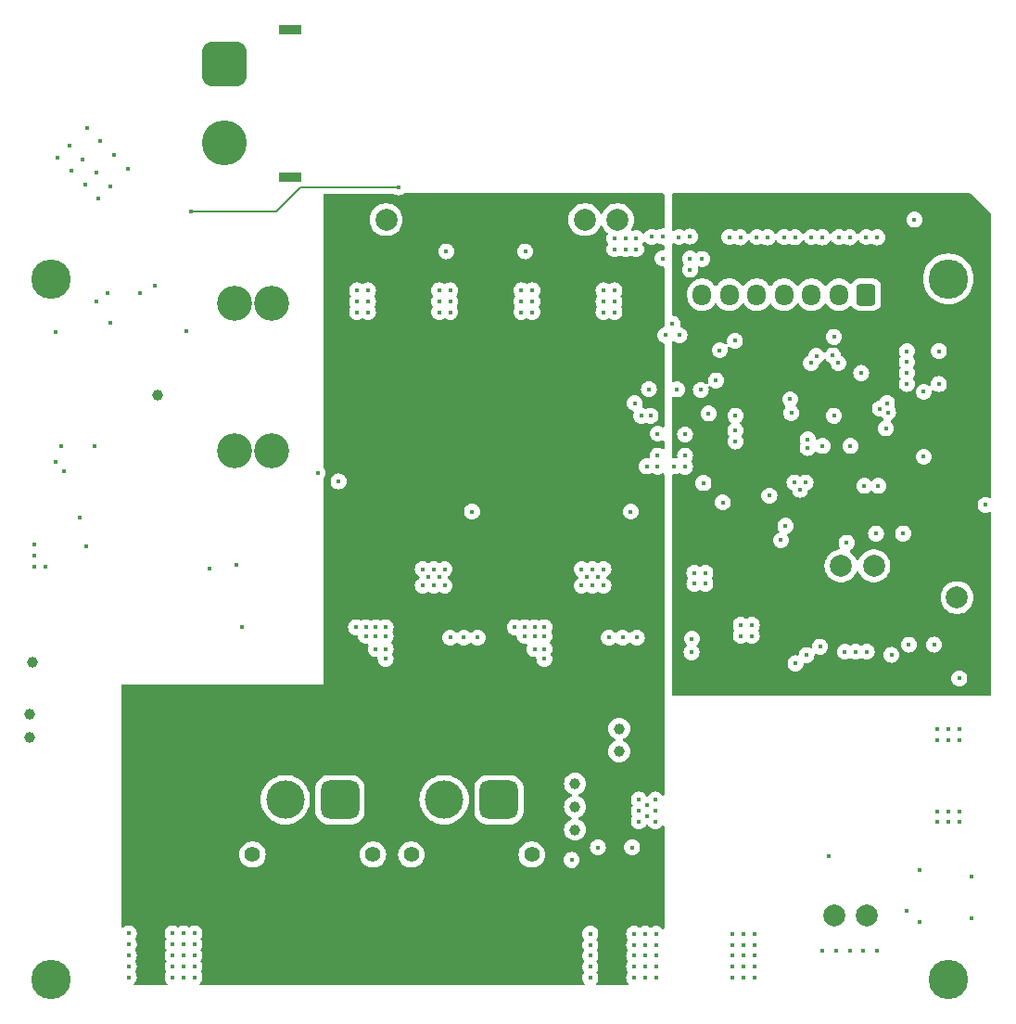
<source format=gbr>
%TF.GenerationSoftware,KiCad,Pcbnew,8.0.7*%
%TF.CreationDate,2025-04-05T22:12:11-04:00*%
%TF.ProjectId,power,706f7765-722e-46b6-9963-61645f706362,1.1*%
%TF.SameCoordinates,Original*%
%TF.FileFunction,Copper,L2,Inr*%
%TF.FilePolarity,Positive*%
%FSLAX46Y46*%
G04 Gerber Fmt 4.6, Leading zero omitted, Abs format (unit mm)*
G04 Created by KiCad (PCBNEW 8.0.7) date 2025-04-05 22:12:11*
%MOMM*%
%LPD*%
G01*
G04 APERTURE LIST*
G04 Aperture macros list*
%AMRoundRect*
0 Rectangle with rounded corners*
0 $1 Rounding radius*
0 $2 $3 $4 $5 $6 $7 $8 $9 X,Y pos of 4 corners*
0 Add a 4 corners polygon primitive as box body*
4,1,4,$2,$3,$4,$5,$6,$7,$8,$9,$2,$3,0*
0 Add four circle primitives for the rounded corners*
1,1,$1+$1,$2,$3*
1,1,$1+$1,$4,$5*
1,1,$1+$1,$6,$7*
1,1,$1+$1,$8,$9*
0 Add four rect primitives between the rounded corners*
20,1,$1+$1,$2,$3,$4,$5,0*
20,1,$1+$1,$4,$5,$6,$7,0*
20,1,$1+$1,$6,$7,$8,$9,0*
20,1,$1+$1,$8,$9,$2,$3,0*%
G04 Aperture macros list end*
%TA.AperFunction,ComponentPad*%
%ADD10C,3.200000*%
%TD*%
%TA.AperFunction,ComponentPad*%
%ADD11C,3.600000*%
%TD*%
%TA.AperFunction,ComponentPad*%
%ADD12RoundRect,0.250000X0.600000X0.725000X-0.600000X0.725000X-0.600000X-0.725000X0.600000X-0.725000X0*%
%TD*%
%TA.AperFunction,ComponentPad*%
%ADD13O,1.700000X1.950000*%
%TD*%
%TA.AperFunction,ComponentPad*%
%ADD14C,1.400000*%
%TD*%
%TA.AperFunction,ComponentPad*%
%ADD15RoundRect,0.770000X0.980000X0.980000X-0.980000X0.980000X-0.980000X-0.980000X0.980000X-0.980000X0*%
%TD*%
%TA.AperFunction,ComponentPad*%
%ADD16C,3.500000*%
%TD*%
%TA.AperFunction,ComponentPad*%
%ADD17R,2.000000X0.900000*%
%TD*%
%TA.AperFunction,ComponentPad*%
%ADD18RoundRect,1.025000X-1.025000X1.025000X-1.025000X-1.025000X1.025000X-1.025000X1.025000X1.025000X0*%
%TD*%
%TA.AperFunction,ComponentPad*%
%ADD19C,4.100000*%
%TD*%
%TA.AperFunction,ViaPad*%
%ADD20C,0.450000*%
%TD*%
%TA.AperFunction,ViaPad*%
%ADD21C,1.000000*%
%TD*%
%TA.AperFunction,ViaPad*%
%ADD22C,2.000000*%
%TD*%
%TA.AperFunction,Conductor*%
%ADD23C,0.153000*%
%TD*%
G04 APERTURE END LIST*
D10*
%TO.N,+V_{batt_raw}*%
%TO.C,F6*%
X116200000Y-80265000D03*
X112800000Y-80265000D03*
%TO.N,+V_{batt_fused}*%
X116200000Y-93735000D03*
X112800000Y-93735000D03*
%TD*%
D11*
%TO.N,N/C*%
%TO.C,H3*%
X178000000Y-142000000D03*
%TD*%
%TO.N,N/C*%
%TO.C,H1*%
X96000000Y-78000000D03*
%TD*%
D12*
%TO.N,/input_connectors/BATT_BALANCE.CELL_6*%
%TO.C,J8*%
X170500000Y-79450000D03*
D13*
%TO.N,/input_connectors/BATT_BALANCE.CELL_5*%
X168000000Y-79450000D03*
%TO.N,/input_connectors/BATT_BALANCE.CELL_4*%
X165500000Y-79450000D03*
%TO.N,/input_connectors/BATT_BALANCE.CELL_3*%
X163000000Y-79450000D03*
%TO.N,/input_connectors/BATT_BALANCE.CELL_2*%
X160500000Y-79450000D03*
%TO.N,/input_connectors/BATT_BALANCE.CELL_1*%
X158000000Y-79450000D03*
%TO.N,Net-(J8-Pin_7)*%
X155500000Y-79450000D03*
%TD*%
D14*
%TO.N,*%
%TO.C,J5*%
X125449999Y-130550000D03*
X114449999Y-130550000D03*
D15*
%TO.N,GND*%
X122449999Y-125550000D03*
D16*
%TO.N,+BATT*%
X117449999Y-125550000D03*
%TD*%
D17*
%TO.N,*%
%TO.C,J7*%
X117850000Y-55250000D03*
X117850000Y-68750000D03*
D18*
%TO.N,GND*%
X111850000Y-58400000D03*
D19*
%TO.N,+V_{batt_raw}*%
X111850000Y-65600000D03*
%TD*%
D14*
%TO.N,*%
%TO.C,J3*%
X139950000Y-130550000D03*
X128950000Y-130550000D03*
D15*
%TO.N,GND*%
X136950000Y-125550000D03*
D16*
%TO.N,+BATT*%
X131950000Y-125550000D03*
%TD*%
D11*
%TO.N,N/C*%
%TO.C,H4*%
X178000000Y-78000000D03*
%TD*%
%TO.N,N/C*%
%TO.C,H2*%
X96000000Y-142000000D03*
%TD*%
D20*
%TO.N,GND*%
X149300000Y-138800000D03*
X108150000Y-141750000D03*
X150300000Y-137800000D03*
X109150000Y-141750000D03*
D21*
X147935000Y-119060000D03*
D20*
X151235001Y-125535001D03*
X140200000Y-109800000D03*
X160300001Y-137800000D03*
X151300000Y-138800000D03*
X166500000Y-74220000D03*
D21*
X94095000Y-119840000D03*
D20*
X179000000Y-127600001D03*
X179000000Y-120100001D03*
X166520000Y-93260000D03*
X158537500Y-91850001D03*
X171500000Y-74220000D03*
X159300000Y-141800000D03*
X126600000Y-110600000D03*
X94490001Y-103250000D03*
X139350000Y-75500000D03*
X113000001Y-104120000D03*
X124999999Y-81050000D03*
X149300000Y-139800001D03*
X179000000Y-114475001D03*
X96657359Y-66918019D03*
D21*
X94349999Y-113000000D03*
D20*
X146500000Y-106000000D03*
X150300000Y-138800000D03*
D21*
X147935000Y-121140000D03*
D20*
X146499999Y-80050000D03*
X131499999Y-79050000D03*
X138400000Y-109800000D03*
X175412500Y-132000000D03*
X159055385Y-110597484D03*
X151300000Y-141800000D03*
X96990001Y-93250000D03*
X97250000Y-95600000D03*
X96490000Y-94740000D03*
X165500000Y-74190001D03*
X132150000Y-75500000D03*
X170550000Y-112050000D03*
X139300000Y-109800000D03*
X108400000Y-82800000D03*
X126600001Y-111800000D03*
X158000000Y-74190001D03*
X131500000Y-105250000D03*
X156100000Y-90300000D03*
X160300000Y-139800000D03*
X179000000Y-126600001D03*
X124800000Y-110600000D03*
X149109999Y-129900000D03*
X139999999Y-80050000D03*
X139300000Y-110600000D03*
X141100000Y-110600000D03*
X174200000Y-135690000D03*
X177000000Y-119100000D03*
X94520000Y-102250000D03*
X108150000Y-139750001D03*
X140000000Y-79050000D03*
X151900000Y-74140001D03*
X150485002Y-126035001D03*
X149550000Y-110759999D03*
X159300000Y-138800000D03*
X171500000Y-139350000D03*
X159300000Y-140800000D03*
X123999999Y-81050000D03*
X138999999Y-79050000D03*
X132499999Y-80050000D03*
X178000000Y-126600001D03*
X163650000Y-90250000D03*
X150900000Y-74170000D03*
X177000000Y-126600000D03*
X159050000Y-109600001D03*
X171400000Y-101249999D03*
X158557500Y-90500000D03*
X138999999Y-80050000D03*
X97894796Y-68155456D03*
X140200000Y-111800000D03*
X99132233Y-69392893D03*
X133750000Y-110759999D03*
X96450000Y-82862500D03*
D21*
X143900002Y-124090000D03*
D20*
X138999999Y-81050000D03*
X110500000Y-104412499D03*
X131999999Y-106000000D03*
X158300000Y-139800001D03*
X149300000Y-137800000D03*
X107150000Y-141750000D03*
X147499999Y-81050000D03*
X154400000Y-74140001D03*
X126600000Y-109800000D03*
X177000000Y-120100000D03*
X151235000Y-127535001D03*
X123900000Y-109800000D03*
X160300000Y-141800000D03*
X108150000Y-137750000D03*
X154800000Y-104849999D03*
X154540001Y-112100000D03*
X131499999Y-80050000D03*
X107150000Y-140750000D03*
X130500001Y-105250000D03*
X153399999Y-74190001D03*
X149735000Y-127535001D03*
X170500000Y-74190001D03*
X146499999Y-79050000D03*
X158510589Y-83660589D03*
X147499999Y-80050000D03*
X132499999Y-81050000D03*
X155800000Y-104850000D03*
D21*
X143900002Y-128289999D03*
D20*
X125700000Y-110600000D03*
X155800000Y-105850000D03*
X150650000Y-88080000D03*
X141100001Y-112700000D03*
X124999999Y-80050000D03*
X160050000Y-109600000D03*
X155500000Y-76190001D03*
X132000000Y-104500000D03*
D21*
X94095000Y-117760000D03*
D20*
X131002516Y-104505385D03*
X151300000Y-140800000D03*
X145990000Y-129900000D03*
X172800000Y-112330000D03*
X160500000Y-74190001D03*
X149000000Y-99259999D03*
X107150000Y-139750000D03*
X163120000Y-100550000D03*
X165050000Y-112350000D03*
X158557500Y-92850000D03*
X160300000Y-140800000D03*
X108150000Y-140749999D03*
X149735000Y-126535001D03*
X179000000Y-119100001D03*
D21*
X143900002Y-126200000D03*
D20*
X175750000Y-88325000D03*
X134500000Y-99259999D03*
X140200000Y-110600000D03*
X141100000Y-111800000D03*
X157403482Y-98414285D03*
X125000000Y-79050000D03*
X178000000Y-119100001D03*
X135000000Y-110759999D03*
X108150000Y-138750000D03*
X159000000Y-74220000D03*
X169000000Y-74220000D03*
X132500000Y-79050000D03*
X109150000Y-139750000D03*
X150300000Y-140800000D03*
X151300000Y-139800000D03*
X177000000Y-127600000D03*
X148250000Y-110759999D03*
X158300000Y-137800000D03*
X146499999Y-81050000D03*
X151450000Y-95159999D03*
X145502516Y-104505386D03*
X141100000Y-109799999D03*
X144500000Y-104499999D03*
X169060000Y-93260000D03*
X154570000Y-110850000D03*
X167550000Y-90500000D03*
X152800000Y-82100000D03*
X164000000Y-74210000D03*
X152950000Y-95130000D03*
X109150000Y-138750000D03*
X178000000Y-127600001D03*
X109150000Y-137750000D03*
X175750000Y-94250000D03*
D21*
X105750000Y-88599999D03*
D20*
X131499999Y-81050000D03*
X161500000Y-74220000D03*
X146000000Y-105250000D03*
X158300000Y-140799999D03*
X153950000Y-95159999D03*
X156773223Y-87278858D03*
X104191284Y-79300000D03*
X123999999Y-80050000D03*
X126600001Y-112700000D03*
X144500000Y-106000001D03*
X167090001Y-130700000D03*
X130000000Y-106000000D03*
X145500000Y-106000000D03*
X162700000Y-101857949D03*
X168550000Y-112050000D03*
X124800000Y-109800000D03*
X163000000Y-74190001D03*
X150300000Y-141800000D03*
X139999999Y-81050000D03*
X147500000Y-79050000D03*
X160300000Y-138800000D03*
X149300000Y-140799999D03*
X109150000Y-140750000D03*
X105525000Y-78600000D03*
X168000000Y-74190001D03*
X146500000Y-104500000D03*
X145000000Y-105249999D03*
X125700000Y-109800000D03*
X159300000Y-137800000D03*
X125700000Y-111799999D03*
X174900002Y-72600000D03*
X167550000Y-83300000D03*
X150485000Y-127035001D03*
X150450000Y-95130000D03*
X149300000Y-141800000D03*
X150300000Y-139800000D03*
X166290000Y-111580000D03*
X101476284Y-82030000D03*
X159300000Y-139800000D03*
X160055385Y-110597484D03*
X155389411Y-88139411D03*
X151300001Y-137800000D03*
X107150000Y-137750000D03*
X164040001Y-113100000D03*
X178000000Y-120100001D03*
X149734999Y-125535001D03*
X169550000Y-112050000D03*
X130000000Y-104500000D03*
X100369670Y-70630330D03*
X157126777Y-84521142D03*
X107150000Y-138750000D03*
X123999999Y-79050000D03*
X151229614Y-126537517D03*
X131000001Y-106000000D03*
X170040001Y-86600000D03*
X158300000Y-138800000D03*
X154800000Y-105850000D03*
X158300000Y-141800000D03*
X155635715Y-96646518D03*
%TO.N,/mcu/NRST*%
X163550000Y-89000000D03*
%TO.N,+5V_LOCAL*%
X174400000Y-111400000D03*
X153200000Y-88100000D03*
%TO.N,+3.3V_LOCAL*%
X178159999Y-87600000D03*
X174509999Y-89750000D03*
X172450000Y-93250000D03*
D22*
X178800000Y-104300000D03*
D20*
X163090001Y-99300000D03*
X175737500Y-102200000D03*
X178159999Y-84000000D03*
X159517500Y-92850000D03*
X180100000Y-136350000D03*
X159517500Y-90500000D03*
X157050000Y-92625000D03*
%TO.N,+BATT*%
X103060624Y-67939376D03*
X98700000Y-99800000D03*
X153950000Y-92204525D03*
%TO.N,~{PB}*%
X108850000Y-71850000D03*
X101201284Y-79300000D03*
X127800000Y-69650000D03*
D22*
%TO.N,Net-(C29-Pad2)*%
X144812500Y-72600000D03*
%TO.N,Net-(C30-Pad2)*%
X126650000Y-72600000D03*
D20*
%TO.N,+3.3V_LOCAL_ALWAYS_ON*%
X176700000Y-111400000D03*
X94490001Y-104250000D03*
%TO.N,/mcu/BATT_PRE*%
X151450000Y-94140000D03*
X167950000Y-85700000D03*
X152150000Y-83150000D03*
%TO.N,Net-(D2-A)*%
X98955456Y-67094796D03*
%TO.N,Net-(D3-A)*%
X97718019Y-65857359D03*
%TO.N,Net-(D4-A)*%
X100192893Y-68332233D03*
%TO.N,Net-(D5-A)*%
X101430330Y-69569670D03*
%TO.N,/mcu/BATT_POST*%
X153450000Y-83150000D03*
X153950000Y-94140001D03*
X167450000Y-85000000D03*
%TO.N,/mcu/PWR_BTN_~{INT}*%
X120400000Y-95700000D03*
X172400000Y-89350000D03*
%TO.N,/mcu/5v0*%
X154400001Y-76150000D03*
X165950000Y-85050000D03*
%TO.N,/mcu/3v3*%
X165450000Y-85700000D03*
X151900000Y-76140002D03*
%TO.N,+V_{batt_fused}*%
X100226284Y-80040000D03*
X100009999Y-93250001D03*
X151450000Y-92140002D03*
%TO.N,/power_protection/GATE*%
X113500000Y-109750000D03*
X99250000Y-102400000D03*
%TO.N,+5V*%
X149500000Y-75300000D03*
X145300000Y-139800001D03*
X103150000Y-139750001D03*
X148500000Y-74300000D03*
X103150000Y-137750000D03*
X148500000Y-75300000D03*
X145300000Y-138800000D03*
X147500000Y-74299999D03*
X103150000Y-140749999D03*
X154400001Y-77179999D03*
X103150000Y-141750000D03*
X149500000Y-74300000D03*
X145300000Y-137800000D03*
X103150000Y-138750000D03*
X145300000Y-141800000D03*
D22*
X147787500Y-72600000D03*
D20*
X145300000Y-140799999D03*
X147499999Y-75300000D03*
%TO.N,+3.3V*%
X147300000Y-140799999D03*
X147300000Y-139800001D03*
X124000000Y-75300000D03*
X151900000Y-77160000D03*
X147300000Y-138800000D03*
X147300000Y-141800000D03*
X123000000Y-75300000D03*
X147300000Y-137800000D03*
X105150000Y-137750000D03*
X105150000Y-138750000D03*
D22*
X123675000Y-72600000D03*
D20*
X124000000Y-74300000D03*
X105150000Y-139750001D03*
X123000000Y-74300000D03*
X121999999Y-75300000D03*
X105150000Y-141750000D03*
X105150000Y-140749999D03*
X122000000Y-74299999D03*
%TO.N,/mcu/SWDIO*%
X171600000Y-96900000D03*
%TO.N,/mcu/SWCLK*%
X170330000Y-96900000D03*
%TO.N,/mcu/LED_SHUTDOWN_ACK_PWR*%
X101810624Y-66689376D03*
X173862500Y-101250000D03*
X149350000Y-89350000D03*
X168700000Y-102100000D03*
%TO.N,/mcu/LED_GREEN*%
X150800000Y-90500000D03*
X100560624Y-65439376D03*
%TO.N,/mcu/LED_RED*%
X149950000Y-90500000D03*
X99360624Y-64239376D03*
%TO.N,/mcu/LOAD_SW_PGOOD*%
X161650000Y-97800000D03*
X95510000Y-104250000D03*
%TO.N,/mcu/PWR_~{KILL}*%
X171750000Y-89850000D03*
X122300000Y-96500000D03*
%TO.N,/mcu/PWR_5v0_EN*%
X164450000Y-97250000D03*
X146999999Y-110759999D03*
%TO.N,/mcu/PWR_3v3_EN*%
X163950000Y-96600000D03*
X132500000Y-110759999D03*
%TO.N,/mcu/RX*%
X172300000Y-91650000D03*
X177140001Y-87600000D03*
%TO.N,/mcu/TX*%
X177140001Y-84600000D03*
X172500000Y-90200000D03*
%TO.N,/mcu/DOTSTAR_MOSI*%
X165150000Y-93450000D03*
%TO.N,/mcu/DOTSTAR_SCK*%
X165150000Y-92650000D03*
%TO.N,Net-(BZ1-+)*%
X180100000Y-132550000D03*
%TO.N,/mcu/BUZZER*%
X175350000Y-136710000D03*
X181400000Y-98650000D03*
D22*
%TO.N,Net-(C44-Pad1)*%
X168200000Y-104200000D03*
%TO.N,Net-(JP2-B)*%
X178800000Y-107100000D03*
%TO.N,Net-(JP3-A)*%
X171200000Y-104200000D03*
D20*
%TO.N,Net-(J6-Pin_1)*%
X166500000Y-139350000D03*
X174209999Y-84600000D03*
%TO.N,Net-(J6-Pin_3)*%
X169000000Y-139350000D03*
X174209999Y-86600000D03*
%TO.N,Net-(J6-Pin_4)*%
X174209999Y-85600000D03*
X170250000Y-139350000D03*
%TO.N,Net-(J6-Pin_2)*%
X167750000Y-139350000D03*
X174209999Y-87600000D03*
D22*
%TO.N,Net-(C22-Pad1)*%
X170537500Y-136100000D03*
%TO.N,+12V*%
X167562500Y-136100000D03*
D20*
%TO.N,/mcu/PWR_12v0_EN*%
X164950000Y-96600000D03*
X143590000Y-131050000D03*
%TD*%
D23*
%TO.N,~{PB}*%
X118807000Y-69650000D02*
X127800000Y-69650000D01*
X116607000Y-71850000D02*
X118807000Y-69650000D01*
X108850000Y-71850000D02*
X116607000Y-71850000D01*
%TD*%
%TA.AperFunction,Conductor*%
%TO.N,+3.3V*%
G36*
X151993039Y-70219685D02*
G01*
X152038794Y-70272489D01*
X152050000Y-70324000D01*
X152050000Y-73288054D01*
X152030315Y-73355093D01*
X151977511Y-73400848D01*
X151912123Y-73411275D01*
X151900003Y-73409910D01*
X151899996Y-73409910D01*
X151737544Y-73428213D01*
X151583224Y-73482211D01*
X151442100Y-73570886D01*
X151374863Y-73589886D01*
X151310156Y-73570886D01*
X151216774Y-73512210D01*
X151062455Y-73458212D01*
X150900004Y-73439909D01*
X150899996Y-73439909D01*
X150737544Y-73458212D01*
X150583225Y-73512210D01*
X150444795Y-73599192D01*
X150329192Y-73714795D01*
X150329190Y-73714798D01*
X150262047Y-73821653D01*
X150209712Y-73867944D01*
X150140658Y-73878591D01*
X150076810Y-73850215D01*
X150069373Y-73843361D01*
X149955204Y-73729192D01*
X149816774Y-73642210D01*
X149662455Y-73588212D01*
X149500004Y-73569909D01*
X149499996Y-73569909D01*
X149337544Y-73588212D01*
X149183221Y-73642211D01*
X149180517Y-73643911D01*
X149178523Y-73644474D01*
X149176952Y-73645231D01*
X149176819Y-73644955D01*
X149113278Y-73662906D01*
X149046445Y-73642534D01*
X149001235Y-73589263D01*
X148992002Y-73520006D01*
X149010741Y-73471094D01*
X149111673Y-73316607D01*
X149211563Y-73088881D01*
X149272608Y-72847821D01*
X149293143Y-72600000D01*
X149291493Y-72580091D01*
X149272609Y-72352187D01*
X149272607Y-72352175D01*
X149211563Y-72111118D01*
X149111673Y-71883393D01*
X148975666Y-71675217D01*
X148954057Y-71651744D01*
X148807244Y-71492262D01*
X148611009Y-71339526D01*
X148611007Y-71339525D01*
X148611006Y-71339524D01*
X148392311Y-71221172D01*
X148392302Y-71221169D01*
X148157116Y-71140429D01*
X147911835Y-71099500D01*
X147663165Y-71099500D01*
X147417883Y-71140429D01*
X147182697Y-71221169D01*
X147182688Y-71221172D01*
X146963993Y-71339524D01*
X146767757Y-71492261D01*
X146599333Y-71675217D01*
X146463327Y-71883391D01*
X146413556Y-71996859D01*
X146368600Y-72050344D01*
X146301864Y-72071034D01*
X146234536Y-72052359D01*
X146187993Y-72000249D01*
X146186444Y-71996859D01*
X146136672Y-71883391D01*
X146000666Y-71675217D01*
X145979057Y-71651744D01*
X145832244Y-71492262D01*
X145636009Y-71339526D01*
X145636007Y-71339525D01*
X145636006Y-71339524D01*
X145417311Y-71221172D01*
X145417302Y-71221169D01*
X145182116Y-71140429D01*
X144936835Y-71099500D01*
X144688165Y-71099500D01*
X144442883Y-71140429D01*
X144207697Y-71221169D01*
X144207688Y-71221172D01*
X143988993Y-71339524D01*
X143792757Y-71492261D01*
X143624333Y-71675217D01*
X143488326Y-71883393D01*
X143388436Y-72111118D01*
X143327392Y-72352175D01*
X143327390Y-72352187D01*
X143306857Y-72599994D01*
X143306857Y-72600005D01*
X143327390Y-72847812D01*
X143327392Y-72847824D01*
X143388436Y-73088881D01*
X143488326Y-73316606D01*
X143624333Y-73524782D01*
X143624336Y-73524785D01*
X143792756Y-73707738D01*
X143988991Y-73860474D01*
X144207690Y-73978828D01*
X144442886Y-74059571D01*
X144688165Y-74100500D01*
X144936835Y-74100500D01*
X145182114Y-74059571D01*
X145417310Y-73978828D01*
X145636009Y-73860474D01*
X145832244Y-73707738D01*
X146000664Y-73524785D01*
X146136673Y-73316607D01*
X146186444Y-73203141D01*
X146231400Y-73149655D01*
X146298136Y-73128965D01*
X146365464Y-73147640D01*
X146412007Y-73199750D01*
X146413556Y-73203141D01*
X146463326Y-73316606D01*
X146599333Y-73524782D01*
X146599336Y-73524785D01*
X146767756Y-73707738D01*
X146776827Y-73714798D01*
X146845513Y-73768259D01*
X146886326Y-73824969D01*
X146890000Y-73894742D01*
X146874344Y-73932084D01*
X146842210Y-73983224D01*
X146788212Y-74137543D01*
X146769909Y-74299995D01*
X146769909Y-74300002D01*
X146788212Y-74462454D01*
X146842211Y-74616775D01*
X146915885Y-74734025D01*
X146934886Y-74801262D01*
X146915886Y-74865970D01*
X146842209Y-74983225D01*
X146788211Y-75137544D01*
X146769908Y-75299996D01*
X146769908Y-75300003D01*
X146788211Y-75462455D01*
X146842209Y-75616774D01*
X146884951Y-75684797D01*
X146929191Y-75755204D01*
X147044795Y-75870808D01*
X147183224Y-75957789D01*
X147337538Y-76011786D01*
X147337541Y-76011786D01*
X147337543Y-76011787D01*
X147499995Y-76030091D01*
X147499999Y-76030091D01*
X147500003Y-76030091D01*
X147662454Y-76011787D01*
X147662455Y-76011786D01*
X147662460Y-76011786D01*
X147816774Y-75957789D01*
X147934027Y-75884113D01*
X148001263Y-75865113D01*
X148065970Y-75884112D01*
X148183225Y-75957789D01*
X148337539Y-76011786D01*
X148337542Y-76011786D01*
X148337544Y-76011787D01*
X148499996Y-76030091D01*
X148500000Y-76030091D01*
X148500004Y-76030091D01*
X148662455Y-76011787D01*
X148662456Y-76011786D01*
X148662461Y-76011786D01*
X148816775Y-75957789D01*
X148934028Y-75884113D01*
X149001264Y-75865113D01*
X149065971Y-75884113D01*
X149183225Y-75957789D01*
X149337539Y-76011786D01*
X149337542Y-76011786D01*
X149337544Y-76011787D01*
X149499996Y-76030091D01*
X149500000Y-76030091D01*
X149500004Y-76030091D01*
X149662455Y-76011787D01*
X149662456Y-76011786D01*
X149662461Y-76011786D01*
X149816775Y-75957789D01*
X149955204Y-75870808D01*
X150070808Y-75755204D01*
X150157789Y-75616775D01*
X150211786Y-75462461D01*
X150211787Y-75462455D01*
X150230091Y-75300003D01*
X150230091Y-75299996D01*
X150211787Y-75137544D01*
X150211786Y-75137542D01*
X150211786Y-75137539D01*
X150157789Y-74983225D01*
X150084113Y-74865970D01*
X150065113Y-74798736D01*
X150084114Y-74734027D01*
X150084116Y-74734025D01*
X150137952Y-74648346D01*
X150190287Y-74602055D01*
X150259340Y-74591408D01*
X150323188Y-74619783D01*
X150330626Y-74626638D01*
X150444796Y-74740808D01*
X150583225Y-74827789D01*
X150737539Y-74881786D01*
X150737542Y-74881786D01*
X150737544Y-74881787D01*
X150899996Y-74900091D01*
X150900000Y-74900091D01*
X150900004Y-74900091D01*
X151062455Y-74881787D01*
X151062456Y-74881786D01*
X151062461Y-74881786D01*
X151216775Y-74827789D01*
X151355204Y-74740808D01*
X151355204Y-74740807D01*
X151357898Y-74739115D01*
X151425135Y-74720114D01*
X151489842Y-74739113D01*
X151583225Y-74797790D01*
X151737539Y-74851787D01*
X151737542Y-74851787D01*
X151737544Y-74851788D01*
X151899996Y-74870092D01*
X151900000Y-74870092D01*
X151900001Y-74870092D01*
X151912115Y-74868727D01*
X151980937Y-74880781D01*
X152032317Y-74928130D01*
X152050000Y-74991947D01*
X152050000Y-75288055D01*
X152030315Y-75355094D01*
X151977511Y-75400849D01*
X151912123Y-75411276D01*
X151900003Y-75409911D01*
X151899996Y-75409911D01*
X151737544Y-75428214D01*
X151583225Y-75482212D01*
X151444795Y-75569194D01*
X151329192Y-75684797D01*
X151242210Y-75823227D01*
X151188212Y-75977546D01*
X151169909Y-76139998D01*
X151169909Y-76140005D01*
X151188212Y-76302457D01*
X151242210Y-76456776D01*
X151242211Y-76456777D01*
X151329192Y-76595206D01*
X151444796Y-76710810D01*
X151583225Y-76797791D01*
X151737539Y-76851788D01*
X151737542Y-76851788D01*
X151737544Y-76851789D01*
X151899996Y-76870093D01*
X151900000Y-76870093D01*
X151900001Y-76870093D01*
X151912115Y-76868728D01*
X151980937Y-76880782D01*
X152032317Y-76928131D01*
X152050000Y-76991948D01*
X152050000Y-82328375D01*
X152030315Y-82395414D01*
X151977511Y-82441169D01*
X151966954Y-82445417D01*
X151833225Y-82492210D01*
X151694795Y-82579192D01*
X151579192Y-82694795D01*
X151492210Y-82833225D01*
X151438212Y-82987544D01*
X151419909Y-83149996D01*
X151419909Y-83150003D01*
X151438212Y-83312455D01*
X151492210Y-83466774D01*
X151492211Y-83466775D01*
X151579192Y-83605204D01*
X151694796Y-83720808D01*
X151833225Y-83807789D01*
X151966954Y-83854583D01*
X152023731Y-83895305D01*
X152049478Y-83960258D01*
X152050000Y-83971625D01*
X152050000Y-91435814D01*
X152030315Y-91502853D01*
X151977511Y-91548608D01*
X151908353Y-91558552D01*
X151860028Y-91540808D01*
X151766774Y-91482212D01*
X151612455Y-91428214D01*
X151450004Y-91409911D01*
X151449996Y-91409911D01*
X151287544Y-91428214D01*
X151133225Y-91482212D01*
X150994795Y-91569194D01*
X150879192Y-91684797D01*
X150792210Y-91823227D01*
X150738212Y-91977546D01*
X150719909Y-92139998D01*
X150719909Y-92140005D01*
X150738212Y-92302457D01*
X150792210Y-92456776D01*
X150792211Y-92456777D01*
X150879192Y-92595206D01*
X150994796Y-92710810D01*
X151133225Y-92797791D01*
X151287539Y-92851788D01*
X151287542Y-92851788D01*
X151287544Y-92851789D01*
X151449996Y-92870093D01*
X151450000Y-92870093D01*
X151450004Y-92870093D01*
X151612455Y-92851789D01*
X151612456Y-92851788D01*
X151612461Y-92851788D01*
X151766775Y-92797791D01*
X151860028Y-92739195D01*
X151927263Y-92720195D01*
X151994099Y-92740562D01*
X152039313Y-92793829D01*
X152050000Y-92844189D01*
X152050000Y-93435812D01*
X152030315Y-93502851D01*
X151977511Y-93548606D01*
X151908353Y-93558550D01*
X151860028Y-93540806D01*
X151766774Y-93482210D01*
X151612455Y-93428212D01*
X151450004Y-93409909D01*
X151449996Y-93409909D01*
X151287544Y-93428212D01*
X151133225Y-93482210D01*
X150994795Y-93569192D01*
X150879192Y-93684795D01*
X150792210Y-93823225D01*
X150738212Y-93977544D01*
X150719909Y-94139996D01*
X150719909Y-94140004D01*
X150735630Y-94279540D01*
X150723575Y-94348362D01*
X150676226Y-94399741D01*
X150608615Y-94417365D01*
X150598527Y-94416643D01*
X150450004Y-94399909D01*
X150449996Y-94399909D01*
X150287544Y-94418212D01*
X150133225Y-94472210D01*
X149994795Y-94559192D01*
X149879192Y-94674795D01*
X149792210Y-94813225D01*
X149738212Y-94967544D01*
X149719909Y-95129996D01*
X149719909Y-95130003D01*
X149738212Y-95292455D01*
X149792210Y-95446774D01*
X149849242Y-95537539D01*
X149879192Y-95585204D01*
X149994796Y-95700808D01*
X150133225Y-95787789D01*
X150287539Y-95841786D01*
X150287542Y-95841786D01*
X150287544Y-95841787D01*
X150449996Y-95860091D01*
X150450000Y-95860091D01*
X150450004Y-95860091D01*
X150612455Y-95841787D01*
X150612456Y-95841786D01*
X150612461Y-95841786D01*
X150766775Y-95787789D01*
X150860155Y-95729113D01*
X150927392Y-95710113D01*
X150992100Y-95729113D01*
X150994796Y-95730807D01*
X151133225Y-95817788D01*
X151287539Y-95871785D01*
X151287542Y-95871785D01*
X151287544Y-95871786D01*
X151449996Y-95890090D01*
X151450000Y-95890090D01*
X151450004Y-95890090D01*
X151612455Y-95871786D01*
X151612456Y-95871785D01*
X151612461Y-95871785D01*
X151766775Y-95817788D01*
X151860028Y-95759192D01*
X151927263Y-95740192D01*
X151994099Y-95760559D01*
X152039313Y-95813826D01*
X152050000Y-95864186D01*
X152050000Y-125038011D01*
X152030315Y-125105050D01*
X151977511Y-125150805D01*
X151908353Y-125160749D01*
X151844797Y-125131724D01*
X151821007Y-125103984D01*
X151805810Y-125079798D01*
X151690205Y-124964193D01*
X151551775Y-124877211D01*
X151397456Y-124823213D01*
X151235005Y-124804910D01*
X151234997Y-124804910D01*
X151072545Y-124823213D01*
X150918226Y-124877211D01*
X150779796Y-124964193D01*
X150664191Y-125079798D01*
X150589993Y-125197884D01*
X150537659Y-125244174D01*
X150468605Y-125254822D01*
X150404757Y-125226447D01*
X150380007Y-125197884D01*
X150305808Y-125079798D01*
X150190203Y-124964193D01*
X150051773Y-124877211D01*
X149897454Y-124823213D01*
X149735003Y-124804910D01*
X149734995Y-124804910D01*
X149572543Y-124823213D01*
X149418224Y-124877211D01*
X149279794Y-124964193D01*
X149164191Y-125079796D01*
X149077209Y-125218226D01*
X149023211Y-125372545D01*
X149004908Y-125534997D01*
X149004908Y-125535004D01*
X149023211Y-125697456D01*
X149077209Y-125851775D01*
X149150885Y-125969029D01*
X149169885Y-126036266D01*
X149150885Y-126100973D01*
X149077210Y-126218225D01*
X149023212Y-126372545D01*
X149004909Y-126534997D01*
X149004909Y-126535004D01*
X149023212Y-126697456D01*
X149077210Y-126851775D01*
X149150886Y-126969029D01*
X149169886Y-127036266D01*
X149150886Y-127100973D01*
X149077210Y-127218226D01*
X149023212Y-127372545D01*
X149004909Y-127534997D01*
X149004909Y-127535004D01*
X149023212Y-127697456D01*
X149077210Y-127851775D01*
X149148994Y-127966017D01*
X149164192Y-127990205D01*
X149279796Y-128105809D01*
X149418225Y-128192790D01*
X149572539Y-128246787D01*
X149572542Y-128246787D01*
X149572544Y-128246788D01*
X149734996Y-128265092D01*
X149735000Y-128265092D01*
X149735004Y-128265092D01*
X149897455Y-128246788D01*
X149897456Y-128246787D01*
X149897461Y-128246787D01*
X150051775Y-128192790D01*
X150190204Y-128105809D01*
X150305808Y-127990205D01*
X150380006Y-127872120D01*
X150432341Y-127825829D01*
X150501395Y-127815181D01*
X150565243Y-127843556D01*
X150589994Y-127872120D01*
X150664192Y-127990205D01*
X150779796Y-128105809D01*
X150918225Y-128192790D01*
X151072539Y-128246787D01*
X151072542Y-128246787D01*
X151072544Y-128246788D01*
X151234996Y-128265092D01*
X151235000Y-128265092D01*
X151235004Y-128265092D01*
X151397455Y-128246788D01*
X151397456Y-128246787D01*
X151397461Y-128246787D01*
X151551775Y-128192790D01*
X151690204Y-128105809D01*
X151805808Y-127990205D01*
X151821006Y-127966016D01*
X151873341Y-127919726D01*
X151942394Y-127909078D01*
X152006243Y-127937453D01*
X152044615Y-127995842D01*
X152050000Y-128031989D01*
X152050000Y-137224625D01*
X152030315Y-137291664D01*
X151977511Y-137337419D01*
X151908353Y-137347363D01*
X151844797Y-137318338D01*
X151838319Y-137312306D01*
X151755205Y-137229192D01*
X151616775Y-137142210D01*
X151462456Y-137088212D01*
X151300005Y-137069909D01*
X151299997Y-137069909D01*
X151137545Y-137088212D01*
X150983226Y-137142210D01*
X150865972Y-137215886D01*
X150798735Y-137234886D01*
X150734028Y-137215886D01*
X150616774Y-137142210D01*
X150462455Y-137088212D01*
X150300004Y-137069909D01*
X150299996Y-137069909D01*
X150137544Y-137088212D01*
X149983225Y-137142210D01*
X149865972Y-137215886D01*
X149798735Y-137234886D01*
X149734028Y-137215886D01*
X149616774Y-137142210D01*
X149462455Y-137088212D01*
X149300004Y-137069909D01*
X149299996Y-137069909D01*
X149137544Y-137088212D01*
X148983225Y-137142210D01*
X148844795Y-137229192D01*
X148729192Y-137344795D01*
X148642210Y-137483225D01*
X148588212Y-137637544D01*
X148569909Y-137799996D01*
X148569909Y-137800003D01*
X148588212Y-137962455D01*
X148642210Y-138116774D01*
X148715886Y-138234028D01*
X148734886Y-138301265D01*
X148715886Y-138365972D01*
X148642210Y-138483225D01*
X148588212Y-138637544D01*
X148569909Y-138799996D01*
X148569909Y-138800003D01*
X148588212Y-138962455D01*
X148642210Y-139116774D01*
X148715886Y-139234028D01*
X148734886Y-139301265D01*
X148715886Y-139365972D01*
X148642210Y-139483226D01*
X148588212Y-139637545D01*
X148569909Y-139799997D01*
X148569909Y-139800004D01*
X148588212Y-139962456D01*
X148642210Y-140116775D01*
X148715885Y-140234028D01*
X148734885Y-140301265D01*
X148715885Y-140365972D01*
X148642210Y-140483224D01*
X148588212Y-140637543D01*
X148569909Y-140799995D01*
X148569909Y-140800002D01*
X148588212Y-140962454D01*
X148642210Y-141116773D01*
X148715886Y-141234027D01*
X148734886Y-141301264D01*
X148715886Y-141365971D01*
X148642210Y-141483225D01*
X148588212Y-141637544D01*
X148569909Y-141799996D01*
X148569909Y-141800003D01*
X148588212Y-141962455D01*
X148642210Y-142116774D01*
X148729192Y-142255204D01*
X148762307Y-142288319D01*
X148795792Y-142349642D01*
X148790808Y-142419334D01*
X148748936Y-142475267D01*
X148683472Y-142499684D01*
X148674626Y-142500000D01*
X145925374Y-142500000D01*
X145858335Y-142480315D01*
X145812580Y-142427511D01*
X145802636Y-142358353D01*
X145831661Y-142294797D01*
X145837693Y-142288319D01*
X145850000Y-142276012D01*
X145870808Y-142255204D01*
X145957789Y-142116775D01*
X146011786Y-141962461D01*
X146017420Y-141912461D01*
X146030091Y-141800003D01*
X146030091Y-141799996D01*
X146011787Y-141637544D01*
X146011786Y-141637542D01*
X146011786Y-141637539D01*
X145957789Y-141483225D01*
X145884112Y-141365970D01*
X145865113Y-141298735D01*
X145884114Y-141234026D01*
X145902225Y-141205204D01*
X145957789Y-141116774D01*
X146011786Y-140962460D01*
X146017420Y-140912460D01*
X146030091Y-140800002D01*
X146030091Y-140799995D01*
X146011787Y-140637543D01*
X146011786Y-140637539D01*
X146011786Y-140637538D01*
X145957789Y-140483224D01*
X145926372Y-140433225D01*
X145884115Y-140365973D01*
X145865114Y-140298736D01*
X145884115Y-140234027D01*
X145902226Y-140205204D01*
X145957789Y-140116776D01*
X146011786Y-139962462D01*
X146017420Y-139912461D01*
X146030091Y-139800004D01*
X146030091Y-139799997D01*
X146011787Y-139637545D01*
X146011786Y-139637543D01*
X146011786Y-139637540D01*
X145957789Y-139483226D01*
X145884112Y-139365971D01*
X145865113Y-139298736D01*
X145884114Y-139234027D01*
X145915532Y-139184027D01*
X145957789Y-139116775D01*
X146011786Y-138962461D01*
X146017420Y-138912461D01*
X146030091Y-138800003D01*
X146030091Y-138799996D01*
X146011787Y-138637544D01*
X146011786Y-138637542D01*
X146011786Y-138637539D01*
X145957789Y-138483225D01*
X145884113Y-138365971D01*
X145865113Y-138298736D01*
X145884114Y-138234027D01*
X145915532Y-138184027D01*
X145957789Y-138116775D01*
X146011786Y-137962461D01*
X146017420Y-137912461D01*
X146030091Y-137800003D01*
X146030091Y-137799996D01*
X146011787Y-137637544D01*
X146011786Y-137637542D01*
X146011786Y-137637539D01*
X145957789Y-137483225D01*
X145870808Y-137344796D01*
X145755204Y-137229192D01*
X145675630Y-137179192D01*
X145616774Y-137142210D01*
X145462455Y-137088212D01*
X145300004Y-137069909D01*
X145299996Y-137069909D01*
X145137544Y-137088212D01*
X144983225Y-137142210D01*
X144844795Y-137229192D01*
X144729192Y-137344795D01*
X144642210Y-137483225D01*
X144588212Y-137637544D01*
X144569909Y-137799996D01*
X144569909Y-137800003D01*
X144588212Y-137962455D01*
X144642210Y-138116774D01*
X144715886Y-138234028D01*
X144734886Y-138301265D01*
X144715886Y-138365972D01*
X144642210Y-138483225D01*
X144588212Y-138637544D01*
X144569909Y-138799996D01*
X144569909Y-138800003D01*
X144588212Y-138962455D01*
X144642210Y-139116774D01*
X144715886Y-139234028D01*
X144734886Y-139301265D01*
X144715886Y-139365972D01*
X144642210Y-139483226D01*
X144588212Y-139637545D01*
X144569909Y-139799997D01*
X144569909Y-139800004D01*
X144588212Y-139962456D01*
X144642210Y-140116775D01*
X144715885Y-140234028D01*
X144734885Y-140301265D01*
X144715885Y-140365972D01*
X144642210Y-140483224D01*
X144588212Y-140637543D01*
X144569909Y-140799995D01*
X144569909Y-140800002D01*
X144588212Y-140962454D01*
X144642210Y-141116773D01*
X144715886Y-141234027D01*
X144734886Y-141301264D01*
X144715886Y-141365971D01*
X144642210Y-141483225D01*
X144588212Y-141637544D01*
X144569909Y-141799996D01*
X144569909Y-141800003D01*
X144588212Y-141962455D01*
X144642210Y-142116774D01*
X144729192Y-142255204D01*
X144762307Y-142288319D01*
X144795792Y-142349642D01*
X144790808Y-142419334D01*
X144748936Y-142475267D01*
X144683472Y-142499684D01*
X144674626Y-142500000D01*
X109725374Y-142500000D01*
X109658335Y-142480315D01*
X109612580Y-142427511D01*
X109602636Y-142358353D01*
X109631661Y-142294797D01*
X109637693Y-142288319D01*
X109670808Y-142255204D01*
X109720808Y-142205204D01*
X109807789Y-142066775D01*
X109861786Y-141912461D01*
X109874457Y-141800003D01*
X109880091Y-141750003D01*
X109880091Y-141749996D01*
X109861787Y-141587544D01*
X109861786Y-141587542D01*
X109861786Y-141587539D01*
X109807789Y-141433225D01*
X109734113Y-141315971D01*
X109715113Y-141248736D01*
X109734114Y-141184027D01*
X109776372Y-141116775D01*
X109807789Y-141066775D01*
X109861786Y-140912461D01*
X109874457Y-140800002D01*
X109880091Y-140750003D01*
X109880091Y-140749996D01*
X109861787Y-140587544D01*
X109861786Y-140587542D01*
X109861786Y-140587539D01*
X109807789Y-140433225D01*
X109734113Y-140315971D01*
X109715113Y-140248736D01*
X109734114Y-140184027D01*
X109776371Y-140116777D01*
X109807789Y-140066775D01*
X109861786Y-139912461D01*
X109874457Y-139800004D01*
X109880091Y-139750003D01*
X109880091Y-139749996D01*
X109861787Y-139587544D01*
X109861786Y-139587540D01*
X109861786Y-139587539D01*
X109807789Y-139433225D01*
X109734113Y-139315971D01*
X109715113Y-139248736D01*
X109734114Y-139184027D01*
X109776372Y-139116775D01*
X109807789Y-139066775D01*
X109861786Y-138912461D01*
X109874457Y-138800003D01*
X109880091Y-138750003D01*
X109880091Y-138749996D01*
X109861787Y-138587544D01*
X109861786Y-138587542D01*
X109861786Y-138587539D01*
X109807789Y-138433225D01*
X109734113Y-138315971D01*
X109715113Y-138248736D01*
X109734114Y-138184027D01*
X109776372Y-138116775D01*
X109807789Y-138066775D01*
X109861786Y-137912461D01*
X109874457Y-137800003D01*
X109880091Y-137750003D01*
X109880091Y-137749996D01*
X109861787Y-137587544D01*
X109861786Y-137587542D01*
X109861786Y-137587539D01*
X109807789Y-137433225D01*
X109720808Y-137294796D01*
X109605204Y-137179192D01*
X109584028Y-137165886D01*
X109466774Y-137092210D01*
X109312455Y-137038212D01*
X109150004Y-137019909D01*
X109149996Y-137019909D01*
X108987544Y-137038212D01*
X108833225Y-137092210D01*
X108715972Y-137165886D01*
X108648735Y-137184886D01*
X108584028Y-137165886D01*
X108466774Y-137092210D01*
X108312455Y-137038212D01*
X108150004Y-137019909D01*
X108149996Y-137019909D01*
X107987544Y-137038212D01*
X107833225Y-137092210D01*
X107715972Y-137165886D01*
X107648735Y-137184886D01*
X107584028Y-137165886D01*
X107466774Y-137092210D01*
X107312455Y-137038212D01*
X107150004Y-137019909D01*
X107149996Y-137019909D01*
X106987544Y-137038212D01*
X106833225Y-137092210D01*
X106694795Y-137179192D01*
X106579192Y-137294795D01*
X106492210Y-137433225D01*
X106438212Y-137587544D01*
X106419909Y-137749996D01*
X106419909Y-137750003D01*
X106438212Y-137912455D01*
X106492210Y-138066774D01*
X106565886Y-138184028D01*
X106584886Y-138251265D01*
X106565886Y-138315972D01*
X106492210Y-138433225D01*
X106438212Y-138587544D01*
X106419909Y-138749996D01*
X106419909Y-138750003D01*
X106438212Y-138912455D01*
X106492210Y-139066774D01*
X106565886Y-139184028D01*
X106584886Y-139251265D01*
X106565886Y-139315972D01*
X106492210Y-139433225D01*
X106438212Y-139587544D01*
X106419909Y-139749996D01*
X106419909Y-139750003D01*
X106438212Y-139912455D01*
X106492210Y-140066774D01*
X106565886Y-140184028D01*
X106584886Y-140251265D01*
X106565886Y-140315972D01*
X106492210Y-140433225D01*
X106438212Y-140587544D01*
X106419909Y-140749996D01*
X106419909Y-140750003D01*
X106438212Y-140912455D01*
X106492210Y-141066774D01*
X106565886Y-141184028D01*
X106584886Y-141251265D01*
X106565886Y-141315972D01*
X106492210Y-141433225D01*
X106438212Y-141587544D01*
X106419909Y-141749996D01*
X106419909Y-141750003D01*
X106438212Y-141912455D01*
X106492210Y-142066774D01*
X106579192Y-142205204D01*
X106662307Y-142288319D01*
X106695792Y-142349642D01*
X106690808Y-142419334D01*
X106648936Y-142475267D01*
X106583472Y-142499684D01*
X106574626Y-142500000D01*
X103725374Y-142500000D01*
X103658335Y-142480315D01*
X103612580Y-142427511D01*
X103602636Y-142358353D01*
X103631661Y-142294797D01*
X103637693Y-142288319D01*
X103670808Y-142255204D01*
X103720808Y-142205204D01*
X103807789Y-142066775D01*
X103861786Y-141912461D01*
X103874457Y-141800003D01*
X103880091Y-141750003D01*
X103880091Y-141749996D01*
X103861787Y-141587544D01*
X103861786Y-141587542D01*
X103861786Y-141587539D01*
X103807789Y-141433225D01*
X103734112Y-141315970D01*
X103715113Y-141248735D01*
X103734114Y-141184026D01*
X103776372Y-141116774D01*
X103807789Y-141066774D01*
X103861786Y-140912460D01*
X103874457Y-140800002D01*
X103880091Y-140750002D01*
X103880091Y-140749995D01*
X103861787Y-140587543D01*
X103861786Y-140587539D01*
X103861786Y-140587538D01*
X103807789Y-140433224D01*
X103734114Y-140315972D01*
X103715114Y-140248736D01*
X103734115Y-140184027D01*
X103807788Y-140066777D01*
X103807789Y-140066776D01*
X103861786Y-139912462D01*
X103874457Y-139800004D01*
X103880091Y-139750004D01*
X103880091Y-139749997D01*
X103861787Y-139587545D01*
X103861786Y-139587543D01*
X103861786Y-139587540D01*
X103807789Y-139433226D01*
X103734112Y-139315971D01*
X103715113Y-139248736D01*
X103734114Y-139184027D01*
X103776372Y-139116775D01*
X103807789Y-139066775D01*
X103861786Y-138912461D01*
X103874457Y-138800003D01*
X103880091Y-138750003D01*
X103880091Y-138749996D01*
X103861787Y-138587544D01*
X103861786Y-138587542D01*
X103861786Y-138587539D01*
X103807789Y-138433225D01*
X103734113Y-138315971D01*
X103715113Y-138248736D01*
X103734114Y-138184027D01*
X103776372Y-138116775D01*
X103807789Y-138066775D01*
X103861786Y-137912461D01*
X103874457Y-137800003D01*
X103880091Y-137750003D01*
X103880091Y-137749996D01*
X103861787Y-137587544D01*
X103861786Y-137587542D01*
X103861786Y-137587539D01*
X103807789Y-137433225D01*
X103720808Y-137294796D01*
X103605204Y-137179192D01*
X103584028Y-137165886D01*
X103466774Y-137092210D01*
X103312455Y-137038212D01*
X103150004Y-137019909D01*
X103149996Y-137019909D01*
X102987544Y-137038212D01*
X102833225Y-137092210D01*
X102694795Y-137179192D01*
X102661681Y-137212307D01*
X102600358Y-137245792D01*
X102530666Y-137240808D01*
X102474733Y-137198936D01*
X102450316Y-137133472D01*
X102450000Y-137124626D01*
X102450000Y-130549999D01*
X113244356Y-130549999D01*
X113244356Y-130550000D01*
X113264883Y-130771535D01*
X113264884Y-130771537D01*
X113325768Y-130985523D01*
X113325774Y-130985538D01*
X113424937Y-131184683D01*
X113424942Y-131184691D01*
X113559019Y-131362238D01*
X113723436Y-131512123D01*
X113723438Y-131512125D01*
X113912594Y-131629245D01*
X113912595Y-131629245D01*
X113912598Y-131629247D01*
X114120059Y-131709618D01*
X114338756Y-131750500D01*
X114338758Y-131750500D01*
X114561240Y-131750500D01*
X114561242Y-131750500D01*
X114779939Y-131709618D01*
X114987400Y-131629247D01*
X115176561Y-131512124D01*
X115340980Y-131362236D01*
X115475057Y-131184689D01*
X115574228Y-130985528D01*
X115635114Y-130771536D01*
X115655642Y-130550000D01*
X115655642Y-130549999D01*
X124244356Y-130549999D01*
X124244356Y-130550000D01*
X124264883Y-130771535D01*
X124264884Y-130771537D01*
X124325768Y-130985523D01*
X124325774Y-130985538D01*
X124424937Y-131184683D01*
X124424942Y-131184691D01*
X124559019Y-131362238D01*
X124723436Y-131512123D01*
X124723438Y-131512125D01*
X124912594Y-131629245D01*
X124912595Y-131629245D01*
X124912598Y-131629247D01*
X125120059Y-131709618D01*
X125338756Y-131750500D01*
X125338758Y-131750500D01*
X125561240Y-131750500D01*
X125561242Y-131750500D01*
X125779939Y-131709618D01*
X125987400Y-131629247D01*
X126176561Y-131512124D01*
X126340980Y-131362236D01*
X126475057Y-131184689D01*
X126574228Y-130985528D01*
X126635114Y-130771536D01*
X126655642Y-130550000D01*
X126655642Y-130549999D01*
X127744357Y-130549999D01*
X127744357Y-130550000D01*
X127764884Y-130771535D01*
X127764885Y-130771537D01*
X127825769Y-130985523D01*
X127825775Y-130985538D01*
X127924938Y-131184683D01*
X127924943Y-131184691D01*
X128059020Y-131362238D01*
X128223437Y-131512123D01*
X128223439Y-131512125D01*
X128412595Y-131629245D01*
X128412596Y-131629245D01*
X128412599Y-131629247D01*
X128620060Y-131709618D01*
X128838757Y-131750500D01*
X128838759Y-131750500D01*
X129061241Y-131750500D01*
X129061243Y-131750500D01*
X129279940Y-131709618D01*
X129487401Y-131629247D01*
X129676562Y-131512124D01*
X129840981Y-131362236D01*
X129975058Y-131184689D01*
X130074229Y-130985528D01*
X130135115Y-130771536D01*
X130155643Y-130550000D01*
X130155643Y-130549999D01*
X138744357Y-130549999D01*
X138744357Y-130550000D01*
X138764884Y-130771535D01*
X138764885Y-130771537D01*
X138825769Y-130985523D01*
X138825775Y-130985538D01*
X138924938Y-131184683D01*
X138924943Y-131184691D01*
X139059020Y-131362238D01*
X139223437Y-131512123D01*
X139223439Y-131512125D01*
X139412595Y-131629245D01*
X139412596Y-131629245D01*
X139412599Y-131629247D01*
X139620060Y-131709618D01*
X139838757Y-131750500D01*
X139838759Y-131750500D01*
X140061241Y-131750500D01*
X140061243Y-131750500D01*
X140279940Y-131709618D01*
X140487401Y-131629247D01*
X140676562Y-131512124D01*
X140840981Y-131362236D01*
X140975058Y-131184689D01*
X141042128Y-131049996D01*
X142859909Y-131049996D01*
X142859909Y-131050003D01*
X142878212Y-131212455D01*
X142932210Y-131366774D01*
X142932211Y-131366775D01*
X143019192Y-131505204D01*
X143134796Y-131620808D01*
X143273225Y-131707789D01*
X143427539Y-131761786D01*
X143427542Y-131761786D01*
X143427544Y-131761787D01*
X143589996Y-131780091D01*
X143590000Y-131780091D01*
X143590004Y-131780091D01*
X143752455Y-131761787D01*
X143752456Y-131761786D01*
X143752461Y-131761786D01*
X143906775Y-131707789D01*
X144045204Y-131620808D01*
X144160808Y-131505204D01*
X144247789Y-131366775D01*
X144301786Y-131212461D01*
X144320091Y-131050000D01*
X144312826Y-130985523D01*
X144301787Y-130887544D01*
X144301786Y-130887542D01*
X144301786Y-130887539D01*
X144247789Y-130733225D01*
X144160808Y-130594796D01*
X144045204Y-130479192D01*
X144031859Y-130470807D01*
X143906774Y-130392210D01*
X143752455Y-130338212D01*
X143590004Y-130319909D01*
X143589996Y-130319909D01*
X143427544Y-130338212D01*
X143273225Y-130392210D01*
X143134795Y-130479192D01*
X143019192Y-130594795D01*
X142932210Y-130733225D01*
X142878212Y-130887544D01*
X142859909Y-131049996D01*
X141042128Y-131049996D01*
X141074229Y-130985528D01*
X141135115Y-130771536D01*
X141155643Y-130550000D01*
X141135115Y-130328464D01*
X141074229Y-130114472D01*
X141074224Y-130114461D01*
X140975061Y-129915316D01*
X140975056Y-129915308D01*
X140963493Y-129899996D01*
X145259909Y-129899996D01*
X145259909Y-129900003D01*
X145278212Y-130062455D01*
X145332210Y-130216774D01*
X145332211Y-130216775D01*
X145419192Y-130355204D01*
X145534796Y-130470808D01*
X145673225Y-130557789D01*
X145827539Y-130611786D01*
X145827542Y-130611786D01*
X145827544Y-130611787D01*
X145989996Y-130630091D01*
X145990000Y-130630091D01*
X145990004Y-130630091D01*
X146152455Y-130611787D01*
X146152456Y-130611786D01*
X146152461Y-130611786D01*
X146306775Y-130557789D01*
X146445204Y-130470808D01*
X146560808Y-130355204D01*
X146647789Y-130216775D01*
X146701786Y-130062461D01*
X146701787Y-130062455D01*
X146720091Y-129900003D01*
X146720091Y-129899996D01*
X148379908Y-129899996D01*
X148379908Y-129900003D01*
X148398211Y-130062455D01*
X148452209Y-130216774D01*
X148452210Y-130216775D01*
X148539191Y-130355204D01*
X148654795Y-130470808D01*
X148793224Y-130557789D01*
X148947538Y-130611786D01*
X148947541Y-130611786D01*
X148947543Y-130611787D01*
X149109995Y-130630091D01*
X149109999Y-130630091D01*
X149110003Y-130630091D01*
X149272454Y-130611787D01*
X149272455Y-130611786D01*
X149272460Y-130611786D01*
X149426774Y-130557789D01*
X149565203Y-130470808D01*
X149680807Y-130355204D01*
X149767788Y-130216775D01*
X149821785Y-130062461D01*
X149821786Y-130062455D01*
X149840090Y-129900003D01*
X149840090Y-129899996D01*
X149821786Y-129737544D01*
X149821785Y-129737542D01*
X149821785Y-129737539D01*
X149767788Y-129583225D01*
X149680807Y-129444796D01*
X149565203Y-129329192D01*
X149511328Y-129295340D01*
X149426773Y-129242210D01*
X149272454Y-129188212D01*
X149110003Y-129169909D01*
X149109995Y-129169909D01*
X148947543Y-129188212D01*
X148793224Y-129242210D01*
X148654794Y-129329192D01*
X148539191Y-129444795D01*
X148452209Y-129583225D01*
X148398211Y-129737544D01*
X148379908Y-129899996D01*
X146720091Y-129899996D01*
X146701787Y-129737544D01*
X146701786Y-129737542D01*
X146701786Y-129737539D01*
X146647789Y-129583225D01*
X146560808Y-129444796D01*
X146445204Y-129329192D01*
X146391329Y-129295340D01*
X146306774Y-129242210D01*
X146152455Y-129188212D01*
X145990004Y-129169909D01*
X145989996Y-129169909D01*
X145827544Y-129188212D01*
X145673225Y-129242210D01*
X145534795Y-129329192D01*
X145419192Y-129444795D01*
X145332210Y-129583225D01*
X145278212Y-129737544D01*
X145259909Y-129899996D01*
X140963493Y-129899996D01*
X140840979Y-129737761D01*
X140676562Y-129587876D01*
X140676560Y-129587874D01*
X140487404Y-129470754D01*
X140487398Y-129470752D01*
X140279940Y-129390382D01*
X140061243Y-129349500D01*
X139838757Y-129349500D01*
X139620060Y-129390382D01*
X139488864Y-129441207D01*
X139412601Y-129470752D01*
X139412595Y-129470754D01*
X139223439Y-129587874D01*
X139223437Y-129587876D01*
X139059020Y-129737761D01*
X138924943Y-129915308D01*
X138924938Y-129915316D01*
X138825775Y-130114461D01*
X138825769Y-130114476D01*
X138764885Y-130328462D01*
X138764884Y-130328464D01*
X138744357Y-130549999D01*
X130155643Y-130549999D01*
X130135115Y-130328464D01*
X130074229Y-130114472D01*
X130074224Y-130114461D01*
X129975061Y-129915316D01*
X129975056Y-129915308D01*
X129840979Y-129737761D01*
X129676562Y-129587876D01*
X129676560Y-129587874D01*
X129487404Y-129470754D01*
X129487398Y-129470752D01*
X129279940Y-129390382D01*
X129061243Y-129349500D01*
X128838757Y-129349500D01*
X128620060Y-129390382D01*
X128488864Y-129441207D01*
X128412601Y-129470752D01*
X128412595Y-129470754D01*
X128223439Y-129587874D01*
X128223437Y-129587876D01*
X128059020Y-129737761D01*
X127924943Y-129915308D01*
X127924938Y-129915316D01*
X127825775Y-130114461D01*
X127825769Y-130114476D01*
X127764885Y-130328462D01*
X127764884Y-130328464D01*
X127744357Y-130549999D01*
X126655642Y-130549999D01*
X126635114Y-130328464D01*
X126574228Y-130114472D01*
X126574223Y-130114461D01*
X126475060Y-129915316D01*
X126475055Y-129915308D01*
X126340978Y-129737761D01*
X126176561Y-129587876D01*
X126176559Y-129587874D01*
X125987403Y-129470754D01*
X125987397Y-129470752D01*
X125779939Y-129390382D01*
X125561242Y-129349500D01*
X125338756Y-129349500D01*
X125120059Y-129390382D01*
X124988863Y-129441207D01*
X124912600Y-129470752D01*
X124912594Y-129470754D01*
X124723438Y-129587874D01*
X124723436Y-129587876D01*
X124559019Y-129737761D01*
X124424942Y-129915308D01*
X124424937Y-129915316D01*
X124325774Y-130114461D01*
X124325768Y-130114476D01*
X124264884Y-130328462D01*
X124264883Y-130328464D01*
X124244356Y-130549999D01*
X115655642Y-130549999D01*
X115635114Y-130328464D01*
X115574228Y-130114472D01*
X115574223Y-130114461D01*
X115475060Y-129915316D01*
X115475055Y-129915308D01*
X115340978Y-129737761D01*
X115176561Y-129587876D01*
X115176559Y-129587874D01*
X114987403Y-129470754D01*
X114987397Y-129470752D01*
X114779939Y-129390382D01*
X114561242Y-129349500D01*
X114338756Y-129349500D01*
X114120059Y-129390382D01*
X113988863Y-129441207D01*
X113912600Y-129470752D01*
X113912594Y-129470754D01*
X113723438Y-129587874D01*
X113723436Y-129587876D01*
X113559019Y-129737761D01*
X113424942Y-129915308D01*
X113424937Y-129915316D01*
X113325774Y-130114461D01*
X113325768Y-130114476D01*
X113264884Y-130328462D01*
X113264883Y-130328464D01*
X113244356Y-130549999D01*
X102450000Y-130549999D01*
X102450000Y-125549992D01*
X115194670Y-125549992D01*
X115194670Y-125550007D01*
X115213963Y-125844363D01*
X115213964Y-125844373D01*
X115213965Y-125844380D01*
X115251881Y-126035001D01*
X115271517Y-126133716D01*
X115271520Y-126133730D01*
X115366348Y-126413080D01*
X115496824Y-126677660D01*
X115496828Y-126677667D01*
X115660724Y-126922955D01*
X115855240Y-127144758D01*
X116077043Y-127339274D01*
X116126837Y-127372545D01*
X116322334Y-127503172D01*
X116586922Y-127633652D01*
X116866277Y-127728481D01*
X117155619Y-127786034D01*
X117183887Y-127787886D01*
X117449992Y-127805329D01*
X117449999Y-127805329D01*
X117450006Y-127805329D01*
X117685674Y-127789881D01*
X117744379Y-127786034D01*
X118033721Y-127728481D01*
X118313076Y-127633652D01*
X118577664Y-127503172D01*
X118822956Y-127339273D01*
X119044757Y-127144758D01*
X119239272Y-126922957D01*
X119403171Y-126677665D01*
X119533651Y-126413077D01*
X119628480Y-126133722D01*
X119686033Y-125844380D01*
X119699333Y-125641462D01*
X119705328Y-125550007D01*
X119705328Y-125549992D01*
X119686034Y-125255636D01*
X119686033Y-125255620D01*
X119628480Y-124966278D01*
X119533651Y-124686923D01*
X119443812Y-124504747D01*
X120199499Y-124504747D01*
X120199499Y-126595238D01*
X120199500Y-126595253D01*
X120205985Y-126677660D01*
X120210069Y-126729553D01*
X120265948Y-126951316D01*
X120303308Y-127033566D01*
X120360527Y-127159537D01*
X120360530Y-127159543D01*
X120490758Y-127347514D01*
X120490762Y-127347519D01*
X120490765Y-127347523D01*
X120652476Y-127509234D01*
X120652480Y-127509237D01*
X120652484Y-127509240D01*
X120840455Y-127639468D01*
X120840461Y-127639471D01*
X120840462Y-127639471D01*
X120840463Y-127639472D01*
X121048683Y-127734051D01*
X121270446Y-127789930D01*
X121404752Y-127800500D01*
X123495245Y-127800499D01*
X123629552Y-127789930D01*
X123851315Y-127734051D01*
X124059535Y-127639472D01*
X124059537Y-127639470D01*
X124059542Y-127639468D01*
X124247513Y-127509240D01*
X124247522Y-127509234D01*
X124409233Y-127347523D01*
X124452786Y-127284658D01*
X124539467Y-127159543D01*
X124539470Y-127159537D01*
X124539471Y-127159536D01*
X124634050Y-126951316D01*
X124689929Y-126729553D01*
X124700499Y-126595247D01*
X124700498Y-125549992D01*
X129694671Y-125549992D01*
X129694671Y-125550007D01*
X129713964Y-125844363D01*
X129713965Y-125844373D01*
X129713966Y-125844380D01*
X129751882Y-126035001D01*
X129771518Y-126133716D01*
X129771521Y-126133730D01*
X129866349Y-126413080D01*
X129996825Y-126677660D01*
X129996829Y-126677667D01*
X130160725Y-126922955D01*
X130355241Y-127144758D01*
X130577044Y-127339274D01*
X130626838Y-127372545D01*
X130822335Y-127503172D01*
X131086923Y-127633652D01*
X131366278Y-127728481D01*
X131655620Y-127786034D01*
X131683888Y-127787886D01*
X131949993Y-127805329D01*
X131950000Y-127805329D01*
X131950007Y-127805329D01*
X132185675Y-127789881D01*
X132244380Y-127786034D01*
X132533722Y-127728481D01*
X132813077Y-127633652D01*
X133077665Y-127503172D01*
X133322957Y-127339273D01*
X133544758Y-127144758D01*
X133739273Y-126922957D01*
X133903172Y-126677665D01*
X134033652Y-126413077D01*
X134128481Y-126133722D01*
X134186034Y-125844380D01*
X134199334Y-125641462D01*
X134205329Y-125550007D01*
X134205329Y-125549992D01*
X134186035Y-125255636D01*
X134186034Y-125255620D01*
X134128481Y-124966278D01*
X134033652Y-124686923D01*
X133943813Y-124504747D01*
X134699500Y-124504747D01*
X134699500Y-126595238D01*
X134699501Y-126595253D01*
X134705986Y-126677660D01*
X134710070Y-126729553D01*
X134765949Y-126951316D01*
X134803309Y-127033566D01*
X134860528Y-127159537D01*
X134860531Y-127159543D01*
X134990759Y-127347514D01*
X134990763Y-127347519D01*
X134990766Y-127347523D01*
X135152477Y-127509234D01*
X135152481Y-127509237D01*
X135152485Y-127509240D01*
X135340456Y-127639468D01*
X135340462Y-127639471D01*
X135340463Y-127639471D01*
X135340464Y-127639472D01*
X135548684Y-127734051D01*
X135770447Y-127789930D01*
X135904753Y-127800500D01*
X137995246Y-127800499D01*
X138129553Y-127789930D01*
X138351316Y-127734051D01*
X138559536Y-127639472D01*
X138559538Y-127639470D01*
X138559543Y-127639468D01*
X138747514Y-127509240D01*
X138747523Y-127509234D01*
X138909234Y-127347523D01*
X138952787Y-127284658D01*
X139039468Y-127159543D01*
X139039471Y-127159537D01*
X139039472Y-127159536D01*
X139134051Y-126951316D01*
X139189930Y-126729553D01*
X139200500Y-126595247D01*
X139200499Y-124504754D01*
X139189930Y-124370447D01*
X139134051Y-124148684D01*
X139107395Y-124090000D01*
X142894661Y-124090000D01*
X142913977Y-124286129D01*
X142971190Y-124474733D01*
X143064088Y-124648532D01*
X143064092Y-124648539D01*
X143189118Y-124800883D01*
X143341462Y-124925909D01*
X143341469Y-124925913D01*
X143515272Y-125018813D01*
X143540084Y-125026340D01*
X143598522Y-125064638D01*
X143626978Y-125128450D01*
X143616417Y-125197517D01*
X143570192Y-125249910D01*
X143540084Y-125263660D01*
X143515272Y-125271186D01*
X143341469Y-125364086D01*
X143341462Y-125364090D01*
X143189118Y-125489116D01*
X143064092Y-125641460D01*
X143064088Y-125641467D01*
X142971190Y-125815266D01*
X142913977Y-126003870D01*
X142894661Y-126200000D01*
X142913977Y-126396129D01*
X142913978Y-126396132D01*
X142956102Y-126534997D01*
X142971190Y-126584733D01*
X143064088Y-126758532D01*
X143064092Y-126758539D01*
X143189118Y-126910883D01*
X143341462Y-127035909D01*
X143341469Y-127035913D01*
X143515270Y-127128812D01*
X143519189Y-127130435D01*
X143573596Y-127174272D01*
X143595665Y-127240565D01*
X143578390Y-127308265D01*
X143527256Y-127355879D01*
X143519199Y-127359559D01*
X143515274Y-127361184D01*
X143341469Y-127454085D01*
X143341462Y-127454089D01*
X143189118Y-127579115D01*
X143064092Y-127731459D01*
X143064088Y-127731466D01*
X142971190Y-127905265D01*
X142913977Y-128093869D01*
X142894661Y-128289999D01*
X142913977Y-128486128D01*
X142971190Y-128674732D01*
X143064088Y-128848531D01*
X143064092Y-128848538D01*
X143189118Y-129000882D01*
X143341462Y-129125908D01*
X143341469Y-129125912D01*
X143515268Y-129218810D01*
X143515271Y-129218810D01*
X143515275Y-129218813D01*
X143703870Y-129276023D01*
X143900002Y-129295340D01*
X144096134Y-129276023D01*
X144284729Y-129218813D01*
X144341980Y-129188212D01*
X144458534Y-129125912D01*
X144458540Y-129125909D01*
X144610885Y-129000882D01*
X144735912Y-128848537D01*
X144828816Y-128674726D01*
X144886026Y-128486131D01*
X144905343Y-128289999D01*
X144886026Y-128093867D01*
X144828816Y-127905272D01*
X144828813Y-127905268D01*
X144828813Y-127905265D01*
X144735915Y-127731466D01*
X144735911Y-127731459D01*
X144610885Y-127579115D01*
X144458541Y-127454089D01*
X144458534Y-127454085D01*
X144284734Y-127361187D01*
X144280808Y-127359561D01*
X144226404Y-127315720D01*
X144204338Y-127249427D01*
X144221616Y-127181727D01*
X144272753Y-127134116D01*
X144280818Y-127130433D01*
X144284717Y-127128817D01*
X144284729Y-127128814D01*
X144458540Y-127035910D01*
X144610885Y-126910883D01*
X144735912Y-126758538D01*
X144823193Y-126595247D01*
X144828813Y-126584733D01*
X144828813Y-126584732D01*
X144828816Y-126584727D01*
X144886026Y-126396132D01*
X144905343Y-126200000D01*
X144886026Y-126003868D01*
X144828816Y-125815273D01*
X144828813Y-125815269D01*
X144828813Y-125815266D01*
X144735915Y-125641467D01*
X144735911Y-125641460D01*
X144610885Y-125489116D01*
X144458541Y-125364090D01*
X144458534Y-125364086D01*
X144284735Y-125271188D01*
X144284729Y-125271186D01*
X144259917Y-125263659D01*
X144201482Y-125225363D01*
X144173026Y-125161551D01*
X144183586Y-125092484D01*
X144229810Y-125040090D01*
X144259914Y-125026341D01*
X144284729Y-125018814D01*
X144458540Y-124925910D01*
X144610885Y-124800883D01*
X144735912Y-124648538D01*
X144782364Y-124561632D01*
X144828813Y-124474733D01*
X144828813Y-124474732D01*
X144828816Y-124474727D01*
X144886026Y-124286132D01*
X144905343Y-124090000D01*
X144886026Y-123893868D01*
X144828816Y-123705273D01*
X144828813Y-123705269D01*
X144828813Y-123705266D01*
X144735915Y-123531467D01*
X144735911Y-123531460D01*
X144610885Y-123379116D01*
X144458541Y-123254090D01*
X144458534Y-123254086D01*
X144284735Y-123161188D01*
X144284729Y-123161186D01*
X144096134Y-123103976D01*
X144096131Y-123103975D01*
X143900002Y-123084659D01*
X143703872Y-123103975D01*
X143515268Y-123161188D01*
X143341469Y-123254086D01*
X143341462Y-123254090D01*
X143189118Y-123379116D01*
X143064092Y-123531460D01*
X143064088Y-123531467D01*
X142971190Y-123705266D01*
X142913977Y-123893870D01*
X142894661Y-124090000D01*
X139107395Y-124090000D01*
X139039472Y-123940464D01*
X139039471Y-123940462D01*
X139039468Y-123940456D01*
X138909240Y-123752485D01*
X138909237Y-123752481D01*
X138909234Y-123752477D01*
X138747523Y-123590766D01*
X138747519Y-123590763D01*
X138747514Y-123590759D01*
X138559543Y-123460531D01*
X138559537Y-123460528D01*
X138455426Y-123413238D01*
X138351316Y-123365949D01*
X138129553Y-123310070D01*
X137995247Y-123299500D01*
X137995245Y-123299500D01*
X135904761Y-123299500D01*
X135904746Y-123299501D01*
X135770447Y-123310070D01*
X135548684Y-123365949D01*
X135340462Y-123460528D01*
X135340456Y-123460531D01*
X135152485Y-123590759D01*
X135152473Y-123590769D01*
X134990769Y-123752473D01*
X134990759Y-123752485D01*
X134860531Y-123940456D01*
X134860528Y-123940462D01*
X134765949Y-124148684D01*
X134710070Y-124370447D01*
X134699500Y-124504747D01*
X133943813Y-124504747D01*
X133903172Y-124422336D01*
X133739273Y-124177043D01*
X133662938Y-124090000D01*
X133544758Y-123955241D01*
X133322955Y-123760725D01*
X133077667Y-123596829D01*
X133077660Y-123596825D01*
X132813080Y-123466349D01*
X132533730Y-123371521D01*
X132533724Y-123371519D01*
X132533722Y-123371519D01*
X132244380Y-123313966D01*
X132244373Y-123313965D01*
X132244363Y-123313964D01*
X131950007Y-123294671D01*
X131949993Y-123294671D01*
X131655636Y-123313964D01*
X131655624Y-123313965D01*
X131655620Y-123313966D01*
X131655612Y-123313967D01*
X131655609Y-123313968D01*
X131366283Y-123371518D01*
X131366269Y-123371521D01*
X131086919Y-123466349D01*
X130822334Y-123596828D01*
X130577041Y-123760728D01*
X130355241Y-123955241D01*
X130160728Y-124177041D01*
X129996828Y-124422334D01*
X129866349Y-124686919D01*
X129771521Y-124966269D01*
X129771518Y-124966283D01*
X129713968Y-125255609D01*
X129713964Y-125255636D01*
X129694671Y-125549992D01*
X124700498Y-125549992D01*
X124700498Y-124504754D01*
X124689929Y-124370447D01*
X124634050Y-124148684D01*
X124539471Y-123940464D01*
X124539470Y-123940462D01*
X124539467Y-123940456D01*
X124409239Y-123752485D01*
X124409236Y-123752481D01*
X124409233Y-123752477D01*
X124247522Y-123590766D01*
X124247518Y-123590763D01*
X124247513Y-123590759D01*
X124059542Y-123460531D01*
X124059536Y-123460528D01*
X123955425Y-123413238D01*
X123851315Y-123365949D01*
X123629552Y-123310070D01*
X123495246Y-123299500D01*
X123495244Y-123299500D01*
X121404760Y-123299500D01*
X121404745Y-123299501D01*
X121270446Y-123310070D01*
X121048683Y-123365949D01*
X120840461Y-123460528D01*
X120840455Y-123460531D01*
X120652484Y-123590759D01*
X120652472Y-123590769D01*
X120490768Y-123752473D01*
X120490758Y-123752485D01*
X120360530Y-123940456D01*
X120360527Y-123940462D01*
X120265948Y-124148684D01*
X120210069Y-124370447D01*
X120199499Y-124504747D01*
X119443812Y-124504747D01*
X119403171Y-124422336D01*
X119239272Y-124177043D01*
X119162937Y-124090000D01*
X119044757Y-123955241D01*
X118822954Y-123760725D01*
X118577666Y-123596829D01*
X118577659Y-123596825D01*
X118313079Y-123466349D01*
X118033729Y-123371521D01*
X118033723Y-123371519D01*
X118033721Y-123371519D01*
X117744379Y-123313966D01*
X117744372Y-123313965D01*
X117744362Y-123313964D01*
X117450006Y-123294671D01*
X117449992Y-123294671D01*
X117155635Y-123313964D01*
X117155623Y-123313965D01*
X117155619Y-123313966D01*
X117155611Y-123313967D01*
X117155608Y-123313968D01*
X116866282Y-123371518D01*
X116866268Y-123371521D01*
X116586918Y-123466349D01*
X116322333Y-123596828D01*
X116077040Y-123760728D01*
X115855240Y-123955241D01*
X115660727Y-124177041D01*
X115496827Y-124422334D01*
X115366348Y-124686919D01*
X115271520Y-124966269D01*
X115271517Y-124966283D01*
X115213967Y-125255609D01*
X115213963Y-125255636D01*
X115194670Y-125549992D01*
X102450000Y-125549992D01*
X102450000Y-119060000D01*
X146929659Y-119060000D01*
X146948975Y-119256129D01*
X147006188Y-119444733D01*
X147099086Y-119618532D01*
X147099090Y-119618539D01*
X147224116Y-119770883D01*
X147376460Y-119895909D01*
X147376467Y-119895914D01*
X147553691Y-119990642D01*
X147603536Y-120039604D01*
X147618996Y-120107742D01*
X147595164Y-120173422D01*
X147553691Y-120209358D01*
X147376467Y-120304085D01*
X147376460Y-120304090D01*
X147224116Y-120429116D01*
X147099090Y-120581460D01*
X147099086Y-120581467D01*
X147006188Y-120755266D01*
X146948975Y-120943870D01*
X146929659Y-121140000D01*
X146948975Y-121336129D01*
X147006188Y-121524733D01*
X147099086Y-121698532D01*
X147099090Y-121698539D01*
X147224116Y-121850883D01*
X147376460Y-121975909D01*
X147376467Y-121975913D01*
X147550266Y-122068811D01*
X147550269Y-122068811D01*
X147550273Y-122068814D01*
X147738868Y-122126024D01*
X147935000Y-122145341D01*
X148131132Y-122126024D01*
X148319727Y-122068814D01*
X148493538Y-121975910D01*
X148645883Y-121850883D01*
X148770910Y-121698538D01*
X148863814Y-121524727D01*
X148921024Y-121336132D01*
X148940341Y-121140000D01*
X148921024Y-120943868D01*
X148863814Y-120755273D01*
X148863811Y-120755269D01*
X148863811Y-120755266D01*
X148770913Y-120581467D01*
X148770909Y-120581460D01*
X148645883Y-120429116D01*
X148493539Y-120304090D01*
X148493532Y-120304086D01*
X148316308Y-120209358D01*
X148266464Y-120160396D01*
X148251003Y-120092258D01*
X148274835Y-120026579D01*
X148316308Y-119990642D01*
X148441977Y-119923469D01*
X148493538Y-119895910D01*
X148645883Y-119770883D01*
X148770910Y-119618538D01*
X148863814Y-119444727D01*
X148921024Y-119256132D01*
X148940341Y-119060000D01*
X148921024Y-118863868D01*
X148863814Y-118675273D01*
X148863811Y-118675269D01*
X148863811Y-118675266D01*
X148770913Y-118501467D01*
X148770909Y-118501460D01*
X148645883Y-118349116D01*
X148493539Y-118224090D01*
X148493532Y-118224086D01*
X148319733Y-118131188D01*
X148319727Y-118131186D01*
X148131132Y-118073976D01*
X148131129Y-118073975D01*
X147935000Y-118054659D01*
X147738870Y-118073975D01*
X147550266Y-118131188D01*
X147376467Y-118224086D01*
X147376460Y-118224090D01*
X147224116Y-118349116D01*
X147099090Y-118501460D01*
X147099086Y-118501467D01*
X147006188Y-118675266D01*
X146948975Y-118863870D01*
X146929659Y-119060000D01*
X102450000Y-119060000D01*
X102450000Y-115124000D01*
X102469685Y-115056961D01*
X102522489Y-115011206D01*
X102574000Y-115000000D01*
X120950000Y-115000000D01*
X120950000Y-109799996D01*
X123169909Y-109799996D01*
X123169909Y-109800003D01*
X123188212Y-109962455D01*
X123242210Y-110116774D01*
X123287713Y-110189191D01*
X123329192Y-110255204D01*
X123444796Y-110370808D01*
X123583225Y-110457789D01*
X123737539Y-110511786D01*
X123737542Y-110511786D01*
X123737544Y-110511787D01*
X123899996Y-110530091D01*
X123900000Y-110530091D01*
X123900002Y-110530091D01*
X123936780Y-110525947D01*
X124005602Y-110538001D01*
X124056981Y-110585350D01*
X124073884Y-110635284D01*
X124088212Y-110762455D01*
X124142210Y-110916774D01*
X124142211Y-110916775D01*
X124229192Y-111055204D01*
X124344796Y-111170808D01*
X124483225Y-111257789D01*
X124637539Y-111311786D01*
X124637542Y-111311786D01*
X124637544Y-111311787D01*
X124799996Y-111330091D01*
X124800000Y-111330091D01*
X124800003Y-111330091D01*
X124911830Y-111317491D01*
X124980652Y-111329545D01*
X125032032Y-111376894D01*
X125049656Y-111444505D01*
X125042756Y-111481665D01*
X124988212Y-111637543D01*
X124969909Y-111799995D01*
X124969909Y-111800002D01*
X124988212Y-111962454D01*
X125042210Y-112116773D01*
X125084468Y-112184025D01*
X125129192Y-112255203D01*
X125244796Y-112370807D01*
X125383225Y-112457788D01*
X125537539Y-112511785D01*
X125537542Y-112511785D01*
X125537544Y-112511786D01*
X125699996Y-112530090D01*
X125700000Y-112530090D01*
X125700001Y-112530090D01*
X125707125Y-112529287D01*
X125736971Y-112525924D01*
X125805792Y-112537978D01*
X125857172Y-112585326D01*
X125874797Y-112652936D01*
X125874075Y-112663026D01*
X125869910Y-112699994D01*
X125869910Y-112700003D01*
X125888213Y-112862455D01*
X125942211Y-113016774D01*
X125942212Y-113016775D01*
X126029193Y-113155204D01*
X126144797Y-113270808D01*
X126283226Y-113357789D01*
X126437540Y-113411786D01*
X126437543Y-113411786D01*
X126437545Y-113411787D01*
X126599997Y-113430091D01*
X126600001Y-113430091D01*
X126600005Y-113430091D01*
X126762456Y-113411787D01*
X126762457Y-113411786D01*
X126762462Y-113411786D01*
X126916776Y-113357789D01*
X127055205Y-113270808D01*
X127170809Y-113155204D01*
X127257790Y-113016775D01*
X127311787Y-112862461D01*
X127330092Y-112700000D01*
X127330092Y-112699996D01*
X127311788Y-112537542D01*
X127257790Y-112383226D01*
X127257790Y-112383225D01*
X127215530Y-112315969D01*
X127196530Y-112248737D01*
X127215529Y-112184030D01*
X127257790Y-112116775D01*
X127311787Y-111962461D01*
X127311787Y-111962459D01*
X127311788Y-111962457D01*
X127330092Y-111800003D01*
X127330092Y-111799996D01*
X127311788Y-111637544D01*
X127311787Y-111637542D01*
X127311787Y-111637539D01*
X127257790Y-111483225D01*
X127170809Y-111344796D01*
X127113693Y-111287680D01*
X127080208Y-111226357D01*
X127085192Y-111156665D01*
X127113689Y-111112322D01*
X127170808Y-111055204D01*
X127257789Y-110916775D01*
X127311786Y-110762461D01*
X127312063Y-110760002D01*
X127312064Y-110759995D01*
X131769909Y-110759995D01*
X131769909Y-110760002D01*
X131788212Y-110922454D01*
X131842210Y-111076773D01*
X131901296Y-111170807D01*
X131929192Y-111215203D01*
X132044796Y-111330807D01*
X132183225Y-111417788D01*
X132337539Y-111471785D01*
X132337542Y-111471785D01*
X132337544Y-111471786D01*
X132499996Y-111490090D01*
X132500000Y-111490090D01*
X132500004Y-111490090D01*
X132662455Y-111471786D01*
X132662456Y-111471785D01*
X132662461Y-111471785D01*
X132816775Y-111417788D01*
X132955204Y-111330807D01*
X133037319Y-111248692D01*
X133098642Y-111215207D01*
X133168334Y-111220191D01*
X133212681Y-111248692D01*
X133294796Y-111330807D01*
X133433225Y-111417788D01*
X133587539Y-111471785D01*
X133587542Y-111471785D01*
X133587544Y-111471786D01*
X133749996Y-111490090D01*
X133750000Y-111490090D01*
X133750004Y-111490090D01*
X133912455Y-111471786D01*
X133912456Y-111471785D01*
X133912461Y-111471785D01*
X134066775Y-111417788D01*
X134205204Y-111330807D01*
X134287319Y-111248692D01*
X134348642Y-111215207D01*
X134418334Y-111220191D01*
X134462681Y-111248692D01*
X134544796Y-111330807D01*
X134683225Y-111417788D01*
X134837539Y-111471785D01*
X134837542Y-111471785D01*
X134837544Y-111471786D01*
X134999996Y-111490090D01*
X135000000Y-111490090D01*
X135000004Y-111490090D01*
X135162455Y-111471786D01*
X135162456Y-111471785D01*
X135162461Y-111471785D01*
X135316775Y-111417788D01*
X135455204Y-111330807D01*
X135570808Y-111215203D01*
X135657789Y-111076774D01*
X135711786Y-110922460D01*
X135729814Y-110762461D01*
X135730091Y-110760002D01*
X135730091Y-110759995D01*
X135711787Y-110597543D01*
X135711786Y-110597541D01*
X135711786Y-110597538D01*
X135657789Y-110443224D01*
X135570808Y-110304795D01*
X135455204Y-110189191D01*
X135339955Y-110116775D01*
X135316774Y-110102209D01*
X135162455Y-110048211D01*
X135000004Y-110029908D01*
X134999996Y-110029908D01*
X134837544Y-110048211D01*
X134683225Y-110102209D01*
X134544795Y-110189191D01*
X134462681Y-110271306D01*
X134401358Y-110304791D01*
X134331666Y-110299807D01*
X134287319Y-110271306D01*
X134205204Y-110189191D01*
X134066774Y-110102209D01*
X133912455Y-110048211D01*
X133750004Y-110029908D01*
X133749996Y-110029908D01*
X133587544Y-110048211D01*
X133433225Y-110102209D01*
X133294795Y-110189191D01*
X133212681Y-110271306D01*
X133151358Y-110304791D01*
X133081666Y-110299807D01*
X133037319Y-110271306D01*
X132955204Y-110189191D01*
X132816774Y-110102209D01*
X132662455Y-110048211D01*
X132500004Y-110029908D01*
X132499996Y-110029908D01*
X132337544Y-110048211D01*
X132183225Y-110102209D01*
X132044795Y-110189191D01*
X131929192Y-110304794D01*
X131842210Y-110443224D01*
X131788212Y-110597543D01*
X131769909Y-110759995D01*
X127312064Y-110759995D01*
X127330091Y-110600003D01*
X127330091Y-110599996D01*
X127311787Y-110437544D01*
X127311786Y-110437542D01*
X127311786Y-110437539D01*
X127257789Y-110283225D01*
X127246948Y-110265971D01*
X127227948Y-110198737D01*
X127246949Y-110134026D01*
X127246951Y-110134023D01*
X127257789Y-110116775D01*
X127311786Y-109962461D01*
X127330091Y-109800000D01*
X127330090Y-109799996D01*
X137669909Y-109799996D01*
X137669909Y-109800003D01*
X137688212Y-109962455D01*
X137742210Y-110116774D01*
X137787713Y-110189191D01*
X137829192Y-110255204D01*
X137944796Y-110370808D01*
X138083225Y-110457789D01*
X138237539Y-110511786D01*
X138237542Y-110511786D01*
X138237544Y-110511787D01*
X138399996Y-110530091D01*
X138400000Y-110530091D01*
X138400002Y-110530091D01*
X138436780Y-110525947D01*
X138505602Y-110538001D01*
X138556981Y-110585350D01*
X138573884Y-110635284D01*
X138588212Y-110762455D01*
X138642210Y-110916774D01*
X138642211Y-110916775D01*
X138729192Y-111055204D01*
X138844796Y-111170808D01*
X138983225Y-111257789D01*
X139137539Y-111311786D01*
X139137542Y-111311786D01*
X139137544Y-111311787D01*
X139299996Y-111330091D01*
X139300000Y-111330091D01*
X139300003Y-111330091D01*
X139411830Y-111317491D01*
X139480652Y-111329545D01*
X139532032Y-111376894D01*
X139549656Y-111444505D01*
X139542756Y-111481665D01*
X139488212Y-111637544D01*
X139469909Y-111799996D01*
X139469909Y-111800003D01*
X139488212Y-111962455D01*
X139542210Y-112116774D01*
X139625921Y-112249999D01*
X139629192Y-112255204D01*
X139744796Y-112370808D01*
X139883225Y-112457789D01*
X140037539Y-112511786D01*
X140037542Y-112511786D01*
X140037544Y-112511787D01*
X140199996Y-112530091D01*
X140200000Y-112530091D01*
X140200001Y-112530091D01*
X140207125Y-112529288D01*
X140236971Y-112525925D01*
X140305792Y-112537979D01*
X140357172Y-112585327D01*
X140374797Y-112652937D01*
X140374075Y-112663028D01*
X140369910Y-112699995D01*
X140369910Y-112700003D01*
X140388213Y-112862455D01*
X140442211Y-113016774D01*
X140442212Y-113016775D01*
X140529193Y-113155204D01*
X140644797Y-113270808D01*
X140783226Y-113357789D01*
X140937540Y-113411786D01*
X140937543Y-113411786D01*
X140937545Y-113411787D01*
X141099997Y-113430091D01*
X141100001Y-113430091D01*
X141100005Y-113430091D01*
X141262456Y-113411787D01*
X141262457Y-113411786D01*
X141262462Y-113411786D01*
X141416776Y-113357789D01*
X141555205Y-113270808D01*
X141670809Y-113155204D01*
X141757790Y-113016775D01*
X141811787Y-112862461D01*
X141830092Y-112700000D01*
X141830092Y-112699996D01*
X141811788Y-112537542D01*
X141757790Y-112383225D01*
X141757788Y-112383222D01*
X141715531Y-112315970D01*
X141696531Y-112248733D01*
X141715531Y-112184026D01*
X141757789Y-112116775D01*
X141811786Y-111962461D01*
X141811786Y-111962459D01*
X141811787Y-111962457D01*
X141830091Y-111800003D01*
X141830091Y-111799996D01*
X141811787Y-111637544D01*
X141811786Y-111637542D01*
X141811786Y-111637539D01*
X141757789Y-111483225D01*
X141670808Y-111344796D01*
X141613692Y-111287680D01*
X141580208Y-111226358D01*
X141585192Y-111156666D01*
X141613693Y-111112319D01*
X141636842Y-111089170D01*
X141670808Y-111055204D01*
X141757789Y-110916775D01*
X141811786Y-110762461D01*
X141812063Y-110760002D01*
X141812064Y-110759995D01*
X146269908Y-110759995D01*
X146269908Y-110760002D01*
X146288211Y-110922454D01*
X146342209Y-111076773D01*
X146401295Y-111170807D01*
X146429191Y-111215203D01*
X146544795Y-111330807D01*
X146683224Y-111417788D01*
X146837538Y-111471785D01*
X146837541Y-111471785D01*
X146837543Y-111471786D01*
X146999995Y-111490090D01*
X146999999Y-111490090D01*
X147000003Y-111490090D01*
X147162454Y-111471786D01*
X147162455Y-111471785D01*
X147162460Y-111471785D01*
X147316774Y-111417788D01*
X147455203Y-111330807D01*
X147537321Y-111248688D01*
X147598640Y-111215206D01*
X147668332Y-111220190D01*
X147712680Y-111248691D01*
X147794796Y-111330807D01*
X147933225Y-111417788D01*
X148087539Y-111471785D01*
X148087542Y-111471785D01*
X148087544Y-111471786D01*
X148249996Y-111490090D01*
X148250000Y-111490090D01*
X148250004Y-111490090D01*
X148412455Y-111471786D01*
X148412456Y-111471785D01*
X148412461Y-111471785D01*
X148566775Y-111417788D01*
X148705204Y-111330807D01*
X148812319Y-111223692D01*
X148873642Y-111190207D01*
X148943334Y-111195191D01*
X148987681Y-111223692D01*
X149094796Y-111330807D01*
X149233225Y-111417788D01*
X149387539Y-111471785D01*
X149387542Y-111471785D01*
X149387544Y-111471786D01*
X149549996Y-111490090D01*
X149550000Y-111490090D01*
X149550004Y-111490090D01*
X149712455Y-111471786D01*
X149712456Y-111471785D01*
X149712461Y-111471785D01*
X149866775Y-111417788D01*
X150005204Y-111330807D01*
X150120808Y-111215203D01*
X150207789Y-111076774D01*
X150261786Y-110922460D01*
X150279814Y-110762461D01*
X150280091Y-110760002D01*
X150280091Y-110759995D01*
X150261787Y-110597543D01*
X150261786Y-110597541D01*
X150261786Y-110597538D01*
X150207789Y-110443224D01*
X150120808Y-110304795D01*
X150005204Y-110189191D01*
X149889955Y-110116775D01*
X149866774Y-110102209D01*
X149712455Y-110048211D01*
X149550004Y-110029908D01*
X149549996Y-110029908D01*
X149387544Y-110048211D01*
X149233225Y-110102209D01*
X149094795Y-110189191D01*
X148987681Y-110296306D01*
X148926358Y-110329791D01*
X148856666Y-110324807D01*
X148812319Y-110296306D01*
X148705204Y-110189191D01*
X148566774Y-110102209D01*
X148412455Y-110048211D01*
X148250004Y-110029908D01*
X148249996Y-110029908D01*
X148087544Y-110048211D01*
X147933225Y-110102209D01*
X147794797Y-110189190D01*
X147712680Y-110271307D01*
X147651356Y-110304791D01*
X147581665Y-110299807D01*
X147537318Y-110271306D01*
X147455203Y-110189191D01*
X147316773Y-110102209D01*
X147162454Y-110048211D01*
X147000003Y-110029908D01*
X146999995Y-110029908D01*
X146837543Y-110048211D01*
X146683224Y-110102209D01*
X146544794Y-110189191D01*
X146429191Y-110304794D01*
X146342209Y-110443224D01*
X146288211Y-110597543D01*
X146269908Y-110759995D01*
X141812064Y-110759995D01*
X141830091Y-110600003D01*
X141830091Y-110599996D01*
X141811787Y-110437542D01*
X141801376Y-110407789D01*
X141757789Y-110283225D01*
X141746946Y-110265969D01*
X141727947Y-110198734D01*
X141746950Y-110134023D01*
X141757789Y-110116774D01*
X141811786Y-109962460D01*
X141811786Y-109962458D01*
X141811787Y-109962456D01*
X141830091Y-109800002D01*
X141830091Y-109799995D01*
X141811787Y-109637543D01*
X141811786Y-109637539D01*
X141811786Y-109637538D01*
X141757789Y-109483224D01*
X141670808Y-109344795D01*
X141555204Y-109229191D01*
X141484028Y-109184468D01*
X141416774Y-109142209D01*
X141282939Y-109095378D01*
X141262461Y-109088213D01*
X141262460Y-109088212D01*
X141262455Y-109088211D01*
X141100004Y-109069908D01*
X141099996Y-109069908D01*
X140937544Y-109088211D01*
X140783228Y-109142208D01*
X140783221Y-109142211D01*
X140715970Y-109184468D01*
X140648733Y-109203468D01*
X140584027Y-109184468D01*
X140516774Y-109142210D01*
X140362455Y-109088212D01*
X140200004Y-109069909D01*
X140199996Y-109069909D01*
X140037544Y-109088212D01*
X139883222Y-109142211D01*
X139815971Y-109184468D01*
X139748735Y-109203468D01*
X139684029Y-109184468D01*
X139616777Y-109142211D01*
X139462455Y-109088212D01*
X139300004Y-109069909D01*
X139299996Y-109069909D01*
X139137544Y-109088212D01*
X138983222Y-109142211D01*
X138915971Y-109184468D01*
X138848735Y-109203468D01*
X138784029Y-109184468D01*
X138716777Y-109142211D01*
X138562455Y-109088212D01*
X138400004Y-109069909D01*
X138399996Y-109069909D01*
X138237544Y-109088212D01*
X138083225Y-109142210D01*
X137944795Y-109229192D01*
X137829192Y-109344795D01*
X137742210Y-109483225D01*
X137688212Y-109637544D01*
X137669909Y-109799996D01*
X127330090Y-109799996D01*
X127330090Y-109799995D01*
X127311787Y-109637544D01*
X127311786Y-109637542D01*
X127311786Y-109637539D01*
X127257789Y-109483225D01*
X127170808Y-109344796D01*
X127055204Y-109229192D01*
X127014265Y-109203468D01*
X126916774Y-109142210D01*
X126762455Y-109088212D01*
X126600004Y-109069909D01*
X126599996Y-109069909D01*
X126437544Y-109088212D01*
X126283222Y-109142211D01*
X126215971Y-109184468D01*
X126148735Y-109203468D01*
X126084029Y-109184468D01*
X126016777Y-109142211D01*
X125862455Y-109088212D01*
X125700004Y-109069909D01*
X125699996Y-109069909D01*
X125537544Y-109088212D01*
X125383222Y-109142211D01*
X125315971Y-109184468D01*
X125248735Y-109203468D01*
X125184029Y-109184468D01*
X125116777Y-109142211D01*
X124962455Y-109088212D01*
X124800004Y-109069909D01*
X124799996Y-109069909D01*
X124637544Y-109088212D01*
X124483222Y-109142211D01*
X124415971Y-109184468D01*
X124348735Y-109203468D01*
X124284029Y-109184468D01*
X124216777Y-109142211D01*
X124062455Y-109088212D01*
X123900004Y-109069909D01*
X123899996Y-109069909D01*
X123737544Y-109088212D01*
X123583225Y-109142210D01*
X123444795Y-109229192D01*
X123329192Y-109344795D01*
X123242210Y-109483225D01*
X123188212Y-109637544D01*
X123169909Y-109799996D01*
X120950000Y-109799996D01*
X120950000Y-104499996D01*
X129269909Y-104499996D01*
X129269909Y-104500003D01*
X129288212Y-104662455D01*
X129342210Y-104816774D01*
X129429192Y-104955204D01*
X129544797Y-105070809D01*
X129662881Y-105145007D01*
X129709171Y-105197342D01*
X129719819Y-105266395D01*
X129691444Y-105330243D01*
X129662881Y-105354993D01*
X129544797Y-105429190D01*
X129429192Y-105544795D01*
X129342210Y-105683225D01*
X129288212Y-105837544D01*
X129269909Y-105999996D01*
X129269909Y-106000003D01*
X129288212Y-106162455D01*
X129342210Y-106316774D01*
X129429192Y-106455204D01*
X129544796Y-106570808D01*
X129683225Y-106657789D01*
X129837539Y-106711786D01*
X129837542Y-106711786D01*
X129837544Y-106711787D01*
X129999996Y-106730091D01*
X130000000Y-106730091D01*
X130000004Y-106730091D01*
X130162455Y-106711787D01*
X130162456Y-106711786D01*
X130162461Y-106711786D01*
X130316775Y-106657789D01*
X130434028Y-106584113D01*
X130501264Y-106565113D01*
X130565971Y-106584112D01*
X130683226Y-106657789D01*
X130837540Y-106711786D01*
X130837543Y-106711786D01*
X130837545Y-106711787D01*
X130999997Y-106730091D01*
X131000001Y-106730091D01*
X131000005Y-106730091D01*
X131162456Y-106711787D01*
X131162457Y-106711786D01*
X131162462Y-106711786D01*
X131316776Y-106657789D01*
X131434027Y-106584114D01*
X131501264Y-106565114D01*
X131565972Y-106584114D01*
X131683224Y-106657789D01*
X131837538Y-106711786D01*
X131837541Y-106711786D01*
X131837543Y-106711787D01*
X131999995Y-106730091D01*
X131999999Y-106730091D01*
X132000003Y-106730091D01*
X132162454Y-106711787D01*
X132162455Y-106711786D01*
X132162460Y-106711786D01*
X132316774Y-106657789D01*
X132455203Y-106570808D01*
X132570807Y-106455204D01*
X132657788Y-106316775D01*
X132711785Y-106162461D01*
X132730090Y-106000000D01*
X132711785Y-105837539D01*
X132657788Y-105683225D01*
X132570807Y-105544796D01*
X132455203Y-105429192D01*
X132337118Y-105354994D01*
X132290827Y-105302659D01*
X132280179Y-105233605D01*
X132308554Y-105169757D01*
X132337117Y-105145007D01*
X132455204Y-105070808D01*
X132570808Y-104955204D01*
X132657789Y-104816775D01*
X132711786Y-104662461D01*
X132730091Y-104500000D01*
X132730090Y-104499995D01*
X143769909Y-104499995D01*
X143769909Y-104500002D01*
X143788212Y-104662454D01*
X143842210Y-104816773D01*
X143929192Y-104955203D01*
X144044797Y-105070808D01*
X144162883Y-105145007D01*
X144209173Y-105197341D01*
X144219821Y-105266395D01*
X144191446Y-105330243D01*
X144162883Y-105354993D01*
X144044797Y-105429191D01*
X143929192Y-105544796D01*
X143842210Y-105683226D01*
X143788212Y-105837545D01*
X143769909Y-105999997D01*
X143769909Y-106000004D01*
X143788212Y-106162456D01*
X143842210Y-106316775D01*
X143842211Y-106316776D01*
X143929192Y-106455205D01*
X144044796Y-106570809D01*
X144183225Y-106657790D01*
X144337539Y-106711787D01*
X144337542Y-106711787D01*
X144337544Y-106711788D01*
X144499996Y-106730092D01*
X144500000Y-106730092D01*
X144500004Y-106730092D01*
X144662455Y-106711788D01*
X144662456Y-106711787D01*
X144662461Y-106711787D01*
X144816775Y-106657790D01*
X144934029Y-106584113D01*
X145001265Y-106565114D01*
X145065973Y-106584114D01*
X145183225Y-106657789D01*
X145337539Y-106711786D01*
X145337542Y-106711786D01*
X145337544Y-106711787D01*
X145499996Y-106730091D01*
X145500000Y-106730091D01*
X145500004Y-106730091D01*
X145662455Y-106711787D01*
X145662456Y-106711786D01*
X145662461Y-106711786D01*
X145816775Y-106657789D01*
X145934028Y-106584113D01*
X146001264Y-106565113D01*
X146065971Y-106584113D01*
X146183225Y-106657789D01*
X146337539Y-106711786D01*
X146337542Y-106711786D01*
X146337544Y-106711787D01*
X146499996Y-106730091D01*
X146500000Y-106730091D01*
X146500004Y-106730091D01*
X146662455Y-106711787D01*
X146662456Y-106711786D01*
X146662461Y-106711786D01*
X146816775Y-106657789D01*
X146955204Y-106570808D01*
X147070808Y-106455204D01*
X147157789Y-106316775D01*
X147211786Y-106162461D01*
X147230091Y-106000000D01*
X147211786Y-105837539D01*
X147157789Y-105683225D01*
X147070808Y-105544796D01*
X146955204Y-105429192D01*
X146837119Y-105354994D01*
X146790828Y-105302659D01*
X146780180Y-105233605D01*
X146808555Y-105169757D01*
X146837119Y-105145006D01*
X146870096Y-105124285D01*
X146955204Y-105070808D01*
X147070808Y-104955204D01*
X147157789Y-104816775D01*
X147211786Y-104662461D01*
X147230091Y-104500000D01*
X147230090Y-104499995D01*
X147211787Y-104337544D01*
X147211786Y-104337542D01*
X147211786Y-104337539D01*
X147157789Y-104183225D01*
X147070808Y-104044796D01*
X146955204Y-103929192D01*
X146825347Y-103847597D01*
X146816774Y-103842210D01*
X146677850Y-103793599D01*
X146662461Y-103788214D01*
X146662460Y-103788213D01*
X146662455Y-103788212D01*
X146500004Y-103769909D01*
X146499996Y-103769909D01*
X146337544Y-103788212D01*
X146183225Y-103842210D01*
X146062944Y-103917788D01*
X145995707Y-103936788D01*
X145931000Y-103917788D01*
X145819290Y-103847596D01*
X145664971Y-103793598D01*
X145502520Y-103775295D01*
X145502512Y-103775295D01*
X145340060Y-103793598D01*
X145185741Y-103847596D01*
X145071516Y-103919369D01*
X145004279Y-103938369D01*
X144939572Y-103919368D01*
X144816778Y-103842210D01*
X144662455Y-103788211D01*
X144500004Y-103769908D01*
X144499996Y-103769908D01*
X144337544Y-103788211D01*
X144183225Y-103842209D01*
X144044795Y-103929191D01*
X143929192Y-104044794D01*
X143842210Y-104183224D01*
X143788212Y-104337543D01*
X143769909Y-104499995D01*
X132730090Y-104499995D01*
X132711787Y-104337544D01*
X132711786Y-104337542D01*
X132711786Y-104337539D01*
X132657789Y-104183225D01*
X132570808Y-104044796D01*
X132455204Y-103929192D01*
X132325347Y-103847597D01*
X132316774Y-103842210D01*
X132177850Y-103793599D01*
X132162461Y-103788214D01*
X132162460Y-103788213D01*
X132162455Y-103788212D01*
X132000004Y-103769909D01*
X131999996Y-103769909D01*
X131837544Y-103788212D01*
X131683225Y-103842210D01*
X131562944Y-103917788D01*
X131495707Y-103936788D01*
X131430999Y-103917787D01*
X131319292Y-103847596D01*
X131164971Y-103793597D01*
X131002520Y-103775294D01*
X131002512Y-103775294D01*
X130840060Y-103793597D01*
X130685741Y-103847595D01*
X130571515Y-103919369D01*
X130504278Y-103938369D01*
X130439571Y-103919369D01*
X130316774Y-103842210D01*
X130177850Y-103793599D01*
X130162461Y-103788214D01*
X130162460Y-103788213D01*
X130162455Y-103788212D01*
X130000004Y-103769909D01*
X129999996Y-103769909D01*
X129837544Y-103788212D01*
X129683225Y-103842210D01*
X129544795Y-103929192D01*
X129429192Y-104044795D01*
X129342210Y-104183225D01*
X129288212Y-104337544D01*
X129269909Y-104499996D01*
X120950000Y-104499996D01*
X120950000Y-99259995D01*
X133769909Y-99259995D01*
X133769909Y-99260002D01*
X133788212Y-99422454D01*
X133842210Y-99576773D01*
X133842211Y-99576774D01*
X133929192Y-99715203D01*
X134044796Y-99830807D01*
X134183225Y-99917788D01*
X134337539Y-99971785D01*
X134337542Y-99971785D01*
X134337544Y-99971786D01*
X134499996Y-99990090D01*
X134500000Y-99990090D01*
X134500004Y-99990090D01*
X134662455Y-99971786D01*
X134662456Y-99971785D01*
X134662461Y-99971785D01*
X134816775Y-99917788D01*
X134955204Y-99830807D01*
X135070808Y-99715203D01*
X135157789Y-99576774D01*
X135211786Y-99422460D01*
X135230091Y-99259999D01*
X135230091Y-99259995D01*
X148269909Y-99259995D01*
X148269909Y-99260002D01*
X148288212Y-99422454D01*
X148342210Y-99576773D01*
X148342211Y-99576774D01*
X148429192Y-99715203D01*
X148544796Y-99830807D01*
X148683225Y-99917788D01*
X148837539Y-99971785D01*
X148837542Y-99971785D01*
X148837544Y-99971786D01*
X148999996Y-99990090D01*
X149000000Y-99990090D01*
X149000004Y-99990090D01*
X149162455Y-99971786D01*
X149162456Y-99971785D01*
X149162461Y-99971785D01*
X149316775Y-99917788D01*
X149455204Y-99830807D01*
X149570808Y-99715203D01*
X149657789Y-99576774D01*
X149711786Y-99422460D01*
X149730091Y-99259999D01*
X149711786Y-99097538D01*
X149657789Y-98943224D01*
X149570808Y-98804795D01*
X149455204Y-98689191D01*
X149316774Y-98602209D01*
X149162455Y-98548211D01*
X149000004Y-98529908D01*
X148999996Y-98529908D01*
X148837544Y-98548211D01*
X148683225Y-98602209D01*
X148544795Y-98689191D01*
X148429192Y-98804794D01*
X148342210Y-98943224D01*
X148288212Y-99097543D01*
X148269909Y-99259995D01*
X135230091Y-99259995D01*
X135211786Y-99097538D01*
X135157789Y-98943224D01*
X135070808Y-98804795D01*
X134955204Y-98689191D01*
X134816774Y-98602209D01*
X134662455Y-98548211D01*
X134500004Y-98529908D01*
X134499996Y-98529908D01*
X134337544Y-98548211D01*
X134183225Y-98602209D01*
X134044795Y-98689191D01*
X133929192Y-98804794D01*
X133842210Y-98943224D01*
X133788212Y-99097543D01*
X133769909Y-99259995D01*
X120950000Y-99259995D01*
X120950000Y-96499996D01*
X121569909Y-96499996D01*
X121569909Y-96500003D01*
X121588212Y-96662455D01*
X121642210Y-96816774D01*
X121642211Y-96816775D01*
X121729192Y-96955204D01*
X121844796Y-97070808D01*
X121983225Y-97157789D01*
X122137539Y-97211786D01*
X122137542Y-97211786D01*
X122137544Y-97211787D01*
X122299996Y-97230091D01*
X122300000Y-97230091D01*
X122300004Y-97230091D01*
X122462455Y-97211787D01*
X122462456Y-97211786D01*
X122462461Y-97211786D01*
X122616775Y-97157789D01*
X122755204Y-97070808D01*
X122870808Y-96955204D01*
X122957789Y-96816775D01*
X123011786Y-96662461D01*
X123030091Y-96500000D01*
X123022214Y-96430091D01*
X123011787Y-96337544D01*
X123011786Y-96337542D01*
X123011786Y-96337539D01*
X122957789Y-96183225D01*
X122870808Y-96044796D01*
X122755204Y-95929192D01*
X122692974Y-95890090D01*
X122616774Y-95842210D01*
X122462455Y-95788212D01*
X122300004Y-95769909D01*
X122299996Y-95769909D01*
X122137544Y-95788212D01*
X121983225Y-95842210D01*
X121844795Y-95929192D01*
X121729192Y-96044795D01*
X121642210Y-96183225D01*
X121588212Y-96337544D01*
X121569909Y-96499996D01*
X120950000Y-96499996D01*
X120950000Y-96224043D01*
X120969007Y-96158070D01*
X121040182Y-96044796D01*
X121057789Y-96016775D01*
X121111786Y-95862461D01*
X121114068Y-95842210D01*
X121130091Y-95700003D01*
X121130091Y-95699996D01*
X121111787Y-95537544D01*
X121111786Y-95537542D01*
X121111786Y-95537539D01*
X121057789Y-95383225D01*
X120970808Y-95244796D01*
X120969006Y-95241928D01*
X120950000Y-95175956D01*
X120950000Y-89349996D01*
X148619909Y-89349996D01*
X148619909Y-89350003D01*
X148638212Y-89512455D01*
X148692210Y-89666774D01*
X148692211Y-89666775D01*
X148779192Y-89805204D01*
X148894796Y-89920808D01*
X149033225Y-90007789D01*
X149187539Y-90061786D01*
X149187546Y-90061786D01*
X149188547Y-90062016D01*
X149189129Y-90062342D01*
X149194111Y-90064085D01*
X149193805Y-90064957D01*
X149249524Y-90096127D01*
X149282380Y-90157790D01*
X149277992Y-90223860D01*
X149238212Y-90337544D01*
X149219909Y-90499996D01*
X149219909Y-90500003D01*
X149238212Y-90662455D01*
X149292210Y-90816774D01*
X149292211Y-90816775D01*
X149379192Y-90955204D01*
X149494796Y-91070808D01*
X149633225Y-91157789D01*
X149787539Y-91211786D01*
X149787542Y-91211786D01*
X149787544Y-91211787D01*
X149949996Y-91230091D01*
X149950000Y-91230091D01*
X149950004Y-91230091D01*
X150112457Y-91211787D01*
X150112459Y-91211786D01*
X150112461Y-91211786D01*
X150266775Y-91157789D01*
X150309030Y-91131237D01*
X150376263Y-91112238D01*
X150440969Y-91131237D01*
X150483225Y-91157789D01*
X150483228Y-91157790D01*
X150637542Y-91211787D01*
X150799996Y-91230091D01*
X150800000Y-91230091D01*
X150800004Y-91230091D01*
X150962455Y-91211787D01*
X150962456Y-91211786D01*
X150962461Y-91211786D01*
X151116775Y-91157789D01*
X151255204Y-91070808D01*
X151370808Y-90955204D01*
X151457789Y-90816775D01*
X151511786Y-90662461D01*
X151530091Y-90500000D01*
X151511786Y-90337539D01*
X151457789Y-90183225D01*
X151370808Y-90044796D01*
X151255204Y-89929192D01*
X151189266Y-89887760D01*
X151116774Y-89842210D01*
X150962455Y-89788212D01*
X150800004Y-89769909D01*
X150799996Y-89769909D01*
X150637544Y-89788212D01*
X150483225Y-89842210D01*
X150440972Y-89868760D01*
X150373735Y-89887760D01*
X150309028Y-89868760D01*
X150266774Y-89842210D01*
X150112447Y-89788209D01*
X150111441Y-89787980D01*
X150110857Y-89787653D01*
X150105889Y-89785915D01*
X150106193Y-89785044D01*
X150050467Y-89753864D01*
X150017617Y-89692198D01*
X150022007Y-89626139D01*
X150061786Y-89512461D01*
X150061786Y-89512459D01*
X150061787Y-89512457D01*
X150080091Y-89350003D01*
X150080091Y-89349996D01*
X150061787Y-89187544D01*
X150061786Y-89187542D01*
X150061786Y-89187539D01*
X150007789Y-89033225D01*
X149920808Y-88894796D01*
X149805204Y-88779192D01*
X149739312Y-88737789D01*
X149666774Y-88692210D01*
X149512455Y-88638212D01*
X149350004Y-88619909D01*
X149349996Y-88619909D01*
X149187544Y-88638212D01*
X149033225Y-88692210D01*
X148894795Y-88779192D01*
X148779192Y-88894795D01*
X148692210Y-89033225D01*
X148638212Y-89187544D01*
X148619909Y-89349996D01*
X120950000Y-89349996D01*
X120950000Y-88079996D01*
X149919909Y-88079996D01*
X149919909Y-88080003D01*
X149938212Y-88242455D01*
X149992210Y-88396774D01*
X149992211Y-88396775D01*
X150079192Y-88535204D01*
X150194796Y-88650808D01*
X150333225Y-88737789D01*
X150487539Y-88791786D01*
X150487542Y-88791786D01*
X150487544Y-88791787D01*
X150649996Y-88810091D01*
X150650000Y-88810091D01*
X150650004Y-88810091D01*
X150812455Y-88791787D01*
X150812456Y-88791786D01*
X150812461Y-88791786D01*
X150966775Y-88737789D01*
X151105204Y-88650808D01*
X151220808Y-88535204D01*
X151307789Y-88396775D01*
X151361786Y-88242461D01*
X151361787Y-88242455D01*
X151380091Y-88080003D01*
X151380091Y-88079996D01*
X151361787Y-87917544D01*
X151361786Y-87917542D01*
X151361786Y-87917539D01*
X151307789Y-87763225D01*
X151220808Y-87624796D01*
X151105204Y-87509192D01*
X150966774Y-87422210D01*
X150812455Y-87368212D01*
X150650004Y-87349909D01*
X150649996Y-87349909D01*
X150487544Y-87368212D01*
X150333225Y-87422210D01*
X150194795Y-87509192D01*
X150079192Y-87624795D01*
X149992210Y-87763225D01*
X149938212Y-87917544D01*
X149919909Y-88079996D01*
X120950000Y-88079996D01*
X120950000Y-79049996D01*
X123269908Y-79049996D01*
X123269908Y-79050003D01*
X123288211Y-79212455D01*
X123342209Y-79366774D01*
X123415885Y-79484028D01*
X123434885Y-79551265D01*
X123415885Y-79615972D01*
X123342209Y-79733225D01*
X123288211Y-79887544D01*
X123269908Y-80049996D01*
X123269908Y-80050003D01*
X123288211Y-80212455D01*
X123342209Y-80366774D01*
X123415885Y-80484028D01*
X123434885Y-80551265D01*
X123415885Y-80615972D01*
X123342209Y-80733225D01*
X123288211Y-80887544D01*
X123269908Y-81049996D01*
X123269908Y-81050003D01*
X123288211Y-81212455D01*
X123342209Y-81366774D01*
X123342210Y-81366775D01*
X123429191Y-81505204D01*
X123544795Y-81620808D01*
X123683224Y-81707789D01*
X123837538Y-81761786D01*
X123837541Y-81761786D01*
X123837543Y-81761787D01*
X123999995Y-81780091D01*
X123999999Y-81780091D01*
X124000003Y-81780091D01*
X124162454Y-81761787D01*
X124162455Y-81761786D01*
X124162460Y-81761786D01*
X124316774Y-81707789D01*
X124434027Y-81634113D01*
X124501263Y-81615113D01*
X124565970Y-81634113D01*
X124683224Y-81707789D01*
X124837538Y-81761786D01*
X124837541Y-81761786D01*
X124837543Y-81761787D01*
X124999995Y-81780091D01*
X124999999Y-81780091D01*
X125000003Y-81780091D01*
X125162454Y-81761787D01*
X125162455Y-81761786D01*
X125162460Y-81761786D01*
X125316774Y-81707789D01*
X125455203Y-81620808D01*
X125570807Y-81505204D01*
X125657788Y-81366775D01*
X125711785Y-81212461D01*
X125730090Y-81050000D01*
X125711785Y-80887539D01*
X125657788Y-80733225D01*
X125584112Y-80615971D01*
X125565112Y-80548736D01*
X125584113Y-80484027D01*
X125657787Y-80366776D01*
X125657788Y-80366775D01*
X125711785Y-80212461D01*
X125730090Y-80050000D01*
X125725784Y-80011786D01*
X125711786Y-79887544D01*
X125711785Y-79887542D01*
X125711785Y-79887539D01*
X125657788Y-79733225D01*
X125584113Y-79615972D01*
X125565113Y-79548737D01*
X125584113Y-79484029D01*
X125597665Y-79462461D01*
X125657789Y-79366775D01*
X125711786Y-79212461D01*
X125711787Y-79212455D01*
X125730091Y-79050003D01*
X125730091Y-79049996D01*
X130769908Y-79049996D01*
X130769908Y-79050003D01*
X130788211Y-79212455D01*
X130842209Y-79366774D01*
X130915885Y-79484028D01*
X130934885Y-79551265D01*
X130915885Y-79615972D01*
X130842209Y-79733225D01*
X130788211Y-79887544D01*
X130769908Y-80049996D01*
X130769908Y-80050003D01*
X130788211Y-80212455D01*
X130842209Y-80366774D01*
X130915885Y-80484028D01*
X130934885Y-80551265D01*
X130915885Y-80615972D01*
X130842209Y-80733225D01*
X130788211Y-80887544D01*
X130769908Y-81049996D01*
X130769908Y-81050003D01*
X130788211Y-81212455D01*
X130842209Y-81366774D01*
X130842210Y-81366775D01*
X130929191Y-81505204D01*
X131044795Y-81620808D01*
X131183224Y-81707789D01*
X131337538Y-81761786D01*
X131337541Y-81761786D01*
X131337543Y-81761787D01*
X131499995Y-81780091D01*
X131499999Y-81780091D01*
X131500003Y-81780091D01*
X131662454Y-81761787D01*
X131662455Y-81761786D01*
X131662460Y-81761786D01*
X131816774Y-81707789D01*
X131934027Y-81634113D01*
X132001263Y-81615113D01*
X132065970Y-81634113D01*
X132183224Y-81707789D01*
X132337538Y-81761786D01*
X132337541Y-81761786D01*
X132337543Y-81761787D01*
X132499995Y-81780091D01*
X132499999Y-81780091D01*
X132500003Y-81780091D01*
X132662454Y-81761787D01*
X132662455Y-81761786D01*
X132662460Y-81761786D01*
X132816774Y-81707789D01*
X132955203Y-81620808D01*
X133070807Y-81505204D01*
X133157788Y-81366775D01*
X133211785Y-81212461D01*
X133230090Y-81050000D01*
X133211785Y-80887539D01*
X133157788Y-80733225D01*
X133084112Y-80615971D01*
X133065112Y-80548736D01*
X133084113Y-80484027D01*
X133157787Y-80366776D01*
X133157788Y-80366775D01*
X133211785Y-80212461D01*
X133230090Y-80050000D01*
X133225784Y-80011786D01*
X133211786Y-79887544D01*
X133211785Y-79887542D01*
X133211785Y-79887539D01*
X133157788Y-79733225D01*
X133084113Y-79615972D01*
X133065113Y-79548737D01*
X133084113Y-79484029D01*
X133097665Y-79462461D01*
X133157789Y-79366775D01*
X133211786Y-79212461D01*
X133211787Y-79212455D01*
X133230091Y-79050003D01*
X133230091Y-79049996D01*
X138269908Y-79049996D01*
X138269908Y-79050003D01*
X138288211Y-79212455D01*
X138342209Y-79366774D01*
X138415885Y-79484028D01*
X138434885Y-79551265D01*
X138415885Y-79615972D01*
X138342209Y-79733225D01*
X138288211Y-79887544D01*
X138269908Y-80049996D01*
X138269908Y-80050003D01*
X138288211Y-80212455D01*
X138342209Y-80366774D01*
X138415885Y-80484028D01*
X138434885Y-80551265D01*
X138415885Y-80615972D01*
X138342209Y-80733225D01*
X138288211Y-80887544D01*
X138269908Y-81049996D01*
X138269908Y-81050003D01*
X138288211Y-81212455D01*
X138342209Y-81366774D01*
X138342210Y-81366775D01*
X138429191Y-81505204D01*
X138544795Y-81620808D01*
X138683224Y-81707789D01*
X138837538Y-81761786D01*
X138837541Y-81761786D01*
X138837543Y-81761787D01*
X138999995Y-81780091D01*
X138999999Y-81780091D01*
X139000003Y-81780091D01*
X139162454Y-81761787D01*
X139162455Y-81761786D01*
X139162460Y-81761786D01*
X139316774Y-81707789D01*
X139434027Y-81634113D01*
X139501263Y-81615113D01*
X139565970Y-81634113D01*
X139683224Y-81707789D01*
X139837538Y-81761786D01*
X139837541Y-81761786D01*
X139837543Y-81761787D01*
X139999995Y-81780091D01*
X139999999Y-81780091D01*
X140000003Y-81780091D01*
X140162454Y-81761787D01*
X140162455Y-81761786D01*
X140162460Y-81761786D01*
X140316774Y-81707789D01*
X140455203Y-81620808D01*
X140570807Y-81505204D01*
X140657788Y-81366775D01*
X140711785Y-81212461D01*
X140730090Y-81050000D01*
X140711785Y-80887539D01*
X140657788Y-80733225D01*
X140584112Y-80615971D01*
X140565112Y-80548736D01*
X140584113Y-80484027D01*
X140657787Y-80366776D01*
X140657788Y-80366775D01*
X140711785Y-80212461D01*
X140730090Y-80050000D01*
X140725784Y-80011786D01*
X140711786Y-79887544D01*
X140711785Y-79887542D01*
X140711785Y-79887539D01*
X140657788Y-79733225D01*
X140584113Y-79615972D01*
X140565113Y-79548737D01*
X140584113Y-79484029D01*
X140597665Y-79462461D01*
X140657789Y-79366775D01*
X140711786Y-79212461D01*
X140711787Y-79212455D01*
X140730091Y-79050003D01*
X140730091Y-79049996D01*
X145769908Y-79049996D01*
X145769908Y-79050003D01*
X145788211Y-79212455D01*
X145842209Y-79366774D01*
X145915885Y-79484028D01*
X145934885Y-79551265D01*
X145915885Y-79615972D01*
X145842209Y-79733225D01*
X145788211Y-79887544D01*
X145769908Y-80049996D01*
X145769908Y-80050003D01*
X145788211Y-80212455D01*
X145842209Y-80366774D01*
X145915885Y-80484028D01*
X145934885Y-80551265D01*
X145915885Y-80615972D01*
X145842209Y-80733225D01*
X145788211Y-80887544D01*
X145769908Y-81049996D01*
X145769908Y-81050003D01*
X145788211Y-81212455D01*
X145842209Y-81366774D01*
X145842210Y-81366775D01*
X145929191Y-81505204D01*
X146044795Y-81620808D01*
X146183224Y-81707789D01*
X146337538Y-81761786D01*
X146337541Y-81761786D01*
X146337543Y-81761787D01*
X146499995Y-81780091D01*
X146499999Y-81780091D01*
X146500003Y-81780091D01*
X146662454Y-81761787D01*
X146662455Y-81761786D01*
X146662460Y-81761786D01*
X146816774Y-81707789D01*
X146934027Y-81634113D01*
X147001263Y-81615113D01*
X147065970Y-81634113D01*
X147183224Y-81707789D01*
X147337538Y-81761786D01*
X147337541Y-81761786D01*
X147337543Y-81761787D01*
X147499995Y-81780091D01*
X147499999Y-81780091D01*
X147500003Y-81780091D01*
X147662454Y-81761787D01*
X147662455Y-81761786D01*
X147662460Y-81761786D01*
X147816774Y-81707789D01*
X147955203Y-81620808D01*
X148070807Y-81505204D01*
X148157788Y-81366775D01*
X148211785Y-81212461D01*
X148230090Y-81050000D01*
X148211785Y-80887539D01*
X148157788Y-80733225D01*
X148084112Y-80615971D01*
X148065112Y-80548736D01*
X148084113Y-80484027D01*
X148157787Y-80366776D01*
X148157788Y-80366775D01*
X148211785Y-80212461D01*
X148230090Y-80050000D01*
X148225784Y-80011786D01*
X148211786Y-79887544D01*
X148211785Y-79887542D01*
X148211785Y-79887539D01*
X148157788Y-79733225D01*
X148084113Y-79615972D01*
X148065113Y-79548737D01*
X148084113Y-79484029D01*
X148097665Y-79462461D01*
X148157789Y-79366775D01*
X148211786Y-79212461D01*
X148211787Y-79212455D01*
X148230091Y-79050003D01*
X148230091Y-79049996D01*
X148211787Y-78887544D01*
X148211786Y-78887542D01*
X148211786Y-78887539D01*
X148157789Y-78733225D01*
X148070808Y-78594796D01*
X147955204Y-78479192D01*
X147822231Y-78395639D01*
X147816774Y-78392210D01*
X147662455Y-78338212D01*
X147500004Y-78319909D01*
X147499996Y-78319909D01*
X147337544Y-78338212D01*
X147183225Y-78392210D01*
X147065971Y-78465886D01*
X146998734Y-78484886D01*
X146934027Y-78465886D01*
X146816773Y-78392210D01*
X146662454Y-78338212D01*
X146500003Y-78319909D01*
X146499995Y-78319909D01*
X146337543Y-78338212D01*
X146183224Y-78392210D01*
X146044794Y-78479192D01*
X145929191Y-78594795D01*
X145842209Y-78733225D01*
X145788211Y-78887544D01*
X145769908Y-79049996D01*
X140730091Y-79049996D01*
X140711787Y-78887544D01*
X140711786Y-78887542D01*
X140711786Y-78887539D01*
X140657789Y-78733225D01*
X140570808Y-78594796D01*
X140455204Y-78479192D01*
X140322231Y-78395639D01*
X140316774Y-78392210D01*
X140162455Y-78338212D01*
X140000004Y-78319909D01*
X139999996Y-78319909D01*
X139837544Y-78338212D01*
X139683225Y-78392210D01*
X139565971Y-78465886D01*
X139498734Y-78484886D01*
X139434027Y-78465886D01*
X139316773Y-78392210D01*
X139162454Y-78338212D01*
X139000003Y-78319909D01*
X138999995Y-78319909D01*
X138837543Y-78338212D01*
X138683224Y-78392210D01*
X138544794Y-78479192D01*
X138429191Y-78594795D01*
X138342209Y-78733225D01*
X138288211Y-78887544D01*
X138269908Y-79049996D01*
X133230091Y-79049996D01*
X133211787Y-78887544D01*
X133211786Y-78887542D01*
X133211786Y-78887539D01*
X133157789Y-78733225D01*
X133070808Y-78594796D01*
X132955204Y-78479192D01*
X132822231Y-78395639D01*
X132816774Y-78392210D01*
X132662455Y-78338212D01*
X132500004Y-78319909D01*
X132499996Y-78319909D01*
X132337544Y-78338212D01*
X132183225Y-78392210D01*
X132065971Y-78465886D01*
X131998734Y-78484886D01*
X131934027Y-78465886D01*
X131816773Y-78392210D01*
X131662454Y-78338212D01*
X131500003Y-78319909D01*
X131499995Y-78319909D01*
X131337543Y-78338212D01*
X131183224Y-78392210D01*
X131044794Y-78479192D01*
X130929191Y-78594795D01*
X130842209Y-78733225D01*
X130788211Y-78887544D01*
X130769908Y-79049996D01*
X125730091Y-79049996D01*
X125711787Y-78887544D01*
X125711786Y-78887542D01*
X125711786Y-78887539D01*
X125657789Y-78733225D01*
X125570808Y-78594796D01*
X125455204Y-78479192D01*
X125322231Y-78395639D01*
X125316774Y-78392210D01*
X125162455Y-78338212D01*
X125000004Y-78319909D01*
X124999996Y-78319909D01*
X124837544Y-78338212D01*
X124683225Y-78392210D01*
X124565971Y-78465886D01*
X124498734Y-78484886D01*
X124434027Y-78465886D01*
X124316773Y-78392210D01*
X124162454Y-78338212D01*
X124000003Y-78319909D01*
X123999995Y-78319909D01*
X123837543Y-78338212D01*
X123683224Y-78392210D01*
X123544794Y-78479192D01*
X123429191Y-78594795D01*
X123342209Y-78733225D01*
X123288211Y-78887544D01*
X123269908Y-79049996D01*
X120950000Y-79049996D01*
X120950000Y-75499996D01*
X131419909Y-75499996D01*
X131419909Y-75500003D01*
X131438212Y-75662455D01*
X131492210Y-75816774D01*
X131526162Y-75870808D01*
X131579192Y-75955204D01*
X131694796Y-76070808D01*
X131833225Y-76157789D01*
X131987539Y-76211786D01*
X131987542Y-76211786D01*
X131987544Y-76211787D01*
X132149996Y-76230091D01*
X132150000Y-76230091D01*
X132150004Y-76230091D01*
X132312455Y-76211787D01*
X132312456Y-76211786D01*
X132312461Y-76211786D01*
X132466775Y-76157789D01*
X132605204Y-76070808D01*
X132720808Y-75955204D01*
X132807789Y-75816775D01*
X132861786Y-75662461D01*
X132880091Y-75500000D01*
X132880091Y-75499996D01*
X138619909Y-75499996D01*
X138619909Y-75500003D01*
X138638212Y-75662455D01*
X138692210Y-75816774D01*
X138726162Y-75870808D01*
X138779192Y-75955204D01*
X138894796Y-76070808D01*
X139033225Y-76157789D01*
X139187539Y-76211786D01*
X139187542Y-76211786D01*
X139187544Y-76211787D01*
X139349996Y-76230091D01*
X139350000Y-76230091D01*
X139350004Y-76230091D01*
X139512455Y-76211787D01*
X139512456Y-76211786D01*
X139512461Y-76211786D01*
X139666775Y-76157789D01*
X139805204Y-76070808D01*
X139920808Y-75955204D01*
X140007789Y-75816775D01*
X140061786Y-75662461D01*
X140080091Y-75500000D01*
X140075861Y-75462461D01*
X140061787Y-75337544D01*
X140061786Y-75337542D01*
X140061786Y-75337539D01*
X140007789Y-75183225D01*
X139920808Y-75044796D01*
X139805204Y-74929192D01*
X139728159Y-74880781D01*
X139666774Y-74842210D01*
X139512455Y-74788212D01*
X139350004Y-74769909D01*
X139349996Y-74769909D01*
X139187544Y-74788212D01*
X139033225Y-74842210D01*
X138894795Y-74929192D01*
X138779192Y-75044795D01*
X138692210Y-75183225D01*
X138638212Y-75337544D01*
X138619909Y-75499996D01*
X132880091Y-75499996D01*
X132875861Y-75462461D01*
X132861787Y-75337544D01*
X132861786Y-75337542D01*
X132861786Y-75337539D01*
X132807789Y-75183225D01*
X132720808Y-75044796D01*
X132605204Y-74929192D01*
X132528159Y-74880781D01*
X132466774Y-74842210D01*
X132312455Y-74788212D01*
X132150004Y-74769909D01*
X132149996Y-74769909D01*
X131987544Y-74788212D01*
X131833225Y-74842210D01*
X131694795Y-74929192D01*
X131579192Y-75044795D01*
X131492210Y-75183225D01*
X131438212Y-75337544D01*
X131419909Y-75499996D01*
X120950000Y-75499996D01*
X120950000Y-72599994D01*
X125144357Y-72599994D01*
X125144357Y-72600005D01*
X125164890Y-72847812D01*
X125164892Y-72847824D01*
X125225936Y-73088881D01*
X125325826Y-73316606D01*
X125461833Y-73524782D01*
X125461836Y-73524785D01*
X125630256Y-73707738D01*
X125826491Y-73860474D01*
X126045190Y-73978828D01*
X126280386Y-74059571D01*
X126525665Y-74100500D01*
X126774335Y-74100500D01*
X127019614Y-74059571D01*
X127254810Y-73978828D01*
X127473509Y-73860474D01*
X127669744Y-73707738D01*
X127838164Y-73524785D01*
X127974173Y-73316607D01*
X128074063Y-73088881D01*
X128135108Y-72847821D01*
X128155643Y-72600000D01*
X128153993Y-72580091D01*
X128135109Y-72352187D01*
X128135107Y-72352175D01*
X128074063Y-72111118D01*
X127974173Y-71883393D01*
X127838166Y-71675217D01*
X127816557Y-71651744D01*
X127669744Y-71492262D01*
X127473509Y-71339526D01*
X127473507Y-71339525D01*
X127473506Y-71339524D01*
X127254811Y-71221172D01*
X127254802Y-71221169D01*
X127019616Y-71140429D01*
X126774335Y-71099500D01*
X126525665Y-71099500D01*
X126280383Y-71140429D01*
X126045197Y-71221169D01*
X126045188Y-71221172D01*
X125826493Y-71339524D01*
X125630257Y-71492261D01*
X125461833Y-71675217D01*
X125325826Y-71883393D01*
X125225936Y-72111118D01*
X125164892Y-72352175D01*
X125164890Y-72352187D01*
X125144357Y-72599994D01*
X120950000Y-72599994D01*
X120950000Y-70351000D01*
X120969685Y-70283961D01*
X121022489Y-70238206D01*
X121074000Y-70227000D01*
X127318926Y-70227000D01*
X127384897Y-70246005D01*
X127483225Y-70307789D01*
X127637539Y-70361786D01*
X127637542Y-70361786D01*
X127637544Y-70361787D01*
X127799996Y-70380091D01*
X127800000Y-70380091D01*
X127800004Y-70380091D01*
X127962455Y-70361787D01*
X127962456Y-70361786D01*
X127962461Y-70361786D01*
X128116775Y-70307789D01*
X128255204Y-70220808D01*
X128255204Y-70220807D01*
X128258070Y-70219007D01*
X128324043Y-70200000D01*
X151926000Y-70200000D01*
X151993039Y-70219685D01*
G37*
%TD.AperFunction*%
%TD*%
%TA.AperFunction,Conductor*%
%TO.N,+3.3V_LOCAL*%
G36*
X180015677Y-70219685D02*
G01*
X180036319Y-70236319D01*
X181863681Y-72063681D01*
X181897166Y-72125004D01*
X181900000Y-72151362D01*
X181900000Y-97883102D01*
X181880315Y-97950141D01*
X181827511Y-97995896D01*
X181758353Y-98005840D01*
X181722198Y-97994822D01*
X181716777Y-97992211D01*
X181562455Y-97938212D01*
X181400004Y-97919909D01*
X181399996Y-97919909D01*
X181237544Y-97938212D01*
X181083225Y-97992210D01*
X180944795Y-98079192D01*
X180829192Y-98194795D01*
X180742210Y-98333225D01*
X180688212Y-98487544D01*
X180669909Y-98649996D01*
X180669909Y-98650003D01*
X180688212Y-98812455D01*
X180742210Y-98966774D01*
X180742211Y-98966775D01*
X180829192Y-99105204D01*
X180944796Y-99220808D01*
X181083225Y-99307789D01*
X181237539Y-99361786D01*
X181237542Y-99361786D01*
X181237544Y-99361787D01*
X181399996Y-99380091D01*
X181400000Y-99380091D01*
X181400004Y-99380091D01*
X181562455Y-99361787D01*
X181562456Y-99361786D01*
X181562461Y-99361786D01*
X181716775Y-99307789D01*
X181716778Y-99307786D01*
X181722190Y-99305181D01*
X181791131Y-99293824D01*
X181855267Y-99321542D01*
X181894237Y-99379534D01*
X181900000Y-99416897D01*
X181900000Y-115926000D01*
X181880315Y-115993039D01*
X181827511Y-116038794D01*
X181776000Y-116050000D01*
X152874000Y-116050000D01*
X152806961Y-116030315D01*
X152761206Y-115977511D01*
X152750000Y-115926000D01*
X152750000Y-114474997D01*
X178269909Y-114474997D01*
X178269909Y-114475004D01*
X178288212Y-114637456D01*
X178342210Y-114791775D01*
X178342211Y-114791776D01*
X178429192Y-114930205D01*
X178544796Y-115045809D01*
X178683225Y-115132790D01*
X178837539Y-115186787D01*
X178837542Y-115186787D01*
X178837544Y-115186788D01*
X178999996Y-115205092D01*
X179000000Y-115205092D01*
X179000004Y-115205092D01*
X179162455Y-115186788D01*
X179162456Y-115186787D01*
X179162461Y-115186787D01*
X179316775Y-115132790D01*
X179455204Y-115045809D01*
X179570808Y-114930205D01*
X179657789Y-114791776D01*
X179711786Y-114637462D01*
X179730091Y-114475001D01*
X179711786Y-114312540D01*
X179657789Y-114158226D01*
X179570808Y-114019797D01*
X179455204Y-113904193D01*
X179337272Y-113830091D01*
X179316774Y-113817211D01*
X179162455Y-113763213D01*
X179000004Y-113744910D01*
X178999996Y-113744910D01*
X178837544Y-113763213D01*
X178683225Y-113817211D01*
X178544795Y-113904193D01*
X178429192Y-114019796D01*
X178342210Y-114158226D01*
X178288212Y-114312545D01*
X178269909Y-114474997D01*
X152750000Y-114474997D01*
X152750000Y-113099996D01*
X163309910Y-113099996D01*
X163309910Y-113100003D01*
X163328213Y-113262455D01*
X163382211Y-113416774D01*
X163382212Y-113416775D01*
X163469193Y-113555204D01*
X163584797Y-113670808D01*
X163723226Y-113757789D01*
X163877540Y-113811786D01*
X163877543Y-113811786D01*
X163877545Y-113811787D01*
X164039997Y-113830091D01*
X164040001Y-113830091D01*
X164040005Y-113830091D01*
X164202456Y-113811787D01*
X164202457Y-113811786D01*
X164202462Y-113811786D01*
X164356776Y-113757789D01*
X164495205Y-113670808D01*
X164610809Y-113555204D01*
X164697790Y-113416775D01*
X164751787Y-113262461D01*
X164761932Y-113172419D01*
X164788998Y-113108006D01*
X164846592Y-113068450D01*
X164899035Y-113063082D01*
X165049996Y-113080091D01*
X165050000Y-113080091D01*
X165050004Y-113080091D01*
X165212455Y-113061787D01*
X165212456Y-113061786D01*
X165212461Y-113061786D01*
X165366775Y-113007789D01*
X165505204Y-112920808D01*
X165620808Y-112805204D01*
X165707789Y-112666775D01*
X165761786Y-112512461D01*
X165762604Y-112505204D01*
X165780091Y-112350003D01*
X165780091Y-112343036D01*
X165782612Y-112343036D01*
X165792646Y-112285702D01*
X165839987Y-112234316D01*
X165907595Y-112216683D01*
X165969794Y-112235633D01*
X165973225Y-112237789D01*
X166127539Y-112291786D01*
X166127542Y-112291786D01*
X166127544Y-112291787D01*
X166289996Y-112310091D01*
X166290000Y-112310091D01*
X166290004Y-112310091D01*
X166452455Y-112291787D01*
X166452456Y-112291786D01*
X166452461Y-112291786D01*
X166606775Y-112237789D01*
X166745204Y-112150808D01*
X166846016Y-112049996D01*
X167819909Y-112049996D01*
X167819909Y-112050003D01*
X167838212Y-112212455D01*
X167892210Y-112366774D01*
X167923628Y-112416775D01*
X167979192Y-112505204D01*
X168094796Y-112620808D01*
X168233225Y-112707789D01*
X168387539Y-112761786D01*
X168387542Y-112761786D01*
X168387544Y-112761787D01*
X168549996Y-112780091D01*
X168550000Y-112780091D01*
X168550004Y-112780091D01*
X168712455Y-112761787D01*
X168712456Y-112761786D01*
X168712461Y-112761786D01*
X168866775Y-112707789D01*
X168984028Y-112634113D01*
X169051264Y-112615113D01*
X169115971Y-112634113D01*
X169233225Y-112707789D01*
X169387539Y-112761786D01*
X169387542Y-112761786D01*
X169387544Y-112761787D01*
X169549996Y-112780091D01*
X169550000Y-112780091D01*
X169550004Y-112780091D01*
X169712455Y-112761787D01*
X169712456Y-112761786D01*
X169712461Y-112761786D01*
X169866775Y-112707789D01*
X169984028Y-112634113D01*
X170051264Y-112615113D01*
X170115971Y-112634113D01*
X170233225Y-112707789D01*
X170387539Y-112761786D01*
X170387542Y-112761786D01*
X170387544Y-112761787D01*
X170549996Y-112780091D01*
X170550000Y-112780091D01*
X170550004Y-112780091D01*
X170712455Y-112761787D01*
X170712456Y-112761786D01*
X170712461Y-112761786D01*
X170866775Y-112707789D01*
X171005204Y-112620808D01*
X171120808Y-112505204D01*
X171207789Y-112366775D01*
X171220659Y-112329996D01*
X172069909Y-112329996D01*
X172069909Y-112330003D01*
X172088212Y-112492455D01*
X172142210Y-112646774D01*
X172142211Y-112646775D01*
X172229192Y-112785204D01*
X172344796Y-112900808D01*
X172483225Y-112987789D01*
X172637539Y-113041786D01*
X172637542Y-113041786D01*
X172637544Y-113041787D01*
X172799996Y-113060091D01*
X172800000Y-113060091D01*
X172800004Y-113060091D01*
X172962455Y-113041787D01*
X172962456Y-113041786D01*
X172962461Y-113041786D01*
X173116775Y-112987789D01*
X173255204Y-112900808D01*
X173370808Y-112785204D01*
X173457789Y-112646775D01*
X173511786Y-112492461D01*
X173524283Y-112381550D01*
X173530091Y-112330003D01*
X173530091Y-112329996D01*
X173511787Y-112167544D01*
X173511786Y-112167542D01*
X173511786Y-112167539D01*
X173457789Y-112013225D01*
X173370808Y-111874796D01*
X173255204Y-111759192D01*
X173187698Y-111716775D01*
X173116774Y-111672210D01*
X172962455Y-111618212D01*
X172800004Y-111599909D01*
X172799996Y-111599909D01*
X172637544Y-111618212D01*
X172483225Y-111672210D01*
X172344795Y-111759192D01*
X172229192Y-111874795D01*
X172142210Y-112013225D01*
X172088212Y-112167544D01*
X172069909Y-112329996D01*
X171220659Y-112329996D01*
X171261786Y-112212461D01*
X171261787Y-112212455D01*
X171280091Y-112050003D01*
X171280091Y-112049996D01*
X171261787Y-111887544D01*
X171261786Y-111887542D01*
X171261786Y-111887539D01*
X171207789Y-111733225D01*
X171120808Y-111594796D01*
X171005204Y-111479192D01*
X170912287Y-111420808D01*
X170879165Y-111399996D01*
X173669909Y-111399996D01*
X173669909Y-111400003D01*
X173688212Y-111562455D01*
X173742210Y-111716774D01*
X173768863Y-111759192D01*
X173829192Y-111855204D01*
X173944796Y-111970808D01*
X174083225Y-112057789D01*
X174237539Y-112111786D01*
X174237542Y-112111786D01*
X174237544Y-112111787D01*
X174399996Y-112130091D01*
X174400000Y-112130091D01*
X174400004Y-112130091D01*
X174562455Y-112111787D01*
X174562456Y-112111786D01*
X174562461Y-112111786D01*
X174716775Y-112057789D01*
X174855204Y-111970808D01*
X174970808Y-111855204D01*
X175057789Y-111716775D01*
X175111786Y-111562461D01*
X175111787Y-111562455D01*
X175130091Y-111400003D01*
X175130091Y-111399996D01*
X175969909Y-111399996D01*
X175969909Y-111400003D01*
X175988212Y-111562455D01*
X176042210Y-111716774D01*
X176068863Y-111759192D01*
X176129192Y-111855204D01*
X176244796Y-111970808D01*
X176383225Y-112057789D01*
X176537539Y-112111786D01*
X176537542Y-112111786D01*
X176537544Y-112111787D01*
X176699996Y-112130091D01*
X176700000Y-112130091D01*
X176700004Y-112130091D01*
X176862455Y-112111787D01*
X176862456Y-112111786D01*
X176862461Y-112111786D01*
X177016775Y-112057789D01*
X177155204Y-111970808D01*
X177270808Y-111855204D01*
X177357789Y-111716775D01*
X177411786Y-111562461D01*
X177411787Y-111562455D01*
X177430091Y-111400003D01*
X177430091Y-111399996D01*
X177411787Y-111237544D01*
X177411786Y-111237542D01*
X177411786Y-111237539D01*
X177357789Y-111083225D01*
X177270808Y-110944796D01*
X177155204Y-110829192D01*
X177016774Y-110742210D01*
X176862455Y-110688212D01*
X176700004Y-110669909D01*
X176699996Y-110669909D01*
X176537544Y-110688212D01*
X176383225Y-110742210D01*
X176244795Y-110829192D01*
X176129192Y-110944795D01*
X176042210Y-111083225D01*
X175988212Y-111237544D01*
X175969909Y-111399996D01*
X175130091Y-111399996D01*
X175111787Y-111237544D01*
X175111786Y-111237542D01*
X175111786Y-111237539D01*
X175057789Y-111083225D01*
X174970808Y-110944796D01*
X174855204Y-110829192D01*
X174716774Y-110742210D01*
X174562455Y-110688212D01*
X174400004Y-110669909D01*
X174399996Y-110669909D01*
X174237544Y-110688212D01*
X174083225Y-110742210D01*
X173944795Y-110829192D01*
X173829192Y-110944795D01*
X173742210Y-111083225D01*
X173688212Y-111237544D01*
X173669909Y-111399996D01*
X170879165Y-111399996D01*
X170866774Y-111392210D01*
X170712455Y-111338212D01*
X170550004Y-111319909D01*
X170549996Y-111319909D01*
X170387544Y-111338212D01*
X170233225Y-111392210D01*
X170115972Y-111465886D01*
X170048735Y-111484886D01*
X169984028Y-111465886D01*
X169866774Y-111392210D01*
X169712455Y-111338212D01*
X169550004Y-111319909D01*
X169549996Y-111319909D01*
X169387544Y-111338212D01*
X169233225Y-111392210D01*
X169115972Y-111465886D01*
X169048735Y-111484886D01*
X168984028Y-111465886D01*
X168866774Y-111392210D01*
X168712455Y-111338212D01*
X168550004Y-111319909D01*
X168549996Y-111319909D01*
X168387544Y-111338212D01*
X168233225Y-111392210D01*
X168094795Y-111479192D01*
X167979192Y-111594795D01*
X167892210Y-111733225D01*
X167838212Y-111887544D01*
X167819909Y-112049996D01*
X166846016Y-112049996D01*
X166860808Y-112035204D01*
X166947789Y-111896775D01*
X167001786Y-111742461D01*
X167004680Y-111716775D01*
X167020091Y-111580003D01*
X167020091Y-111579996D01*
X167001787Y-111417544D01*
X167001786Y-111417542D01*
X167001786Y-111417539D01*
X166947789Y-111263225D01*
X166860808Y-111124796D01*
X166745204Y-111009192D01*
X166642719Y-110944796D01*
X166606774Y-110922210D01*
X166452455Y-110868212D01*
X166290004Y-110849909D01*
X166289996Y-110849909D01*
X166127544Y-110868212D01*
X165973225Y-110922210D01*
X165834795Y-111009192D01*
X165719192Y-111124795D01*
X165632210Y-111263225D01*
X165578212Y-111417544D01*
X165559909Y-111579996D01*
X165559909Y-111586964D01*
X165557396Y-111586964D01*
X165547333Y-111644337D01*
X165499973Y-111695706D01*
X165432359Y-111713315D01*
X165370206Y-111694367D01*
X165366773Y-111692210D01*
X165212455Y-111638212D01*
X165050004Y-111619909D01*
X165049996Y-111619909D01*
X164887544Y-111638212D01*
X164733225Y-111692210D01*
X164594795Y-111779192D01*
X164479192Y-111894795D01*
X164392210Y-112033225D01*
X164338212Y-112187544D01*
X164328068Y-112277581D01*
X164301001Y-112341995D01*
X164243407Y-112381550D01*
X164190965Y-112386917D01*
X164040005Y-112369909D01*
X164039997Y-112369909D01*
X163877545Y-112388212D01*
X163723226Y-112442210D01*
X163584796Y-112529192D01*
X163469193Y-112644795D01*
X163382211Y-112783225D01*
X163328213Y-112937544D01*
X163309910Y-113099996D01*
X152750000Y-113099996D01*
X152750000Y-112099996D01*
X153809910Y-112099996D01*
X153809910Y-112100003D01*
X153828213Y-112262455D01*
X153882211Y-112416774D01*
X153969193Y-112555204D01*
X154084797Y-112670808D01*
X154223226Y-112757789D01*
X154377540Y-112811786D01*
X154377543Y-112811786D01*
X154377545Y-112811787D01*
X154539997Y-112830091D01*
X154540001Y-112830091D01*
X154540005Y-112830091D01*
X154702456Y-112811787D01*
X154702457Y-112811786D01*
X154702462Y-112811786D01*
X154856776Y-112757789D01*
X154995205Y-112670808D01*
X155110809Y-112555204D01*
X155197790Y-112416775D01*
X155251787Y-112262461D01*
X155254810Y-112235634D01*
X155270092Y-112100003D01*
X155270092Y-112099996D01*
X155251788Y-111937544D01*
X155251787Y-111937542D01*
X155251787Y-111937539D01*
X155197790Y-111783225D01*
X155110809Y-111644796D01*
X155043693Y-111577680D01*
X155010208Y-111516357D01*
X155015192Y-111446665D01*
X155043689Y-111402322D01*
X155140808Y-111305204D01*
X155227789Y-111166775D01*
X155281786Y-111012461D01*
X155281787Y-111012455D01*
X155300091Y-110850003D01*
X155300091Y-110849996D01*
X155281787Y-110687544D01*
X155281786Y-110687542D01*
X155281786Y-110687539D01*
X155227789Y-110533225D01*
X155140808Y-110394796D01*
X155025204Y-110279192D01*
X154886774Y-110192210D01*
X154732455Y-110138212D01*
X154570004Y-110119909D01*
X154569996Y-110119909D01*
X154407544Y-110138212D01*
X154253225Y-110192210D01*
X154114795Y-110279192D01*
X153999192Y-110394795D01*
X153912210Y-110533225D01*
X153858212Y-110687544D01*
X153839909Y-110849996D01*
X153839909Y-110850003D01*
X153858212Y-111012455D01*
X153912210Y-111166774D01*
X153999192Y-111305204D01*
X154066307Y-111372319D01*
X154099792Y-111433642D01*
X154094808Y-111503334D01*
X154066308Y-111547681D01*
X153969192Y-111644797D01*
X153882211Y-111783225D01*
X153828213Y-111937544D01*
X153809910Y-112099996D01*
X152750000Y-112099996D01*
X152750000Y-109599997D01*
X158319909Y-109599997D01*
X158319909Y-109600004D01*
X158338212Y-109762456D01*
X158392211Y-109916777D01*
X158467787Y-110037054D01*
X158486788Y-110104291D01*
X158467788Y-110168999D01*
X158397595Y-110280709D01*
X158343597Y-110435028D01*
X158325294Y-110597480D01*
X158325294Y-110597487D01*
X158343597Y-110759939D01*
X158397595Y-110914258D01*
X158459297Y-111012455D01*
X158484577Y-111052688D01*
X158600181Y-111168292D01*
X158738610Y-111255273D01*
X158892924Y-111309270D01*
X158892927Y-111309270D01*
X158892929Y-111309271D01*
X159055381Y-111327575D01*
X159055385Y-111327575D01*
X159055389Y-111327575D01*
X159217840Y-111309271D01*
X159217841Y-111309270D01*
X159217846Y-111309270D01*
X159372160Y-111255273D01*
X159489413Y-111181597D01*
X159556649Y-111162597D01*
X159621356Y-111181597D01*
X159695162Y-111227973D01*
X159710394Y-111237544D01*
X159738610Y-111255273D01*
X159892924Y-111309270D01*
X159892927Y-111309270D01*
X159892929Y-111309271D01*
X160055381Y-111327575D01*
X160055385Y-111327575D01*
X160055389Y-111327575D01*
X160217840Y-111309271D01*
X160217841Y-111309270D01*
X160217846Y-111309270D01*
X160372160Y-111255273D01*
X160510589Y-111168292D01*
X160626193Y-111052688D01*
X160713174Y-110914259D01*
X160767171Y-110759945D01*
X160769169Y-110742211D01*
X160785476Y-110597487D01*
X160785476Y-110597480D01*
X160767172Y-110435028D01*
X160767171Y-110435026D01*
X160767171Y-110435023D01*
X160713174Y-110280709D01*
X160637596Y-110160428D01*
X160618596Y-110093193D01*
X160637597Y-110028484D01*
X160707789Y-109916775D01*
X160761786Y-109762461D01*
X160780091Y-109600000D01*
X160761786Y-109437539D01*
X160707789Y-109283225D01*
X160620808Y-109144796D01*
X160505204Y-109029192D01*
X160366777Y-108942212D01*
X160366774Y-108942210D01*
X160212455Y-108888212D01*
X160050004Y-108869909D01*
X160049996Y-108869909D01*
X159887544Y-108888212D01*
X159733225Y-108942210D01*
X159615971Y-109015886D01*
X159548734Y-109034886D01*
X159484027Y-109015886D01*
X159366774Y-108942211D01*
X159212455Y-108888213D01*
X159050004Y-108869910D01*
X159049996Y-108869910D01*
X158887544Y-108888213D01*
X158733225Y-108942211D01*
X158594795Y-109029193D01*
X158479192Y-109144796D01*
X158392210Y-109283226D01*
X158338212Y-109437545D01*
X158319909Y-109599997D01*
X152750000Y-109599997D01*
X152750000Y-107099994D01*
X177294357Y-107099994D01*
X177294357Y-107100005D01*
X177314890Y-107347812D01*
X177314892Y-107347824D01*
X177375936Y-107588881D01*
X177475826Y-107816606D01*
X177611833Y-108024782D01*
X177611836Y-108024785D01*
X177780256Y-108207738D01*
X177976491Y-108360474D01*
X178195190Y-108478828D01*
X178430386Y-108559571D01*
X178675665Y-108600500D01*
X178924335Y-108600500D01*
X179169614Y-108559571D01*
X179404810Y-108478828D01*
X179623509Y-108360474D01*
X179819744Y-108207738D01*
X179988164Y-108024785D01*
X180124173Y-107816607D01*
X180224063Y-107588881D01*
X180285108Y-107347821D01*
X180305643Y-107100000D01*
X180285108Y-106852179D01*
X180224063Y-106611119D01*
X180124173Y-106383393D01*
X180073090Y-106305204D01*
X179988166Y-106175217D01*
X179838338Y-106012461D01*
X179819744Y-105992262D01*
X179623509Y-105839526D01*
X179623507Y-105839525D01*
X179623506Y-105839524D01*
X179404811Y-105721172D01*
X179404802Y-105721169D01*
X179169616Y-105640429D01*
X178924335Y-105599500D01*
X178675665Y-105599500D01*
X178430383Y-105640429D01*
X178195197Y-105721169D01*
X178195188Y-105721172D01*
X177976493Y-105839524D01*
X177780257Y-105992261D01*
X177611833Y-106175217D01*
X177475826Y-106383393D01*
X177375936Y-106611118D01*
X177314892Y-106852175D01*
X177314890Y-106852187D01*
X177294357Y-107099994D01*
X152750000Y-107099994D01*
X152750000Y-104849995D01*
X154069909Y-104849995D01*
X154069909Y-104850002D01*
X154088212Y-105012454D01*
X154142210Y-105166773D01*
X154215886Y-105284027D01*
X154234886Y-105351264D01*
X154215886Y-105415971D01*
X154142210Y-105533225D01*
X154088212Y-105687544D01*
X154069909Y-105849996D01*
X154069909Y-105850003D01*
X154088212Y-106012455D01*
X154142210Y-106166774D01*
X154142211Y-106166775D01*
X154229192Y-106305204D01*
X154344796Y-106420808D01*
X154483225Y-106507789D01*
X154637539Y-106561786D01*
X154637542Y-106561786D01*
X154637544Y-106561787D01*
X154799996Y-106580091D01*
X154800000Y-106580091D01*
X154800004Y-106580091D01*
X154962455Y-106561787D01*
X154962456Y-106561786D01*
X154962461Y-106561786D01*
X155116775Y-106507789D01*
X155234028Y-106434113D01*
X155301264Y-106415113D01*
X155365971Y-106434113D01*
X155483225Y-106507789D01*
X155637539Y-106561786D01*
X155637542Y-106561786D01*
X155637544Y-106561787D01*
X155799996Y-106580091D01*
X155800000Y-106580091D01*
X155800004Y-106580091D01*
X155962455Y-106561787D01*
X155962456Y-106561786D01*
X155962461Y-106561786D01*
X156116775Y-106507789D01*
X156255204Y-106420808D01*
X156370808Y-106305204D01*
X156457789Y-106166775D01*
X156511786Y-106012461D01*
X156530091Y-105850000D01*
X156515575Y-105721169D01*
X156511787Y-105687544D01*
X156511786Y-105687542D01*
X156511786Y-105687539D01*
X156457789Y-105533225D01*
X156384113Y-105415971D01*
X156365113Y-105348736D01*
X156384114Y-105284027D01*
X156457788Y-105166776D01*
X156457789Y-105166775D01*
X156511786Y-105012461D01*
X156511787Y-105012454D01*
X156530091Y-104850003D01*
X156530091Y-104849996D01*
X156511787Y-104687544D01*
X156511786Y-104687542D01*
X156511786Y-104687539D01*
X156457789Y-104533225D01*
X156370808Y-104394796D01*
X156255204Y-104279192D01*
X156234026Y-104265885D01*
X156129162Y-104199994D01*
X166694357Y-104199994D01*
X166694357Y-104200005D01*
X166714890Y-104447812D01*
X166714892Y-104447824D01*
X166775936Y-104688881D01*
X166875826Y-104916606D01*
X167011833Y-105124782D01*
X167011836Y-105124785D01*
X167180256Y-105307738D01*
X167376491Y-105460474D01*
X167595190Y-105578828D01*
X167830386Y-105659571D01*
X168075665Y-105700500D01*
X168324335Y-105700500D01*
X168569614Y-105659571D01*
X168804810Y-105578828D01*
X169023509Y-105460474D01*
X169219744Y-105307738D01*
X169388164Y-105124785D01*
X169524173Y-104916607D01*
X169586444Y-104774644D01*
X169631400Y-104721158D01*
X169698136Y-104700468D01*
X169765464Y-104719143D01*
X169812007Y-104771253D01*
X169813556Y-104774644D01*
X169875826Y-104916606D01*
X170011833Y-105124782D01*
X170011836Y-105124785D01*
X170180256Y-105307738D01*
X170376491Y-105460474D01*
X170595190Y-105578828D01*
X170830386Y-105659571D01*
X171075665Y-105700500D01*
X171324335Y-105700500D01*
X171569614Y-105659571D01*
X171804810Y-105578828D01*
X172023509Y-105460474D01*
X172219744Y-105307738D01*
X172388164Y-105124785D01*
X172524173Y-104916607D01*
X172624063Y-104688881D01*
X172685108Y-104447821D01*
X172695369Y-104323987D01*
X172705643Y-104200005D01*
X172705643Y-104199994D01*
X172685109Y-103952187D01*
X172685107Y-103952175D01*
X172624063Y-103711118D01*
X172524173Y-103483393D01*
X172388166Y-103275217D01*
X172366557Y-103251744D01*
X172219744Y-103092262D01*
X172023509Y-102939526D01*
X172023507Y-102939525D01*
X172023506Y-102939524D01*
X171804811Y-102821172D01*
X171804802Y-102821169D01*
X171569616Y-102740429D01*
X171324335Y-102699500D01*
X171075665Y-102699500D01*
X170830383Y-102740429D01*
X170595197Y-102821169D01*
X170595188Y-102821172D01*
X170376493Y-102939524D01*
X170180257Y-103092261D01*
X170011833Y-103275217D01*
X169875826Y-103483393D01*
X169813556Y-103625355D01*
X169768600Y-103678841D01*
X169701864Y-103699531D01*
X169634536Y-103680856D01*
X169587993Y-103628746D01*
X169586444Y-103625355D01*
X169524173Y-103483393D01*
X169388166Y-103275217D01*
X169369014Y-103254413D01*
X169219744Y-103092262D01*
X169219739Y-103092258D01*
X169219737Y-103092256D01*
X169030956Y-102945322D01*
X168990143Y-102888612D01*
X168986468Y-102818839D01*
X169021100Y-102758156D01*
X169041141Y-102742478D01*
X169155204Y-102670808D01*
X169270808Y-102555204D01*
X169357789Y-102416775D01*
X169411786Y-102262461D01*
X169430091Y-102100000D01*
X169421123Y-102020410D01*
X169411787Y-101937544D01*
X169411786Y-101937542D01*
X169411786Y-101937539D01*
X169357789Y-101783225D01*
X169270808Y-101644796D01*
X169155204Y-101529192D01*
X169016774Y-101442210D01*
X168862455Y-101388212D01*
X168700004Y-101369909D01*
X168699996Y-101369909D01*
X168537544Y-101388212D01*
X168383225Y-101442210D01*
X168244795Y-101529192D01*
X168129192Y-101644795D01*
X168042210Y-101783225D01*
X167988212Y-101937544D01*
X167969909Y-102099996D01*
X167969909Y-102100003D01*
X167988212Y-102262455D01*
X168042210Y-102416774D01*
X168107124Y-102520083D01*
X168126124Y-102587319D01*
X168105756Y-102654155D01*
X168052489Y-102699369D01*
X168022540Y-102708364D01*
X167830382Y-102740429D01*
X167595197Y-102821169D01*
X167595188Y-102821172D01*
X167376493Y-102939524D01*
X167180257Y-103092261D01*
X167011833Y-103275217D01*
X166875826Y-103483393D01*
X166775936Y-103711118D01*
X166714892Y-103952175D01*
X166714890Y-103952187D01*
X166694357Y-104199994D01*
X156129162Y-104199994D01*
X156116774Y-104192210D01*
X155962455Y-104138212D01*
X155800004Y-104119909D01*
X155799996Y-104119909D01*
X155637544Y-104138212D01*
X155483224Y-104192210D01*
X155365972Y-104265885D01*
X155298735Y-104284885D01*
X155234028Y-104265885D01*
X155116774Y-104192209D01*
X154962455Y-104138211D01*
X154800004Y-104119908D01*
X154799996Y-104119908D01*
X154637544Y-104138211D01*
X154483225Y-104192209D01*
X154344795Y-104279191D01*
X154229192Y-104394794D01*
X154142210Y-104533224D01*
X154088212Y-104687543D01*
X154069909Y-104849995D01*
X152750000Y-104849995D01*
X152750000Y-101857945D01*
X161969909Y-101857945D01*
X161969909Y-101857952D01*
X161988212Y-102020404D01*
X162042210Y-102174723D01*
X162042211Y-102174724D01*
X162129192Y-102313153D01*
X162244796Y-102428757D01*
X162383225Y-102515738D01*
X162537539Y-102569735D01*
X162537542Y-102569735D01*
X162537544Y-102569736D01*
X162699996Y-102588040D01*
X162700000Y-102588040D01*
X162700004Y-102588040D01*
X162862455Y-102569736D01*
X162862456Y-102569735D01*
X162862461Y-102569735D01*
X163016775Y-102515738D01*
X163155204Y-102428757D01*
X163270808Y-102313153D01*
X163357789Y-102174724D01*
X163411786Y-102020410D01*
X163416329Y-101980090D01*
X163430091Y-101857952D01*
X163430091Y-101857945D01*
X163411787Y-101695493D01*
X163411786Y-101695491D01*
X163411786Y-101695488D01*
X163357789Y-101541174D01*
X163283027Y-101422192D01*
X163264028Y-101354957D01*
X163284396Y-101288121D01*
X163329313Y-101249995D01*
X170669909Y-101249995D01*
X170669909Y-101250002D01*
X170688212Y-101412454D01*
X170742210Y-101566773D01*
X170823088Y-101695488D01*
X170829192Y-101705203D01*
X170944796Y-101820807D01*
X171083225Y-101907788D01*
X171237539Y-101961785D01*
X171237542Y-101961785D01*
X171237544Y-101961786D01*
X171399996Y-101980090D01*
X171400000Y-101980090D01*
X171400004Y-101980090D01*
X171562455Y-101961786D01*
X171562456Y-101961785D01*
X171562461Y-101961785D01*
X171716775Y-101907788D01*
X171855204Y-101820807D01*
X171970808Y-101705203D01*
X172057789Y-101566774D01*
X172111786Y-101412460D01*
X172114518Y-101388212D01*
X172130091Y-101250002D01*
X172130091Y-101249996D01*
X173132409Y-101249996D01*
X173132409Y-101250003D01*
X173150712Y-101412455D01*
X173204710Y-101566774D01*
X173204711Y-101566775D01*
X173291692Y-101705204D01*
X173407296Y-101820808D01*
X173545725Y-101907789D01*
X173700039Y-101961786D01*
X173700042Y-101961786D01*
X173700044Y-101961787D01*
X173862496Y-101980091D01*
X173862500Y-101980091D01*
X173862504Y-101980091D01*
X174024955Y-101961787D01*
X174024956Y-101961786D01*
X174024961Y-101961786D01*
X174179275Y-101907789D01*
X174317704Y-101820808D01*
X174433308Y-101705204D01*
X174520289Y-101566775D01*
X174574286Y-101412461D01*
X174577018Y-101388214D01*
X174592591Y-101250003D01*
X174592591Y-101249996D01*
X174574287Y-101087544D01*
X174574286Y-101087542D01*
X174574286Y-101087539D01*
X174520289Y-100933225D01*
X174433308Y-100794796D01*
X174317704Y-100679192D01*
X174317702Y-100679191D01*
X174179274Y-100592210D01*
X174024955Y-100538212D01*
X173862504Y-100519909D01*
X173862496Y-100519909D01*
X173700044Y-100538212D01*
X173545725Y-100592210D01*
X173407295Y-100679192D01*
X173291692Y-100794795D01*
X173204710Y-100933225D01*
X173150712Y-101087544D01*
X173132409Y-101249996D01*
X172130091Y-101249996D01*
X172130091Y-101249995D01*
X172111787Y-101087543D01*
X172111786Y-101087539D01*
X172111786Y-101087538D01*
X172057789Y-100933224D01*
X171970808Y-100794795D01*
X171855204Y-100679191D01*
X171716777Y-100592211D01*
X171716774Y-100592209D01*
X171562455Y-100538211D01*
X171400004Y-100519908D01*
X171399996Y-100519908D01*
X171237544Y-100538211D01*
X171083225Y-100592209D01*
X170944795Y-100679191D01*
X170829192Y-100794794D01*
X170742210Y-100933224D01*
X170688212Y-101087543D01*
X170669909Y-101249995D01*
X163329313Y-101249995D01*
X163337663Y-101242907D01*
X163347068Y-101239179D01*
X163358111Y-101235314D01*
X163436775Y-101207789D01*
X163575204Y-101120808D01*
X163690808Y-101005204D01*
X163777789Y-100866775D01*
X163831786Y-100712461D01*
X163845335Y-100592210D01*
X163850091Y-100550003D01*
X163850091Y-100549996D01*
X163831787Y-100387544D01*
X163831786Y-100387542D01*
X163831786Y-100387539D01*
X163777789Y-100233225D01*
X163690808Y-100094796D01*
X163575204Y-99979192D01*
X163436774Y-99892210D01*
X163282455Y-99838212D01*
X163120004Y-99819909D01*
X163119996Y-99819909D01*
X162957544Y-99838212D01*
X162803225Y-99892210D01*
X162664795Y-99979192D01*
X162549192Y-100094795D01*
X162462210Y-100233225D01*
X162408212Y-100387544D01*
X162389909Y-100549996D01*
X162389909Y-100550003D01*
X162408212Y-100712455D01*
X162462210Y-100866774D01*
X162536972Y-100985756D01*
X162555972Y-101052992D01*
X162535604Y-101119828D01*
X162482337Y-101165042D01*
X162472932Y-101168770D01*
X162383225Y-101200159D01*
X162244795Y-101287141D01*
X162129192Y-101402744D01*
X162042210Y-101541174D01*
X161988212Y-101695493D01*
X161969909Y-101857945D01*
X152750000Y-101857945D01*
X152750000Y-98414281D01*
X156673391Y-98414281D01*
X156673391Y-98414288D01*
X156691694Y-98576740D01*
X156745692Y-98731059D01*
X156745693Y-98731060D01*
X156832674Y-98869489D01*
X156948278Y-98985093D01*
X157086707Y-99072074D01*
X157241021Y-99126071D01*
X157241024Y-99126071D01*
X157241026Y-99126072D01*
X157403478Y-99144376D01*
X157403482Y-99144376D01*
X157403486Y-99144376D01*
X157565937Y-99126072D01*
X157565938Y-99126071D01*
X157565943Y-99126071D01*
X157720257Y-99072074D01*
X157858686Y-98985093D01*
X157974290Y-98869489D01*
X158061271Y-98731060D01*
X158115268Y-98576746D01*
X158122587Y-98511787D01*
X158133573Y-98414288D01*
X158133573Y-98414281D01*
X158115269Y-98251829D01*
X158115268Y-98251827D01*
X158115268Y-98251824D01*
X158061271Y-98097510D01*
X157974290Y-97959081D01*
X157858686Y-97843477D01*
X157789487Y-97799996D01*
X160919909Y-97799996D01*
X160919909Y-97800003D01*
X160938212Y-97962455D01*
X160992210Y-98116774D01*
X160992211Y-98116775D01*
X161079192Y-98255204D01*
X161194796Y-98370808D01*
X161333225Y-98457789D01*
X161487539Y-98511786D01*
X161487542Y-98511786D01*
X161487544Y-98511787D01*
X161649996Y-98530091D01*
X161650000Y-98530091D01*
X161650004Y-98530091D01*
X161812455Y-98511787D01*
X161812456Y-98511786D01*
X161812461Y-98511786D01*
X161966775Y-98457789D01*
X162105204Y-98370808D01*
X162220808Y-98255204D01*
X162307789Y-98116775D01*
X162361786Y-97962461D01*
X162364518Y-97938214D01*
X162380091Y-97800003D01*
X162380091Y-97799996D01*
X162361787Y-97637544D01*
X162361786Y-97637542D01*
X162361786Y-97637539D01*
X162307789Y-97483225D01*
X162220808Y-97344796D01*
X162105204Y-97229192D01*
X161966774Y-97142210D01*
X161812455Y-97088212D01*
X161650004Y-97069909D01*
X161649996Y-97069909D01*
X161487544Y-97088212D01*
X161333225Y-97142210D01*
X161194795Y-97229192D01*
X161079192Y-97344795D01*
X160992210Y-97483225D01*
X160938212Y-97637544D01*
X160919909Y-97799996D01*
X157789487Y-97799996D01*
X157720256Y-97756495D01*
X157565937Y-97702497D01*
X157403486Y-97684194D01*
X157403478Y-97684194D01*
X157241026Y-97702497D01*
X157086707Y-97756495D01*
X156948277Y-97843477D01*
X156832674Y-97959080D01*
X156745692Y-98097510D01*
X156691694Y-98251829D01*
X156673391Y-98414281D01*
X152750000Y-98414281D01*
X152750000Y-96646514D01*
X154905624Y-96646514D01*
X154905624Y-96646521D01*
X154923927Y-96808973D01*
X154977925Y-96963292D01*
X155044917Y-97069909D01*
X155064907Y-97101722D01*
X155180511Y-97217326D01*
X155318940Y-97304307D01*
X155473254Y-97358304D01*
X155473257Y-97358304D01*
X155473259Y-97358305D01*
X155635711Y-97376609D01*
X155635715Y-97376609D01*
X155635719Y-97376609D01*
X155798170Y-97358305D01*
X155798171Y-97358304D01*
X155798176Y-97358304D01*
X155952490Y-97304307D01*
X156090919Y-97217326D01*
X156206523Y-97101722D01*
X156293504Y-96963293D01*
X156347501Y-96808979D01*
X156347502Y-96808973D01*
X156365806Y-96646521D01*
X156365806Y-96646514D01*
X156360565Y-96599996D01*
X163219909Y-96599996D01*
X163219909Y-96600003D01*
X163238212Y-96762455D01*
X163292210Y-96916774D01*
X163321440Y-96963293D01*
X163379192Y-97055204D01*
X163494796Y-97170808D01*
X163633225Y-97257789D01*
X163650837Y-97263951D01*
X163707612Y-97304671D01*
X163733103Y-97367109D01*
X163738212Y-97412455D01*
X163738213Y-97412460D01*
X163738214Y-97412461D01*
X163745379Y-97432939D01*
X163792210Y-97566774D01*
X163792211Y-97566775D01*
X163879192Y-97705204D01*
X163994796Y-97820808D01*
X164133225Y-97907789D01*
X164287539Y-97961786D01*
X164287542Y-97961786D01*
X164287544Y-97961787D01*
X164449996Y-97980091D01*
X164450000Y-97980091D01*
X164450004Y-97980091D01*
X164612455Y-97961787D01*
X164612456Y-97961786D01*
X164612461Y-97961786D01*
X164766775Y-97907789D01*
X164905204Y-97820808D01*
X165020808Y-97705204D01*
X165107789Y-97566775D01*
X165137025Y-97483225D01*
X165161784Y-97412468D01*
X165161785Y-97412463D01*
X165161786Y-97412461D01*
X165166895Y-97367108D01*
X165193959Y-97302698D01*
X165249161Y-97263951D01*
X165266775Y-97257789D01*
X165405204Y-97170808D01*
X165520808Y-97055204D01*
X165607789Y-96916775D01*
X165613660Y-96899996D01*
X169599909Y-96899996D01*
X169599909Y-96900003D01*
X169618212Y-97062455D01*
X169672210Y-97216774D01*
X169726200Y-97302698D01*
X169759192Y-97355204D01*
X169874796Y-97470808D01*
X170013225Y-97557789D01*
X170167539Y-97611786D01*
X170167542Y-97611786D01*
X170167544Y-97611787D01*
X170329996Y-97630091D01*
X170330000Y-97630091D01*
X170330004Y-97630091D01*
X170492455Y-97611787D01*
X170492456Y-97611786D01*
X170492461Y-97611786D01*
X170646775Y-97557789D01*
X170785204Y-97470808D01*
X170877319Y-97378693D01*
X170938642Y-97345208D01*
X171008334Y-97350192D01*
X171052681Y-97378693D01*
X171144796Y-97470808D01*
X171283225Y-97557789D01*
X171437539Y-97611786D01*
X171437542Y-97611786D01*
X171437544Y-97611787D01*
X171599996Y-97630091D01*
X171600000Y-97630091D01*
X171600004Y-97630091D01*
X171762455Y-97611787D01*
X171762456Y-97611786D01*
X171762461Y-97611786D01*
X171916775Y-97557789D01*
X172055204Y-97470808D01*
X172170808Y-97355204D01*
X172257789Y-97216775D01*
X172311786Y-97062461D01*
X172330091Y-96900000D01*
X172319835Y-96808979D01*
X172311787Y-96737544D01*
X172311786Y-96737542D01*
X172311786Y-96737539D01*
X172257789Y-96583225D01*
X172170808Y-96444796D01*
X172055204Y-96329192D01*
X171982048Y-96283225D01*
X171916774Y-96242210D01*
X171762455Y-96188212D01*
X171600004Y-96169909D01*
X171599996Y-96169909D01*
X171437544Y-96188212D01*
X171283225Y-96242210D01*
X171144795Y-96329192D01*
X171052681Y-96421307D01*
X170991358Y-96454792D01*
X170921666Y-96449808D01*
X170877319Y-96421307D01*
X170785204Y-96329192D01*
X170646774Y-96242210D01*
X170492455Y-96188212D01*
X170330004Y-96169909D01*
X170329996Y-96169909D01*
X170167544Y-96188212D01*
X170013225Y-96242210D01*
X169874795Y-96329192D01*
X169759192Y-96444795D01*
X169672210Y-96583225D01*
X169618212Y-96737544D01*
X169599909Y-96899996D01*
X165613660Y-96899996D01*
X165661786Y-96762461D01*
X165661787Y-96762455D01*
X165680091Y-96600003D01*
X165680091Y-96599996D01*
X165661787Y-96437544D01*
X165661786Y-96437542D01*
X165661786Y-96437539D01*
X165607789Y-96283225D01*
X165520808Y-96144796D01*
X165405204Y-96029192D01*
X165340806Y-95988728D01*
X165266774Y-95942210D01*
X165112455Y-95888212D01*
X164950004Y-95869909D01*
X164949996Y-95869909D01*
X164787544Y-95888212D01*
X164633225Y-95942210D01*
X164515972Y-96015886D01*
X164448735Y-96034886D01*
X164384028Y-96015886D01*
X164266774Y-95942210D01*
X164112455Y-95888212D01*
X163950004Y-95869909D01*
X163949996Y-95869909D01*
X163787544Y-95888212D01*
X163633225Y-95942210D01*
X163494795Y-96029192D01*
X163379192Y-96144795D01*
X163292210Y-96283225D01*
X163238212Y-96437544D01*
X163219909Y-96599996D01*
X156360565Y-96599996D01*
X156347502Y-96484062D01*
X156347501Y-96484060D01*
X156347501Y-96484057D01*
X156293504Y-96329743D01*
X156206523Y-96191314D01*
X156090919Y-96075710D01*
X156025948Y-96034886D01*
X155952489Y-95988728D01*
X155798170Y-95934730D01*
X155635719Y-95916427D01*
X155635711Y-95916427D01*
X155473259Y-95934730D01*
X155318940Y-95988728D01*
X155180510Y-96075710D01*
X155064907Y-96191313D01*
X154977925Y-96329743D01*
X154923927Y-96484062D01*
X154905624Y-96646514D01*
X152750000Y-96646514D01*
X152750000Y-95976312D01*
X152769685Y-95909273D01*
X152822489Y-95863518D01*
X152887883Y-95853092D01*
X152916442Y-95856310D01*
X152949998Y-95860091D01*
X152950000Y-95860091D01*
X152950004Y-95860091D01*
X153112455Y-95841787D01*
X153112456Y-95841786D01*
X153112461Y-95841786D01*
X153266775Y-95787789D01*
X153360155Y-95729113D01*
X153427392Y-95710113D01*
X153492100Y-95729113D01*
X153494796Y-95730807D01*
X153633225Y-95817788D01*
X153787539Y-95871785D01*
X153787542Y-95871785D01*
X153787544Y-95871786D01*
X153949996Y-95890090D01*
X153950000Y-95890090D01*
X153950004Y-95890090D01*
X154112455Y-95871786D01*
X154112456Y-95871785D01*
X154112461Y-95871785D01*
X154266775Y-95817788D01*
X154405204Y-95730807D01*
X154520808Y-95615203D01*
X154607789Y-95476774D01*
X154661786Y-95322460D01*
X154680091Y-95159999D01*
X154661786Y-94997538D01*
X154607789Y-94843224D01*
X154593703Y-94820807D01*
X154584554Y-94806246D01*
X154527830Y-94715971D01*
X154508830Y-94648736D01*
X154527830Y-94584028D01*
X154607789Y-94456776D01*
X154661786Y-94302462D01*
X154661787Y-94302456D01*
X154667698Y-94249996D01*
X175019909Y-94249996D01*
X175019909Y-94250003D01*
X175038212Y-94412455D01*
X175092210Y-94566774D01*
X175092211Y-94566775D01*
X175179192Y-94705204D01*
X175294796Y-94820808D01*
X175433225Y-94907789D01*
X175587539Y-94961786D01*
X175587542Y-94961786D01*
X175587544Y-94961787D01*
X175749996Y-94980091D01*
X175750000Y-94980091D01*
X175750004Y-94980091D01*
X175912455Y-94961787D01*
X175912456Y-94961786D01*
X175912461Y-94961786D01*
X176066775Y-94907789D01*
X176205204Y-94820808D01*
X176320808Y-94705204D01*
X176407789Y-94566775D01*
X176461786Y-94412461D01*
X176462412Y-94406907D01*
X176480091Y-94250003D01*
X176480091Y-94249996D01*
X176461787Y-94087544D01*
X176461786Y-94087542D01*
X176461786Y-94087539D01*
X176407789Y-93933225D01*
X176320808Y-93794796D01*
X176205204Y-93679192D01*
X176098993Y-93612455D01*
X176066774Y-93592210D01*
X175912455Y-93538212D01*
X175750004Y-93519909D01*
X175749996Y-93519909D01*
X175587544Y-93538212D01*
X175433225Y-93592210D01*
X175294795Y-93679192D01*
X175179192Y-93794795D01*
X175092210Y-93933225D01*
X175038212Y-94087544D01*
X175019909Y-94249996D01*
X154667698Y-94249996D01*
X154680091Y-94140004D01*
X154680091Y-94139997D01*
X154661787Y-93977545D01*
X154661786Y-93977543D01*
X154661786Y-93977540D01*
X154607789Y-93823226D01*
X154520808Y-93684797D01*
X154405204Y-93569193D01*
X154266774Y-93482211D01*
X154112455Y-93428213D01*
X153950004Y-93409910D01*
X153949996Y-93409910D01*
X153787544Y-93428213D01*
X153633225Y-93482211D01*
X153494795Y-93569193D01*
X153379192Y-93684796D01*
X153292210Y-93823226D01*
X153238212Y-93977545D01*
X153219909Y-94139997D01*
X153219909Y-94140005D01*
X153235630Y-94279540D01*
X153223575Y-94348362D01*
X153176226Y-94399741D01*
X153108615Y-94417365D01*
X153098527Y-94416643D01*
X152950004Y-94399909D01*
X152949996Y-94399909D01*
X152887883Y-94406907D01*
X152819061Y-94394852D01*
X152767682Y-94347503D01*
X152750000Y-94283687D01*
X152750000Y-92204521D01*
X153219909Y-92204521D01*
X153219909Y-92204528D01*
X153238212Y-92366980D01*
X153292210Y-92521299D01*
X153292211Y-92521300D01*
X153379192Y-92659729D01*
X153494796Y-92775333D01*
X153633225Y-92862314D01*
X153787539Y-92916311D01*
X153787542Y-92916311D01*
X153787544Y-92916312D01*
X153949996Y-92934616D01*
X153950000Y-92934616D01*
X153950004Y-92934616D01*
X154112455Y-92916312D01*
X154112456Y-92916311D01*
X154112461Y-92916311D01*
X154266775Y-92862314D01*
X154405204Y-92775333D01*
X154520808Y-92659729D01*
X154607789Y-92521300D01*
X154661786Y-92366986D01*
X154665590Y-92333225D01*
X154680091Y-92204528D01*
X154680091Y-92204521D01*
X154661787Y-92042069D01*
X154661786Y-92042067D01*
X154661786Y-92042064D01*
X154607789Y-91887750D01*
X154584067Y-91849997D01*
X157807409Y-91849997D01*
X157807409Y-91850004D01*
X157825712Y-92012456D01*
X157879711Y-92166779D01*
X157963385Y-92299943D01*
X157982386Y-92367179D01*
X157963386Y-92431887D01*
X157899710Y-92533225D01*
X157845712Y-92687544D01*
X157827409Y-92849996D01*
X157827409Y-92850003D01*
X157845712Y-93012455D01*
X157899710Y-93166774D01*
X157899711Y-93166775D01*
X157986692Y-93305204D01*
X158102296Y-93420808D01*
X158240725Y-93507789D01*
X158395039Y-93561786D01*
X158395042Y-93561786D01*
X158395044Y-93561787D01*
X158557496Y-93580091D01*
X158557500Y-93580091D01*
X158557504Y-93580091D01*
X158719955Y-93561787D01*
X158719956Y-93561786D01*
X158719961Y-93561786D01*
X158874275Y-93507789D01*
X159012704Y-93420808D01*
X159128308Y-93305204D01*
X159215289Y-93166775D01*
X159269286Y-93012461D01*
X159269287Y-93012455D01*
X159287591Y-92850003D01*
X159287591Y-92849996D01*
X159269287Y-92687544D01*
X159269286Y-92687542D01*
X159269286Y-92687539D01*
X159256149Y-92649996D01*
X164419909Y-92649996D01*
X164419909Y-92650003D01*
X164438212Y-92812455D01*
X164492211Y-92966776D01*
X164503053Y-92984032D01*
X164522051Y-93051269D01*
X164503053Y-93115968D01*
X164492211Y-93133223D01*
X164438212Y-93287544D01*
X164419909Y-93449996D01*
X164419909Y-93450003D01*
X164438212Y-93612455D01*
X164492210Y-93766774D01*
X164532445Y-93830807D01*
X164579192Y-93905204D01*
X164694796Y-94020808D01*
X164833225Y-94107789D01*
X164987539Y-94161786D01*
X164987542Y-94161786D01*
X164987544Y-94161787D01*
X165149996Y-94180091D01*
X165150000Y-94180091D01*
X165150004Y-94180091D01*
X165312455Y-94161787D01*
X165312456Y-94161786D01*
X165312461Y-94161786D01*
X165466775Y-94107789D01*
X165605204Y-94020808D01*
X165720808Y-93905204D01*
X165799528Y-93779921D01*
X165851862Y-93733632D01*
X165920915Y-93722984D01*
X165984764Y-93751359D01*
X165992202Y-93758214D01*
X166064796Y-93830808D01*
X166203225Y-93917789D01*
X166357539Y-93971786D01*
X166357542Y-93971786D01*
X166357544Y-93971787D01*
X166519996Y-93990091D01*
X166520000Y-93990091D01*
X166520004Y-93990091D01*
X166682455Y-93971787D01*
X166682456Y-93971786D01*
X166682461Y-93971786D01*
X166836775Y-93917789D01*
X166975204Y-93830808D01*
X167090808Y-93715204D01*
X167177789Y-93576775D01*
X167231786Y-93422461D01*
X167231787Y-93422455D01*
X167250091Y-93260003D01*
X167250091Y-93259996D01*
X168329909Y-93259996D01*
X168329909Y-93260003D01*
X168348212Y-93422455D01*
X168402210Y-93576774D01*
X168411909Y-93592210D01*
X168489192Y-93715204D01*
X168604796Y-93830808D01*
X168743225Y-93917789D01*
X168897539Y-93971786D01*
X168897542Y-93971786D01*
X168897544Y-93971787D01*
X169059996Y-93990091D01*
X169060000Y-93990091D01*
X169060004Y-93990091D01*
X169222455Y-93971787D01*
X169222456Y-93971786D01*
X169222461Y-93971786D01*
X169376775Y-93917789D01*
X169515204Y-93830808D01*
X169630808Y-93715204D01*
X169717789Y-93576775D01*
X169771786Y-93422461D01*
X169771787Y-93422455D01*
X169790091Y-93260003D01*
X169790091Y-93259996D01*
X169771787Y-93097544D01*
X169771786Y-93097542D01*
X169771786Y-93097539D01*
X169717789Y-92943225D01*
X169630808Y-92804796D01*
X169515204Y-92689192D01*
X169468314Y-92659729D01*
X169376774Y-92602210D01*
X169222455Y-92548212D01*
X169060004Y-92529909D01*
X169059996Y-92529909D01*
X168897544Y-92548212D01*
X168743225Y-92602210D01*
X168604795Y-92689192D01*
X168489192Y-92804795D01*
X168402210Y-92943225D01*
X168348212Y-93097544D01*
X168329909Y-93259996D01*
X167250091Y-93259996D01*
X167231787Y-93097544D01*
X167231786Y-93097542D01*
X167231786Y-93097539D01*
X167177789Y-92943225D01*
X167090808Y-92804796D01*
X166975204Y-92689192D01*
X166928314Y-92659729D01*
X166836774Y-92602210D01*
X166682455Y-92548212D01*
X166520004Y-92529909D01*
X166519996Y-92529909D01*
X166357544Y-92548212D01*
X166203225Y-92602210D01*
X166063523Y-92689991D01*
X165996286Y-92708991D01*
X165929451Y-92688623D01*
X165884237Y-92635355D01*
X165874331Y-92598880D01*
X165861787Y-92487544D01*
X165861786Y-92487542D01*
X165861786Y-92487539D01*
X165807789Y-92333225D01*
X165720808Y-92194796D01*
X165605204Y-92079192D01*
X165466774Y-91992210D01*
X165312455Y-91938212D01*
X165150004Y-91919909D01*
X165149996Y-91919909D01*
X164987544Y-91938212D01*
X164833225Y-91992210D01*
X164694795Y-92079192D01*
X164579192Y-92194795D01*
X164492210Y-92333225D01*
X164438212Y-92487544D01*
X164419909Y-92649996D01*
X159256149Y-92649996D01*
X159215289Y-92533225D01*
X159215288Y-92533221D01*
X159131615Y-92400058D01*
X159112614Y-92332822D01*
X159131614Y-92268114D01*
X159161339Y-92220807D01*
X159195289Y-92166776D01*
X159249286Y-92012462D01*
X159257652Y-91938212D01*
X159267591Y-91850004D01*
X159267591Y-91849997D01*
X159249287Y-91687545D01*
X159249286Y-91687543D01*
X159249286Y-91687540D01*
X159195289Y-91533226D01*
X159108308Y-91394797D01*
X158992704Y-91279193D01*
X158992700Y-91279190D01*
X158991996Y-91278629D01*
X158991657Y-91278146D01*
X158987780Y-91274269D01*
X158988459Y-91273589D01*
X158951857Y-91221439D01*
X158949010Y-91151627D01*
X158984357Y-91091358D01*
X159003337Y-91076693D01*
X159012704Y-91070808D01*
X159128308Y-90955204D01*
X159215289Y-90816775D01*
X159269286Y-90662461D01*
X159279149Y-90574925D01*
X159287591Y-90500003D01*
X159287591Y-90499996D01*
X159269287Y-90337544D01*
X159269286Y-90337542D01*
X159269286Y-90337539D01*
X159215289Y-90183225D01*
X159128308Y-90044796D01*
X159012704Y-89929192D01*
X158886676Y-89850003D01*
X158874274Y-89842210D01*
X158719955Y-89788212D01*
X158557504Y-89769909D01*
X158557496Y-89769909D01*
X158395044Y-89788212D01*
X158240725Y-89842210D01*
X158102295Y-89929192D01*
X157986692Y-90044795D01*
X157899710Y-90183225D01*
X157845712Y-90337544D01*
X157827409Y-90499996D01*
X157827409Y-90500003D01*
X157845712Y-90662455D01*
X157899710Y-90816774D01*
X157964515Y-90919909D01*
X157986692Y-90955204D01*
X158102296Y-91070808D01*
X158102298Y-91070809D01*
X158103001Y-91071370D01*
X158103337Y-91071849D01*
X158107220Y-91075732D01*
X158106539Y-91076412D01*
X158143141Y-91128559D01*
X158145990Y-91198370D01*
X158110643Y-91258640D01*
X158091660Y-91273309D01*
X158082297Y-91279191D01*
X157966692Y-91394796D01*
X157879710Y-91533226D01*
X157825712Y-91687545D01*
X157807409Y-91849997D01*
X154584067Y-91849997D01*
X154520808Y-91749321D01*
X154405204Y-91633717D01*
X154266774Y-91546735D01*
X154112455Y-91492737D01*
X153950004Y-91474434D01*
X153949996Y-91474434D01*
X153787544Y-91492737D01*
X153633225Y-91546735D01*
X153494795Y-91633717D01*
X153379192Y-91749320D01*
X153292210Y-91887750D01*
X153238212Y-92042069D01*
X153219909Y-92204521D01*
X152750000Y-92204521D01*
X152750000Y-90299996D01*
X155369909Y-90299996D01*
X155369909Y-90300003D01*
X155388212Y-90462455D01*
X155442210Y-90616774D01*
X155497775Y-90705204D01*
X155529192Y-90755204D01*
X155644796Y-90870808D01*
X155783225Y-90957789D01*
X155937539Y-91011786D01*
X155937542Y-91011786D01*
X155937544Y-91011787D01*
X156099996Y-91030091D01*
X156100000Y-91030091D01*
X156100004Y-91030091D01*
X156262455Y-91011787D01*
X156262456Y-91011786D01*
X156262461Y-91011786D01*
X156416775Y-90957789D01*
X156555204Y-90870808D01*
X156670808Y-90755204D01*
X156757789Y-90616775D01*
X156811786Y-90462461D01*
X156811787Y-90462455D01*
X156830091Y-90300003D01*
X156830091Y-90299996D01*
X156811787Y-90137544D01*
X156811786Y-90137542D01*
X156811786Y-90137539D01*
X156757789Y-89983225D01*
X156670808Y-89844796D01*
X156555204Y-89729192D01*
X156488914Y-89687539D01*
X156416774Y-89642210D01*
X156262455Y-89588212D01*
X156100004Y-89569909D01*
X156099996Y-89569909D01*
X155937544Y-89588212D01*
X155783225Y-89642210D01*
X155644795Y-89729192D01*
X155529192Y-89844795D01*
X155442210Y-89983225D01*
X155388212Y-90137544D01*
X155369909Y-90299996D01*
X152750000Y-90299996D01*
X152750000Y-88999996D01*
X162819909Y-88999996D01*
X162819909Y-89000003D01*
X162838212Y-89162455D01*
X162892210Y-89316774D01*
X162979192Y-89455204D01*
X163094797Y-89570809D01*
X163100246Y-89575155D01*
X163098704Y-89577087D01*
X163137387Y-89620794D01*
X163148055Y-89689845D01*
X163119699Y-89753701D01*
X163112821Y-89761166D01*
X163079192Y-89794795D01*
X162992210Y-89933225D01*
X162938212Y-90087544D01*
X162919909Y-90249996D01*
X162919909Y-90250003D01*
X162938212Y-90412455D01*
X162992210Y-90566774D01*
X163023628Y-90616775D01*
X163079192Y-90705204D01*
X163194796Y-90820808D01*
X163333225Y-90907789D01*
X163487539Y-90961786D01*
X163487542Y-90961786D01*
X163487544Y-90961787D01*
X163649996Y-90980091D01*
X163650000Y-90980091D01*
X163650004Y-90980091D01*
X163812455Y-90961787D01*
X163812456Y-90961786D01*
X163812461Y-90961786D01*
X163966775Y-90907789D01*
X164105204Y-90820808D01*
X164220808Y-90705204D01*
X164307789Y-90566775D01*
X164331156Y-90499996D01*
X166819909Y-90499996D01*
X166819909Y-90500003D01*
X166838212Y-90662455D01*
X166892210Y-90816774D01*
X166957015Y-90919909D01*
X166979192Y-90955204D01*
X167094796Y-91070808D01*
X167233225Y-91157789D01*
X167387539Y-91211786D01*
X167387542Y-91211786D01*
X167387544Y-91211787D01*
X167549996Y-91230091D01*
X167550000Y-91230091D01*
X167550004Y-91230091D01*
X167712455Y-91211787D01*
X167712456Y-91211786D01*
X167712461Y-91211786D01*
X167866775Y-91157789D01*
X168005204Y-91070808D01*
X168120808Y-90955204D01*
X168207789Y-90816775D01*
X168261786Y-90662461D01*
X168271649Y-90574925D01*
X168280091Y-90500003D01*
X168280091Y-90499996D01*
X168261787Y-90337544D01*
X168261786Y-90337542D01*
X168261786Y-90337539D01*
X168207789Y-90183225D01*
X168120808Y-90044796D01*
X168005204Y-89929192D01*
X167879176Y-89850003D01*
X167879165Y-89849996D01*
X171019909Y-89849996D01*
X171019909Y-89850003D01*
X171038212Y-90012455D01*
X171092210Y-90166774D01*
X171144502Y-90249996D01*
X171179192Y-90305204D01*
X171294796Y-90420808D01*
X171433225Y-90507789D01*
X171587539Y-90561786D01*
X171587542Y-90561786D01*
X171587544Y-90561787D01*
X171749997Y-90580091D01*
X171749999Y-90580091D01*
X171749999Y-90580090D01*
X171750000Y-90580091D01*
X171795843Y-90574925D01*
X171864663Y-90586978D01*
X171914721Y-90632173D01*
X171929192Y-90655204D01*
X172049720Y-90775732D01*
X172048540Y-90776911D01*
X172083709Y-90827018D01*
X172086559Y-90896830D01*
X172051213Y-90957099D01*
X172007210Y-90983818D01*
X171983225Y-90992210D01*
X171844795Y-91079192D01*
X171729192Y-91194795D01*
X171642210Y-91333225D01*
X171588212Y-91487544D01*
X171569909Y-91649996D01*
X171569909Y-91650003D01*
X171588212Y-91812455D01*
X171642210Y-91966774D01*
X171729192Y-92105204D01*
X171844796Y-92220808D01*
X171983225Y-92307789D01*
X172137539Y-92361786D01*
X172137542Y-92361786D01*
X172137544Y-92361787D01*
X172299996Y-92380091D01*
X172300000Y-92380091D01*
X172300004Y-92380091D01*
X172462455Y-92361787D01*
X172462456Y-92361786D01*
X172462461Y-92361786D01*
X172616775Y-92307789D01*
X172755204Y-92220808D01*
X172870808Y-92105204D01*
X172957789Y-91966775D01*
X173011786Y-91812461D01*
X173011787Y-91812455D01*
X173030091Y-91650003D01*
X173030091Y-91649996D01*
X173011787Y-91487544D01*
X173011786Y-91487542D01*
X173011786Y-91487539D01*
X172957789Y-91333225D01*
X172870808Y-91194796D01*
X172755204Y-91079192D01*
X172750280Y-91074268D01*
X172751459Y-91073088D01*
X172716288Y-91022977D01*
X172713441Y-90953166D01*
X172748789Y-90892897D01*
X172792790Y-90866181D01*
X172816775Y-90857789D01*
X172955204Y-90770808D01*
X173070808Y-90655204D01*
X173157789Y-90516775D01*
X173211786Y-90362461D01*
X173211787Y-90362455D01*
X173230091Y-90200003D01*
X173230091Y-90199996D01*
X173211787Y-90037544D01*
X173211786Y-90037542D01*
X173211786Y-90037539D01*
X173157789Y-89883225D01*
X173133642Y-89844796D01*
X173076681Y-89754143D01*
X173057680Y-89686906D01*
X173064633Y-89647215D01*
X173066384Y-89642211D01*
X173111786Y-89512461D01*
X173111786Y-89512459D01*
X173111787Y-89512457D01*
X173130091Y-89350003D01*
X173130091Y-89349996D01*
X173111787Y-89187544D01*
X173111786Y-89187542D01*
X173111786Y-89187539D01*
X173057789Y-89033225D01*
X172970808Y-88894796D01*
X172855204Y-88779192D01*
X172838810Y-88768891D01*
X172716774Y-88692210D01*
X172562455Y-88638212D01*
X172400004Y-88619909D01*
X172399996Y-88619909D01*
X172237544Y-88638212D01*
X172083225Y-88692210D01*
X171944795Y-88779192D01*
X171829192Y-88894795D01*
X171742212Y-89033222D01*
X171742211Y-89033224D01*
X171736046Y-89050842D01*
X171695322Y-89107616D01*
X171632891Y-89133103D01*
X171587544Y-89138212D01*
X171433225Y-89192210D01*
X171294795Y-89279192D01*
X171179192Y-89394795D01*
X171092210Y-89533225D01*
X171038212Y-89687544D01*
X171019909Y-89849996D01*
X167879165Y-89849996D01*
X167866774Y-89842210D01*
X167712455Y-89788212D01*
X167550004Y-89769909D01*
X167549996Y-89769909D01*
X167387544Y-89788212D01*
X167233225Y-89842210D01*
X167094795Y-89929192D01*
X166979192Y-90044795D01*
X166892210Y-90183225D01*
X166838212Y-90337544D01*
X166819909Y-90499996D01*
X164331156Y-90499996D01*
X164361786Y-90412461D01*
X164367420Y-90362461D01*
X164380091Y-90250003D01*
X164380091Y-90249996D01*
X164361787Y-90087544D01*
X164361786Y-90087542D01*
X164361786Y-90087539D01*
X164307789Y-89933225D01*
X164220808Y-89794796D01*
X164105204Y-89679192D01*
X164105202Y-89679190D01*
X164099754Y-89674845D01*
X164101290Y-89672917D01*
X164062596Y-89629168D01*
X164051950Y-89560114D01*
X164080327Y-89496267D01*
X164087180Y-89488832D01*
X164120808Y-89455204D01*
X164207789Y-89316775D01*
X164261786Y-89162461D01*
X164264518Y-89138214D01*
X164280091Y-89000003D01*
X164280091Y-88999996D01*
X164261787Y-88837544D01*
X164261786Y-88837542D01*
X164261786Y-88837539D01*
X164207789Y-88683225D01*
X164120808Y-88544796D01*
X164005204Y-88429192D01*
X163985441Y-88416774D01*
X163866774Y-88342210D01*
X163712455Y-88288212D01*
X163550004Y-88269909D01*
X163549996Y-88269909D01*
X163387544Y-88288212D01*
X163233225Y-88342210D01*
X163094795Y-88429192D01*
X162979192Y-88544795D01*
X162892210Y-88683225D01*
X162838212Y-88837544D01*
X162819909Y-88999996D01*
X152750000Y-88999996D01*
X152750000Y-88885932D01*
X152769685Y-88818893D01*
X152822489Y-88773138D01*
X152891647Y-88763194D01*
X152914946Y-88768889D01*
X153037539Y-88811786D01*
X153037542Y-88811787D01*
X153199996Y-88830091D01*
X153200000Y-88830091D01*
X153200004Y-88830091D01*
X153362455Y-88811787D01*
X153362456Y-88811786D01*
X153362461Y-88811786D01*
X153516775Y-88757789D01*
X153655204Y-88670808D01*
X153770808Y-88555204D01*
X153857789Y-88416775D01*
X153911786Y-88262461D01*
X153911787Y-88262455D01*
X153925651Y-88139407D01*
X154659320Y-88139407D01*
X154659320Y-88139414D01*
X154677623Y-88301866D01*
X154731621Y-88456185D01*
X154793839Y-88555204D01*
X154818603Y-88594615D01*
X154934207Y-88710219D01*
X155072636Y-88797200D01*
X155226950Y-88851197D01*
X155226953Y-88851197D01*
X155226955Y-88851198D01*
X155389407Y-88869502D01*
X155389411Y-88869502D01*
X155389415Y-88869502D01*
X155551866Y-88851198D01*
X155551867Y-88851197D01*
X155551872Y-88851197D01*
X155706186Y-88797200D01*
X155844615Y-88710219D01*
X155960219Y-88594615D01*
X156047200Y-88456186D01*
X156101197Y-88301872D01*
X156104487Y-88272672D01*
X156119502Y-88139414D01*
X156119502Y-88139407D01*
X156101198Y-87976956D01*
X156101197Y-87976954D01*
X156101197Y-87976950D01*
X156095410Y-87960414D01*
X156091848Y-87890639D01*
X156126576Y-87830011D01*
X156188569Y-87797783D01*
X156258144Y-87804186D01*
X156300133Y-87831780D01*
X156318019Y-87849666D01*
X156456448Y-87936647D01*
X156610762Y-87990644D01*
X156610765Y-87990644D01*
X156610767Y-87990645D01*
X156773219Y-88008949D01*
X156773223Y-88008949D01*
X156773227Y-88008949D01*
X156935678Y-87990645D01*
X156935679Y-87990644D01*
X156935684Y-87990644D01*
X157089998Y-87936647D01*
X157228427Y-87849666D01*
X157344031Y-87734062D01*
X157431012Y-87595633D01*
X157485009Y-87441319D01*
X157485010Y-87441313D01*
X157503314Y-87278861D01*
X157503314Y-87278854D01*
X157485010Y-87116402D01*
X157485009Y-87116400D01*
X157485009Y-87116397D01*
X157431012Y-86962083D01*
X157344031Y-86823654D01*
X157228427Y-86708050D01*
X157089997Y-86621068D01*
X157029776Y-86599996D01*
X169309910Y-86599996D01*
X169309910Y-86600003D01*
X169328213Y-86762455D01*
X169382211Y-86916774D01*
X169455887Y-87034027D01*
X169469193Y-87055204D01*
X169584797Y-87170808D01*
X169723226Y-87257789D01*
X169877540Y-87311786D01*
X169877543Y-87311786D01*
X169877545Y-87311787D01*
X170039997Y-87330091D01*
X170040001Y-87330091D01*
X170040005Y-87330091D01*
X170202456Y-87311787D01*
X170202457Y-87311786D01*
X170202462Y-87311786D01*
X170356776Y-87257789D01*
X170495205Y-87170808D01*
X170610809Y-87055204D01*
X170697790Y-86916775D01*
X170751787Y-86762461D01*
X170767718Y-86621069D01*
X170770092Y-86600003D01*
X170770092Y-86599996D01*
X170751788Y-86437544D01*
X170751787Y-86437542D01*
X170751787Y-86437539D01*
X170697790Y-86283225D01*
X170610809Y-86144796D01*
X170495205Y-86029192D01*
X170475439Y-86016772D01*
X170356775Y-85942210D01*
X170202456Y-85888212D01*
X170040005Y-85869909D01*
X170039997Y-85869909D01*
X169877545Y-85888212D01*
X169723226Y-85942210D01*
X169584796Y-86029192D01*
X169469193Y-86144795D01*
X169382211Y-86283225D01*
X169328213Y-86437544D01*
X169309910Y-86599996D01*
X157029776Y-86599996D01*
X156935678Y-86567070D01*
X156773227Y-86548767D01*
X156773219Y-86548767D01*
X156610767Y-86567070D01*
X156456448Y-86621068D01*
X156318018Y-86708050D01*
X156202415Y-86823653D01*
X156115433Y-86962083D01*
X156061435Y-87116402D01*
X156043132Y-87278854D01*
X156043132Y-87278861D01*
X156061435Y-87441313D01*
X156067223Y-87457853D01*
X156070784Y-87527632D01*
X156036055Y-87588259D01*
X155974061Y-87620486D01*
X155904486Y-87614080D01*
X155862500Y-87586488D01*
X155844615Y-87568603D01*
X155706185Y-87481621D01*
X155551866Y-87427623D01*
X155389415Y-87409320D01*
X155389407Y-87409320D01*
X155226955Y-87427623D01*
X155072636Y-87481621D01*
X154934206Y-87568603D01*
X154818603Y-87684206D01*
X154731621Y-87822636D01*
X154677623Y-87976955D01*
X154659320Y-88139407D01*
X153925651Y-88139407D01*
X153930091Y-88100003D01*
X153930091Y-88099996D01*
X153911787Y-87937544D01*
X153911786Y-87937542D01*
X153911786Y-87937539D01*
X153857789Y-87783225D01*
X153770808Y-87644796D01*
X153655204Y-87529192D01*
X153579497Y-87481622D01*
X153516774Y-87442210D01*
X153362455Y-87388212D01*
X153200004Y-87369909D01*
X153199996Y-87369909D01*
X153037544Y-87388212D01*
X152914954Y-87431108D01*
X152845175Y-87434669D01*
X152784548Y-87399940D01*
X152752321Y-87337946D01*
X152750000Y-87314066D01*
X152750000Y-85699996D01*
X164719909Y-85699996D01*
X164719909Y-85700003D01*
X164738212Y-85862455D01*
X164738213Y-85862460D01*
X164738214Y-85862461D01*
X164740820Y-85869909D01*
X164792210Y-86016774D01*
X164843711Y-86098736D01*
X164879192Y-86155204D01*
X164994796Y-86270808D01*
X165133225Y-86357789D01*
X165287539Y-86411786D01*
X165287542Y-86411786D01*
X165287544Y-86411787D01*
X165449996Y-86430091D01*
X165450000Y-86430091D01*
X165450004Y-86430091D01*
X165612455Y-86411787D01*
X165612456Y-86411786D01*
X165612461Y-86411786D01*
X165766775Y-86357789D01*
X165905204Y-86270808D01*
X166020808Y-86155204D01*
X166107789Y-86016775D01*
X166133881Y-85942210D01*
X166161784Y-85862468D01*
X166161785Y-85862463D01*
X166161786Y-85862461D01*
X166166895Y-85817108D01*
X166193959Y-85752698D01*
X166249161Y-85713951D01*
X166266775Y-85707789D01*
X166405204Y-85620808D01*
X166520808Y-85505204D01*
X166607789Y-85366775D01*
X166607789Y-85366772D01*
X166610714Y-85362119D01*
X166663049Y-85315828D01*
X166732102Y-85305180D01*
X166795951Y-85333555D01*
X166820701Y-85362118D01*
X166879190Y-85455202D01*
X166879192Y-85455204D01*
X166994796Y-85570808D01*
X167041248Y-85599996D01*
X167133224Y-85657789D01*
X167133227Y-85657790D01*
X167144970Y-85661899D01*
X167201747Y-85702619D01*
X167227238Y-85765057D01*
X167238212Y-85862455D01*
X167238213Y-85862460D01*
X167238214Y-85862461D01*
X167240820Y-85869909D01*
X167292210Y-86016774D01*
X167343711Y-86098736D01*
X167379192Y-86155204D01*
X167494796Y-86270808D01*
X167633225Y-86357789D01*
X167787539Y-86411786D01*
X167787542Y-86411786D01*
X167787544Y-86411787D01*
X167949996Y-86430091D01*
X167950000Y-86430091D01*
X167950004Y-86430091D01*
X168112455Y-86411787D01*
X168112456Y-86411786D01*
X168112461Y-86411786D01*
X168266775Y-86357789D01*
X168405204Y-86270808D01*
X168520808Y-86155204D01*
X168607789Y-86016775D01*
X168661786Y-85862461D01*
X168672761Y-85765057D01*
X168680091Y-85700003D01*
X168680091Y-85699996D01*
X168661787Y-85537544D01*
X168661786Y-85537542D01*
X168661786Y-85537539D01*
X168607789Y-85383225D01*
X168520808Y-85244796D01*
X168405204Y-85129192D01*
X168345932Y-85091949D01*
X168266777Y-85042212D01*
X168266776Y-85042211D01*
X168266775Y-85042211D01*
X168261376Y-85040321D01*
X168255022Y-85038098D01*
X168198247Y-84997374D01*
X168172761Y-84934941D01*
X168161787Y-84837544D01*
X168161786Y-84837542D01*
X168161786Y-84837539D01*
X168107789Y-84683225D01*
X168055493Y-84599996D01*
X173479908Y-84599996D01*
X173479908Y-84600003D01*
X173498211Y-84762455D01*
X173552209Y-84916774D01*
X173625885Y-85034028D01*
X173644885Y-85101265D01*
X173625885Y-85165972D01*
X173552209Y-85283225D01*
X173498211Y-85437544D01*
X173479908Y-85599996D01*
X173479908Y-85600003D01*
X173498211Y-85762455D01*
X173552209Y-85916774D01*
X173625885Y-86034028D01*
X173644885Y-86101265D01*
X173625885Y-86165972D01*
X173552209Y-86283225D01*
X173498211Y-86437544D01*
X173479908Y-86599996D01*
X173479908Y-86600003D01*
X173498211Y-86762455D01*
X173552209Y-86916774D01*
X173625885Y-87034028D01*
X173644885Y-87101265D01*
X173625885Y-87165972D01*
X173552209Y-87283225D01*
X173498211Y-87437544D01*
X173479908Y-87599996D01*
X173479908Y-87600003D01*
X173498211Y-87762455D01*
X173552209Y-87916774D01*
X173609672Y-88008225D01*
X173639191Y-88055204D01*
X173754795Y-88170808D01*
X173893224Y-88257789D01*
X174047538Y-88311786D01*
X174047541Y-88311786D01*
X174047543Y-88311787D01*
X174209995Y-88330091D01*
X174209999Y-88330091D01*
X174210003Y-88330091D01*
X174255222Y-88324996D01*
X175019909Y-88324996D01*
X175019909Y-88325003D01*
X175038212Y-88487455D01*
X175092210Y-88641774D01*
X175123902Y-88692211D01*
X175179192Y-88780204D01*
X175294796Y-88895808D01*
X175433225Y-88982789D01*
X175587539Y-89036786D01*
X175587542Y-89036786D01*
X175587544Y-89036787D01*
X175749996Y-89055091D01*
X175750000Y-89055091D01*
X175750004Y-89055091D01*
X175912455Y-89036787D01*
X175912456Y-89036786D01*
X175912461Y-89036786D01*
X176066775Y-88982789D01*
X176205204Y-88895808D01*
X176320808Y-88780204D01*
X176407789Y-88641775D01*
X176461786Y-88487461D01*
X176465310Y-88456185D01*
X176480091Y-88325003D01*
X176480091Y-88324997D01*
X176474195Y-88272672D01*
X176486249Y-88203850D01*
X176533598Y-88152471D01*
X176601208Y-88134846D01*
X176667614Y-88156572D01*
X176683305Y-88169618D01*
X176684796Y-88170807D01*
X176684797Y-88170808D01*
X176823226Y-88257789D01*
X176977540Y-88311786D01*
X176977543Y-88311786D01*
X176977545Y-88311787D01*
X177139997Y-88330091D01*
X177140001Y-88330091D01*
X177140005Y-88330091D01*
X177302456Y-88311787D01*
X177302457Y-88311786D01*
X177302462Y-88311786D01*
X177456776Y-88257789D01*
X177595205Y-88170808D01*
X177710809Y-88055204D01*
X177797790Y-87916775D01*
X177851787Y-87762461D01*
X177851788Y-87762455D01*
X177870092Y-87600003D01*
X177870092Y-87599996D01*
X177851788Y-87437544D01*
X177851787Y-87437542D01*
X177851787Y-87437539D01*
X177797790Y-87283225D01*
X177710809Y-87144796D01*
X177595205Y-87029192D01*
X177488402Y-86962083D01*
X177456775Y-86942210D01*
X177302456Y-86888212D01*
X177140005Y-86869909D01*
X177139997Y-86869909D01*
X176977545Y-86888212D01*
X176823226Y-86942210D01*
X176684796Y-87029192D01*
X176569193Y-87144795D01*
X176482211Y-87283225D01*
X176428213Y-87437544D01*
X176409910Y-87599996D01*
X176409910Y-87600005D01*
X176415805Y-87652329D01*
X176403750Y-87721150D01*
X176356401Y-87772529D01*
X176288790Y-87790153D01*
X176222384Y-87768426D01*
X176206698Y-87755384D01*
X176205204Y-87754192D01*
X176066774Y-87667210D01*
X175912455Y-87613212D01*
X175750004Y-87594909D01*
X175749996Y-87594909D01*
X175587544Y-87613212D01*
X175433225Y-87667210D01*
X175294795Y-87754192D01*
X175179192Y-87869795D01*
X175179190Y-87869798D01*
X175099044Y-87997348D01*
X175085094Y-88009686D01*
X175085274Y-88027344D01*
X175082989Y-88034578D01*
X175038212Y-88162544D01*
X175019909Y-88324996D01*
X174255222Y-88324996D01*
X174372454Y-88311787D01*
X174372455Y-88311786D01*
X174372460Y-88311786D01*
X174526774Y-88257789D01*
X174665203Y-88170808D01*
X174780807Y-88055204D01*
X174860954Y-87927650D01*
X174874903Y-87915312D01*
X174874724Y-87897654D01*
X174877010Y-87890420D01*
X174884227Y-87869795D01*
X174921785Y-87762461D01*
X174921785Y-87762459D01*
X174921786Y-87762457D01*
X174940090Y-87600003D01*
X174940090Y-87599996D01*
X174921786Y-87437544D01*
X174921785Y-87437542D01*
X174921785Y-87437539D01*
X174867788Y-87283225D01*
X174851805Y-87257789D01*
X174797151Y-87170808D01*
X174794112Y-87165971D01*
X174775112Y-87098736D01*
X174794113Y-87034027D01*
X174867787Y-86916776D01*
X174867788Y-86916775D01*
X174921785Y-86762461D01*
X174937716Y-86621069D01*
X174940090Y-86600003D01*
X174940090Y-86599996D01*
X174921786Y-86437544D01*
X174921785Y-86437542D01*
X174921785Y-86437539D01*
X174867788Y-86283225D01*
X174794112Y-86165971D01*
X174775112Y-86098736D01*
X174794113Y-86034027D01*
X174804954Y-86016775D01*
X174867788Y-85916775D01*
X174921785Y-85762461D01*
X174922885Y-85752698D01*
X174940090Y-85600003D01*
X174940090Y-85599996D01*
X174921786Y-85437544D01*
X174921785Y-85437542D01*
X174921785Y-85437539D01*
X174867788Y-85283225D01*
X174851805Y-85257789D01*
X174823324Y-85212461D01*
X174794112Y-85165971D01*
X174775112Y-85098736D01*
X174794113Y-85034027D01*
X174856374Y-84934941D01*
X174867788Y-84916775D01*
X174921785Y-84762461D01*
X174923773Y-84744819D01*
X174940090Y-84600003D01*
X174940090Y-84599996D01*
X176409910Y-84599996D01*
X176409910Y-84600003D01*
X176428213Y-84762455D01*
X176482211Y-84916774D01*
X176492338Y-84932891D01*
X176569193Y-85055204D01*
X176684797Y-85170808D01*
X176823226Y-85257789D01*
X176977540Y-85311786D01*
X176977543Y-85311786D01*
X176977545Y-85311787D01*
X177139997Y-85330091D01*
X177140001Y-85330091D01*
X177140005Y-85330091D01*
X177302456Y-85311787D01*
X177302457Y-85311786D01*
X177302462Y-85311786D01*
X177456776Y-85257789D01*
X177595205Y-85170808D01*
X177710809Y-85055204D01*
X177797790Y-84916775D01*
X177851787Y-84762461D01*
X177853775Y-84744819D01*
X177870092Y-84600003D01*
X177870092Y-84599996D01*
X177851788Y-84437544D01*
X177851787Y-84437542D01*
X177851787Y-84437539D01*
X177797790Y-84283225D01*
X177710809Y-84144796D01*
X177595205Y-84029192D01*
X177542080Y-83995811D01*
X177456775Y-83942210D01*
X177302456Y-83888212D01*
X177140005Y-83869909D01*
X177139997Y-83869909D01*
X176977545Y-83888212D01*
X176823226Y-83942210D01*
X176684796Y-84029192D01*
X176569193Y-84144795D01*
X176482211Y-84283225D01*
X176428213Y-84437544D01*
X176409910Y-84599996D01*
X174940090Y-84599996D01*
X174921786Y-84437544D01*
X174921785Y-84437542D01*
X174921785Y-84437539D01*
X174867788Y-84283225D01*
X174780807Y-84144796D01*
X174665203Y-84029192D01*
X174612078Y-83995811D01*
X174526773Y-83942210D01*
X174372454Y-83888212D01*
X174210003Y-83869909D01*
X174209995Y-83869909D01*
X174047543Y-83888212D01*
X173893224Y-83942210D01*
X173754794Y-84029192D01*
X173639191Y-84144795D01*
X173552209Y-84283225D01*
X173498211Y-84437544D01*
X173479908Y-84599996D01*
X168055493Y-84599996D01*
X168020808Y-84544796D01*
X167905204Y-84429192D01*
X167766774Y-84342210D01*
X167612455Y-84288212D01*
X167450004Y-84269909D01*
X167449996Y-84269909D01*
X167287544Y-84288212D01*
X167133225Y-84342210D01*
X166994795Y-84429192D01*
X166879190Y-84544797D01*
X166789284Y-84687881D01*
X166736949Y-84734172D01*
X166667896Y-84744819D01*
X166604048Y-84716444D01*
X166579298Y-84687881D01*
X166520809Y-84594797D01*
X166405204Y-84479192D01*
X166266774Y-84392210D01*
X166123881Y-84342210D01*
X166112461Y-84338214D01*
X166112460Y-84338213D01*
X166112455Y-84338212D01*
X165950004Y-84319909D01*
X165949996Y-84319909D01*
X165787544Y-84338212D01*
X165633225Y-84392210D01*
X165494795Y-84479192D01*
X165379192Y-84594795D01*
X165292210Y-84733225D01*
X165238212Y-84887544D01*
X165233103Y-84932891D01*
X165206036Y-84997304D01*
X165150842Y-85036046D01*
X165133224Y-85042211D01*
X165133222Y-85042212D01*
X164994795Y-85129192D01*
X164879192Y-85244795D01*
X164792210Y-85383225D01*
X164738212Y-85537544D01*
X164719909Y-85699996D01*
X152750000Y-85699996D01*
X152750000Y-84521138D01*
X156396686Y-84521138D01*
X156396686Y-84521145D01*
X156414989Y-84683597D01*
X156468987Y-84837916D01*
X156528664Y-84932891D01*
X156555969Y-84976346D01*
X156671573Y-85091950D01*
X156810002Y-85178931D01*
X156964316Y-85232928D01*
X156964319Y-85232928D01*
X156964321Y-85232929D01*
X157126773Y-85251233D01*
X157126777Y-85251233D01*
X157126781Y-85251233D01*
X157289232Y-85232929D01*
X157289233Y-85232928D01*
X157289238Y-85232928D01*
X157443552Y-85178931D01*
X157581981Y-85091950D01*
X157697585Y-84976346D01*
X157784566Y-84837917D01*
X157838563Y-84683603D01*
X157838606Y-84683225D01*
X157856868Y-84521145D01*
X157856868Y-84521138D01*
X157838564Y-84358687D01*
X157838563Y-84358685D01*
X157838563Y-84358681D01*
X157832776Y-84342145D01*
X157829214Y-84272370D01*
X157863942Y-84211742D01*
X157925935Y-84179514D01*
X157995510Y-84185917D01*
X158037499Y-84213511D01*
X158055385Y-84231397D01*
X158193814Y-84318378D01*
X158348128Y-84372375D01*
X158348131Y-84372375D01*
X158348133Y-84372376D01*
X158510585Y-84390680D01*
X158510589Y-84390680D01*
X158510593Y-84390680D01*
X158673044Y-84372376D01*
X158673045Y-84372375D01*
X158673050Y-84372375D01*
X158827364Y-84318378D01*
X158965793Y-84231397D01*
X159081397Y-84115793D01*
X159168378Y-83977364D01*
X159222375Y-83823050D01*
X159224095Y-83807789D01*
X159240680Y-83660592D01*
X159240680Y-83660585D01*
X159222376Y-83498133D01*
X159222375Y-83498131D01*
X159222375Y-83498128D01*
X159168378Y-83343814D01*
X159140845Y-83299996D01*
X166819909Y-83299996D01*
X166819909Y-83300003D01*
X166838212Y-83462455D01*
X166892210Y-83616774D01*
X166919741Y-83660589D01*
X166979192Y-83755204D01*
X167094796Y-83870808D01*
X167233225Y-83957789D01*
X167387539Y-84011786D01*
X167387542Y-84011786D01*
X167387544Y-84011787D01*
X167549996Y-84030091D01*
X167550000Y-84030091D01*
X167550004Y-84030091D01*
X167712455Y-84011787D01*
X167712456Y-84011786D01*
X167712461Y-84011786D01*
X167866775Y-83957789D01*
X168005204Y-83870808D01*
X168120808Y-83755204D01*
X168207789Y-83616775D01*
X168261786Y-83462461D01*
X168261787Y-83462455D01*
X168280091Y-83300003D01*
X168280091Y-83299996D01*
X168261787Y-83137544D01*
X168261786Y-83137542D01*
X168261786Y-83137539D01*
X168207789Y-82983225D01*
X168120808Y-82844796D01*
X168005204Y-82729192D01*
X167950462Y-82694795D01*
X167866774Y-82642210D01*
X167712455Y-82588212D01*
X167550004Y-82569909D01*
X167549996Y-82569909D01*
X167387544Y-82588212D01*
X167233225Y-82642210D01*
X167094795Y-82729192D01*
X166979192Y-82844795D01*
X166892210Y-82983225D01*
X166838212Y-83137544D01*
X166819909Y-83299996D01*
X159140845Y-83299996D01*
X159081397Y-83205385D01*
X158965793Y-83089781D01*
X158827363Y-83002799D01*
X158673044Y-82948801D01*
X158510593Y-82930498D01*
X158510585Y-82930498D01*
X158348133Y-82948801D01*
X158193814Y-83002799D01*
X158055384Y-83089781D01*
X157939781Y-83205384D01*
X157852799Y-83343814D01*
X157798801Y-83498133D01*
X157780498Y-83660585D01*
X157780498Y-83660592D01*
X157798801Y-83823044D01*
X157804589Y-83839584D01*
X157808150Y-83909363D01*
X157773421Y-83969990D01*
X157711427Y-84002217D01*
X157641852Y-83995811D01*
X157599866Y-83968219D01*
X157581981Y-83950334D01*
X157443551Y-83863352D01*
X157289232Y-83809354D01*
X157126781Y-83791051D01*
X157126773Y-83791051D01*
X156964321Y-83809354D01*
X156810002Y-83863352D01*
X156671572Y-83950334D01*
X156555969Y-84065937D01*
X156468987Y-84204367D01*
X156414989Y-84358686D01*
X156396686Y-84521138D01*
X152750000Y-84521138D01*
X152750000Y-83775374D01*
X152769685Y-83708335D01*
X152822489Y-83662580D01*
X152891647Y-83652636D01*
X152955203Y-83681661D01*
X152961681Y-83687693D01*
X152994796Y-83720808D01*
X153133225Y-83807789D01*
X153287539Y-83861786D01*
X153287542Y-83861786D01*
X153287544Y-83861787D01*
X153449996Y-83880091D01*
X153450000Y-83880091D01*
X153450004Y-83880091D01*
X153612455Y-83861787D01*
X153612456Y-83861786D01*
X153612461Y-83861786D01*
X153766775Y-83807789D01*
X153905204Y-83720808D01*
X154020808Y-83605204D01*
X154107789Y-83466775D01*
X154161786Y-83312461D01*
X154163190Y-83300000D01*
X154180091Y-83150003D01*
X154180091Y-83149996D01*
X154161787Y-82987544D01*
X154161786Y-82987542D01*
X154161786Y-82987539D01*
X154107789Y-82833225D01*
X154020808Y-82694796D01*
X153905204Y-82579192D01*
X153890430Y-82569909D01*
X153766774Y-82492210D01*
X153612455Y-82438212D01*
X153610949Y-82438043D01*
X153610039Y-82437660D01*
X153605665Y-82436662D01*
X153605839Y-82435896D01*
X153546536Y-82410975D01*
X153506982Y-82353379D01*
X153504845Y-82283542D01*
X153507791Y-82273877D01*
X153511786Y-82262461D01*
X153530091Y-82100000D01*
X153511786Y-81937539D01*
X153457789Y-81783225D01*
X153370808Y-81644796D01*
X153255204Y-81529192D01*
X153116774Y-81442210D01*
X152962455Y-81388212D01*
X152860117Y-81376682D01*
X152795703Y-81349616D01*
X152756147Y-81292021D01*
X152750000Y-81253462D01*
X152750000Y-79218713D01*
X154149500Y-79218713D01*
X154149500Y-79681286D01*
X154172899Y-79829025D01*
X154182754Y-79891243D01*
X154216976Y-79996568D01*
X154248444Y-80093414D01*
X154344951Y-80282820D01*
X154469890Y-80454786D01*
X154620213Y-80605109D01*
X154792179Y-80730048D01*
X154792181Y-80730049D01*
X154792184Y-80730051D01*
X154981588Y-80826557D01*
X155183757Y-80892246D01*
X155393713Y-80925500D01*
X155393714Y-80925500D01*
X155606286Y-80925500D01*
X155606287Y-80925500D01*
X155816243Y-80892246D01*
X156018412Y-80826557D01*
X156207816Y-80730051D01*
X156229789Y-80714086D01*
X156379786Y-80605109D01*
X156379788Y-80605106D01*
X156379792Y-80605104D01*
X156530104Y-80454792D01*
X156649683Y-80290204D01*
X156705011Y-80247540D01*
X156774624Y-80241561D01*
X156836420Y-80274166D01*
X156850313Y-80290199D01*
X156953925Y-80432809D01*
X156969896Y-80454792D01*
X157120213Y-80605109D01*
X157292179Y-80730048D01*
X157292181Y-80730049D01*
X157292184Y-80730051D01*
X157481588Y-80826557D01*
X157683757Y-80892246D01*
X157893713Y-80925500D01*
X157893714Y-80925500D01*
X158106286Y-80925500D01*
X158106287Y-80925500D01*
X158316243Y-80892246D01*
X158518412Y-80826557D01*
X158707816Y-80730051D01*
X158729789Y-80714086D01*
X158879786Y-80605109D01*
X158879788Y-80605106D01*
X158879792Y-80605104D01*
X159030104Y-80454792D01*
X159149683Y-80290204D01*
X159205011Y-80247540D01*
X159274624Y-80241561D01*
X159336420Y-80274166D01*
X159350313Y-80290199D01*
X159453925Y-80432809D01*
X159469896Y-80454792D01*
X159620213Y-80605109D01*
X159792179Y-80730048D01*
X159792181Y-80730049D01*
X159792184Y-80730051D01*
X159981588Y-80826557D01*
X160183757Y-80892246D01*
X160393713Y-80925500D01*
X160393714Y-80925500D01*
X160606286Y-80925500D01*
X160606287Y-80925500D01*
X160816243Y-80892246D01*
X161018412Y-80826557D01*
X161207816Y-80730051D01*
X161229789Y-80714086D01*
X161379786Y-80605109D01*
X161379788Y-80605106D01*
X161379792Y-80605104D01*
X161530104Y-80454792D01*
X161649683Y-80290204D01*
X161705011Y-80247540D01*
X161774624Y-80241561D01*
X161836420Y-80274166D01*
X161850313Y-80290199D01*
X161953925Y-80432809D01*
X161969896Y-80454792D01*
X162120213Y-80605109D01*
X162292179Y-80730048D01*
X162292181Y-80730049D01*
X162292184Y-80730051D01*
X162481588Y-80826557D01*
X162683757Y-80892246D01*
X162893713Y-80925500D01*
X162893714Y-80925500D01*
X163106286Y-80925500D01*
X163106287Y-80925500D01*
X163316243Y-80892246D01*
X163518412Y-80826557D01*
X163707816Y-80730051D01*
X163729789Y-80714086D01*
X163879786Y-80605109D01*
X163879788Y-80605106D01*
X163879792Y-80605104D01*
X164030104Y-80454792D01*
X164149683Y-80290204D01*
X164205011Y-80247540D01*
X164274624Y-80241561D01*
X164336420Y-80274166D01*
X164350313Y-80290199D01*
X164453925Y-80432809D01*
X164469896Y-80454792D01*
X164620213Y-80605109D01*
X164792179Y-80730048D01*
X164792181Y-80730049D01*
X164792184Y-80730051D01*
X164981588Y-80826557D01*
X165183757Y-80892246D01*
X165393713Y-80925500D01*
X165393714Y-80925500D01*
X165606286Y-80925500D01*
X165606287Y-80925500D01*
X165816243Y-80892246D01*
X166018412Y-80826557D01*
X166207816Y-80730051D01*
X166229789Y-80714086D01*
X166379786Y-80605109D01*
X166379788Y-80605106D01*
X166379792Y-80605104D01*
X166530104Y-80454792D01*
X166649683Y-80290204D01*
X166705011Y-80247540D01*
X166774624Y-80241561D01*
X166836420Y-80274166D01*
X166850313Y-80290199D01*
X166953925Y-80432809D01*
X166969896Y-80454792D01*
X167120213Y-80605109D01*
X167292179Y-80730048D01*
X167292181Y-80730049D01*
X167292184Y-80730051D01*
X167481588Y-80826557D01*
X167683757Y-80892246D01*
X167893713Y-80925500D01*
X167893714Y-80925500D01*
X168106286Y-80925500D01*
X168106287Y-80925500D01*
X168316243Y-80892246D01*
X168518412Y-80826557D01*
X168707816Y-80730051D01*
X168879792Y-80605104D01*
X169018604Y-80466291D01*
X169079923Y-80432809D01*
X169149615Y-80437793D01*
X169205549Y-80479664D01*
X169211821Y-80488878D01*
X169215185Y-80494333D01*
X169215186Y-80494334D01*
X169307288Y-80643656D01*
X169431344Y-80767712D01*
X169580666Y-80859814D01*
X169747203Y-80914999D01*
X169849991Y-80925500D01*
X171150008Y-80925499D01*
X171252797Y-80914999D01*
X171419334Y-80859814D01*
X171568656Y-80767712D01*
X171692712Y-80643656D01*
X171784814Y-80494334D01*
X171839999Y-80327797D01*
X171850500Y-80225009D01*
X171850499Y-78674992D01*
X171842500Y-78596691D01*
X171839999Y-78572203D01*
X171839998Y-78572200D01*
X171802104Y-78457845D01*
X171784814Y-78405666D01*
X171692712Y-78256344D01*
X171568656Y-78132288D01*
X171419334Y-78040186D01*
X171298061Y-78000000D01*
X175694564Y-78000000D01*
X175703234Y-78132288D01*
X175714287Y-78300918D01*
X175714288Y-78300930D01*
X175773118Y-78596683D01*
X175773122Y-78596698D01*
X175870053Y-78882247D01*
X175870062Y-78882268D01*
X176003431Y-79152713D01*
X176003435Y-79152720D01*
X176170973Y-79403459D01*
X176369810Y-79630189D01*
X176596540Y-79829026D01*
X176847279Y-79996564D01*
X176847286Y-79996568D01*
X177117731Y-80129937D01*
X177117736Y-80129939D01*
X177117748Y-80129945D01*
X177403309Y-80226880D01*
X177603251Y-80266651D01*
X177699069Y-80285711D01*
X177699070Y-80285711D01*
X177699080Y-80285713D01*
X178000000Y-80305436D01*
X178300920Y-80285713D01*
X178596691Y-80226880D01*
X178882252Y-80129945D01*
X179152718Y-79996566D01*
X179403461Y-79829025D01*
X179630189Y-79630189D01*
X179829025Y-79403461D01*
X179996566Y-79152718D01*
X180129945Y-78882252D01*
X180226880Y-78596691D01*
X180285713Y-78300920D01*
X180305436Y-78000000D01*
X180285713Y-77699080D01*
X180226880Y-77403309D01*
X180129945Y-77117748D01*
X180080529Y-77017543D01*
X179996568Y-76847286D01*
X179996564Y-76847279D01*
X179829026Y-76596540D01*
X179630189Y-76369810D01*
X179403459Y-76170973D01*
X179152720Y-76003435D01*
X179152713Y-76003431D01*
X178882268Y-75870062D01*
X178882247Y-75870053D01*
X178596698Y-75773122D01*
X178596692Y-75773120D01*
X178596691Y-75773120D01*
X178596689Y-75773119D01*
X178596683Y-75773118D01*
X178300930Y-75714288D01*
X178300921Y-75714287D01*
X178300920Y-75714287D01*
X178000000Y-75694564D01*
X177699080Y-75714287D01*
X177699079Y-75714287D01*
X177699069Y-75714288D01*
X177403316Y-75773118D01*
X177403301Y-75773122D01*
X177117752Y-75870053D01*
X177117731Y-75870062D01*
X176847286Y-76003431D01*
X176847279Y-76003435D01*
X176596540Y-76170973D01*
X176369810Y-76369810D01*
X176170973Y-76596540D01*
X176003435Y-76847279D01*
X176003431Y-76847286D01*
X175870062Y-77117731D01*
X175870053Y-77117752D01*
X175773122Y-77403301D01*
X175773118Y-77403316D01*
X175714288Y-77699069D01*
X175714287Y-77699079D01*
X175714287Y-77699080D01*
X175694564Y-78000000D01*
X171298061Y-78000000D01*
X171252797Y-77985001D01*
X171252795Y-77985000D01*
X171150010Y-77974500D01*
X169849998Y-77974500D01*
X169849981Y-77974501D01*
X169747203Y-77985000D01*
X169747200Y-77985001D01*
X169580668Y-78040185D01*
X169580663Y-78040187D01*
X169431342Y-78132289D01*
X169307289Y-78256342D01*
X169211821Y-78411121D01*
X169159873Y-78457845D01*
X169090910Y-78469068D01*
X169026828Y-78441224D01*
X169018601Y-78433705D01*
X168879786Y-78294890D01*
X168707820Y-78169951D01*
X168518414Y-78073444D01*
X168518413Y-78073443D01*
X168518412Y-78073443D01*
X168316243Y-78007754D01*
X168316241Y-78007753D01*
X168316240Y-78007753D01*
X168154957Y-77982208D01*
X168106287Y-77974500D01*
X167893713Y-77974500D01*
X167845042Y-77982208D01*
X167683760Y-78007753D01*
X167481585Y-78073444D01*
X167292179Y-78169951D01*
X167120213Y-78294890D01*
X166969894Y-78445209D01*
X166969890Y-78445214D01*
X166850318Y-78609793D01*
X166794989Y-78652459D01*
X166725375Y-78658438D01*
X166663580Y-78625833D01*
X166649682Y-78609793D01*
X166530109Y-78445214D01*
X166530105Y-78445209D01*
X166379786Y-78294890D01*
X166207820Y-78169951D01*
X166018414Y-78073444D01*
X166018413Y-78073443D01*
X166018412Y-78073443D01*
X165816243Y-78007754D01*
X165816241Y-78007753D01*
X165816240Y-78007753D01*
X165654957Y-77982208D01*
X165606287Y-77974500D01*
X165393713Y-77974500D01*
X165345042Y-77982208D01*
X165183760Y-78007753D01*
X164981585Y-78073444D01*
X164792179Y-78169951D01*
X164620213Y-78294890D01*
X164469894Y-78445209D01*
X164469890Y-78445214D01*
X164350318Y-78609793D01*
X164294989Y-78652459D01*
X164225375Y-78658438D01*
X164163580Y-78625833D01*
X164149682Y-78609793D01*
X164030109Y-78445214D01*
X164030105Y-78445209D01*
X163879786Y-78294890D01*
X163707820Y-78169951D01*
X163518414Y-78073444D01*
X163518413Y-78073443D01*
X163518412Y-78073443D01*
X163316243Y-78007754D01*
X163316241Y-78007753D01*
X163316240Y-78007753D01*
X163154957Y-77982208D01*
X163106287Y-77974500D01*
X162893713Y-77974500D01*
X162845042Y-77982208D01*
X162683760Y-78007753D01*
X162481585Y-78073444D01*
X162292179Y-78169951D01*
X162120213Y-78294890D01*
X161969894Y-78445209D01*
X161969890Y-78445214D01*
X161850318Y-78609793D01*
X161794989Y-78652459D01*
X161725375Y-78658438D01*
X161663580Y-78625833D01*
X161649682Y-78609793D01*
X161530109Y-78445214D01*
X161530105Y-78445209D01*
X161379786Y-78294890D01*
X161207820Y-78169951D01*
X161018414Y-78073444D01*
X161018413Y-78073443D01*
X161018412Y-78073443D01*
X160816243Y-78007754D01*
X160816241Y-78007753D01*
X160816240Y-78007753D01*
X160654957Y-77982208D01*
X160606287Y-77974500D01*
X160393713Y-77974500D01*
X160345042Y-77982208D01*
X160183760Y-78007753D01*
X159981585Y-78073444D01*
X159792179Y-78169951D01*
X159620213Y-78294890D01*
X159469894Y-78445209D01*
X159469890Y-78445214D01*
X159350318Y-78609793D01*
X159294989Y-78652459D01*
X159225375Y-78658438D01*
X159163580Y-78625833D01*
X159149682Y-78609793D01*
X159030109Y-78445214D01*
X159030105Y-78445209D01*
X158879786Y-78294890D01*
X158707820Y-78169951D01*
X158518414Y-78073444D01*
X158518413Y-78073443D01*
X158518412Y-78073443D01*
X158316243Y-78007754D01*
X158316241Y-78007753D01*
X158316240Y-78007753D01*
X158154957Y-77982208D01*
X158106287Y-77974500D01*
X157893713Y-77974500D01*
X157845042Y-77982208D01*
X157683760Y-78007753D01*
X157481585Y-78073444D01*
X157292179Y-78169951D01*
X157120213Y-78294890D01*
X156969894Y-78445209D01*
X156969890Y-78445214D01*
X156850318Y-78609793D01*
X156794989Y-78652459D01*
X156725375Y-78658438D01*
X156663580Y-78625833D01*
X156649682Y-78609793D01*
X156530109Y-78445214D01*
X156530105Y-78445209D01*
X156379786Y-78294890D01*
X156207820Y-78169951D01*
X156018414Y-78073444D01*
X156018413Y-78073443D01*
X156018412Y-78073443D01*
X155816243Y-78007754D01*
X155816241Y-78007753D01*
X155816240Y-78007753D01*
X155654957Y-77982208D01*
X155606287Y-77974500D01*
X155393713Y-77974500D01*
X155345042Y-77982208D01*
X155183760Y-78007753D01*
X154981585Y-78073444D01*
X154792179Y-78169951D01*
X154620213Y-78294890D01*
X154469890Y-78445213D01*
X154344951Y-78617179D01*
X154248444Y-78806585D01*
X154182753Y-79008760D01*
X154149500Y-79218713D01*
X152750000Y-79218713D01*
X152750000Y-76149996D01*
X153669910Y-76149996D01*
X153669910Y-76150003D01*
X153688213Y-76312455D01*
X153742211Y-76466774D01*
X153742212Y-76466775D01*
X153823748Y-76596539D01*
X153825312Y-76599027D01*
X153844312Y-76666263D01*
X153825312Y-76730971D01*
X153742211Y-76863224D01*
X153688213Y-77017543D01*
X153669910Y-77179995D01*
X153669910Y-77180002D01*
X153688213Y-77342454D01*
X153742211Y-77496773D01*
X153742212Y-77496774D01*
X153829193Y-77635203D01*
X153944797Y-77750807D01*
X154083226Y-77837788D01*
X154237540Y-77891785D01*
X154237543Y-77891785D01*
X154237545Y-77891786D01*
X154399997Y-77910090D01*
X154400001Y-77910090D01*
X154400005Y-77910090D01*
X154562456Y-77891786D01*
X154562457Y-77891785D01*
X154562462Y-77891785D01*
X154716776Y-77837788D01*
X154855205Y-77750807D01*
X154970809Y-77635203D01*
X155057790Y-77496774D01*
X155111787Y-77342460D01*
X155130092Y-77179999D01*
X155130092Y-77179995D01*
X155111040Y-77010904D01*
X155123094Y-76942082D01*
X155170444Y-76890702D01*
X155238054Y-76873078D01*
X155275211Y-76879977D01*
X155337539Y-76901787D01*
X155337543Y-76901787D01*
X155337545Y-76901788D01*
X155499996Y-76920092D01*
X155500000Y-76920092D01*
X155500004Y-76920092D01*
X155662455Y-76901788D01*
X155662456Y-76901787D01*
X155662461Y-76901787D01*
X155816775Y-76847790D01*
X155955204Y-76760809D01*
X156070808Y-76645205D01*
X156157789Y-76506776D01*
X156211786Y-76352462D01*
X156230091Y-76190001D01*
X156227947Y-76170975D01*
X156211787Y-76027545D01*
X156211786Y-76027543D01*
X156211786Y-76027540D01*
X156157789Y-75873226D01*
X156070808Y-75734797D01*
X155955204Y-75619193D01*
X155891543Y-75579192D01*
X155816774Y-75532211D01*
X155662455Y-75478213D01*
X155500004Y-75459910D01*
X155499996Y-75459910D01*
X155337544Y-75478213D01*
X155183225Y-75532211D01*
X155038900Y-75622898D01*
X155037592Y-75620816D01*
X154983461Y-75642884D01*
X154914772Y-75630093D01*
X154883216Y-75607203D01*
X154855205Y-75579192D01*
X154716775Y-75492210D01*
X154562456Y-75438212D01*
X154400005Y-75419909D01*
X154399997Y-75419909D01*
X154237545Y-75438212D01*
X154083226Y-75492210D01*
X153944796Y-75579192D01*
X153829193Y-75694795D01*
X153742211Y-75833225D01*
X153688213Y-75987544D01*
X153669910Y-76149996D01*
X152750000Y-76149996D01*
X152750000Y-74862772D01*
X152769685Y-74795733D01*
X152822489Y-74749978D01*
X152891647Y-74740034D01*
X152939973Y-74757779D01*
X152944794Y-74760808D01*
X152944795Y-74760809D01*
X153083224Y-74847790D01*
X153237538Y-74901787D01*
X153237541Y-74901787D01*
X153237543Y-74901788D01*
X153399995Y-74920092D01*
X153399999Y-74920092D01*
X153400003Y-74920092D01*
X153562454Y-74901788D01*
X153562455Y-74901787D01*
X153562460Y-74901787D01*
X153716774Y-74847790D01*
X153855203Y-74760809D01*
X153855204Y-74760808D01*
X153860647Y-74756468D01*
X153862602Y-74758920D01*
X153911662Y-74732017D01*
X153981362Y-74736876D01*
X154004210Y-74748142D01*
X154056198Y-74780808D01*
X154083225Y-74797790D01*
X154237539Y-74851787D01*
X154237542Y-74851787D01*
X154237544Y-74851788D01*
X154399996Y-74870092D01*
X154400000Y-74870092D01*
X154400004Y-74870092D01*
X154562455Y-74851788D01*
X154562456Y-74851787D01*
X154562461Y-74851787D01*
X154716775Y-74797790D01*
X154855204Y-74710809D01*
X154970808Y-74595205D01*
X155057789Y-74456776D01*
X155111786Y-74302462D01*
X155121077Y-74220003D01*
X155124458Y-74189997D01*
X157269909Y-74189997D01*
X157269909Y-74190004D01*
X157288212Y-74352456D01*
X157342210Y-74506775D01*
X157397775Y-74595205D01*
X157429192Y-74645205D01*
X157544796Y-74760809D01*
X157683225Y-74847790D01*
X157837539Y-74901787D01*
X157837542Y-74901787D01*
X157837544Y-74901788D01*
X157999996Y-74920092D01*
X158000000Y-74920092D01*
X158000004Y-74920092D01*
X158162455Y-74901788D01*
X158162456Y-74901787D01*
X158162461Y-74901787D01*
X158316775Y-74847790D01*
X158410155Y-74789114D01*
X158477392Y-74770114D01*
X158542100Y-74789114D01*
X158544796Y-74790808D01*
X158683225Y-74877789D01*
X158837539Y-74931786D01*
X158837542Y-74931786D01*
X158837544Y-74931787D01*
X158999996Y-74950091D01*
X159000000Y-74950091D01*
X159000004Y-74950091D01*
X159162455Y-74931787D01*
X159162456Y-74931786D01*
X159162461Y-74931786D01*
X159316775Y-74877789D01*
X159455204Y-74790808D01*
X159570808Y-74675204D01*
X159654432Y-74542116D01*
X159706764Y-74495828D01*
X159775818Y-74485179D01*
X159839666Y-74513554D01*
X159864417Y-74542118D01*
X159929190Y-74645203D01*
X159929192Y-74645205D01*
X160044796Y-74760809D01*
X160183225Y-74847790D01*
X160337539Y-74901787D01*
X160337542Y-74901787D01*
X160337544Y-74901788D01*
X160499996Y-74920092D01*
X160500000Y-74920092D01*
X160500004Y-74920092D01*
X160662455Y-74901788D01*
X160662456Y-74901787D01*
X160662461Y-74901787D01*
X160816775Y-74847790D01*
X160910155Y-74789114D01*
X160977392Y-74770114D01*
X161042100Y-74789114D01*
X161044796Y-74790808D01*
X161183225Y-74877789D01*
X161337539Y-74931786D01*
X161337542Y-74931786D01*
X161337544Y-74931787D01*
X161499996Y-74950091D01*
X161500000Y-74950091D01*
X161500004Y-74950091D01*
X161662455Y-74931787D01*
X161662456Y-74931786D01*
X161662461Y-74931786D01*
X161816775Y-74877789D01*
X161955204Y-74790808D01*
X162070808Y-74675204D01*
X162154432Y-74542116D01*
X162206764Y-74495828D01*
X162275818Y-74485179D01*
X162339666Y-74513554D01*
X162364417Y-74542118D01*
X162429190Y-74645203D01*
X162429192Y-74645205D01*
X162544796Y-74760809D01*
X162683225Y-74847790D01*
X162837539Y-74901787D01*
X162837542Y-74901787D01*
X162837544Y-74901788D01*
X162999996Y-74920092D01*
X163000000Y-74920092D01*
X163000004Y-74920092D01*
X163162455Y-74901788D01*
X163162456Y-74901787D01*
X163162461Y-74901787D01*
X163316775Y-74847790D01*
X163407463Y-74790807D01*
X163418113Y-74784115D01*
X163485350Y-74765114D01*
X163550058Y-74784115D01*
X163683221Y-74867788D01*
X163711803Y-74877789D01*
X163837539Y-74921786D01*
X163837542Y-74921786D01*
X163837544Y-74921787D01*
X163999996Y-74940091D01*
X164000000Y-74940091D01*
X164000004Y-74940091D01*
X164162455Y-74921787D01*
X164162456Y-74921786D01*
X164162461Y-74921786D01*
X164316775Y-74867789D01*
X164455204Y-74780808D01*
X164570808Y-74665204D01*
X164651289Y-74537118D01*
X164703624Y-74490828D01*
X164772677Y-74480180D01*
X164836526Y-74508555D01*
X164861276Y-74537118D01*
X164929192Y-74645205D01*
X165044796Y-74760809D01*
X165183225Y-74847790D01*
X165337539Y-74901787D01*
X165337542Y-74901787D01*
X165337544Y-74901788D01*
X165499996Y-74920092D01*
X165500000Y-74920092D01*
X165500004Y-74920092D01*
X165662455Y-74901788D01*
X165662456Y-74901787D01*
X165662461Y-74901787D01*
X165816775Y-74847790D01*
X165910155Y-74789114D01*
X165977392Y-74770114D01*
X166042100Y-74789114D01*
X166044796Y-74790808D01*
X166183225Y-74877789D01*
X166337539Y-74931786D01*
X166337542Y-74931786D01*
X166337544Y-74931787D01*
X166499996Y-74950091D01*
X166500000Y-74950091D01*
X166500004Y-74950091D01*
X166662455Y-74931787D01*
X166662456Y-74931786D01*
X166662461Y-74931786D01*
X166816775Y-74877789D01*
X166955204Y-74790808D01*
X167070808Y-74675204D01*
X167154432Y-74542116D01*
X167206764Y-74495828D01*
X167275818Y-74485179D01*
X167339666Y-74513554D01*
X167364417Y-74542118D01*
X167429190Y-74645203D01*
X167429192Y-74645205D01*
X167544796Y-74760809D01*
X167683225Y-74847790D01*
X167837539Y-74901787D01*
X167837542Y-74901787D01*
X167837544Y-74901788D01*
X167999996Y-74920092D01*
X168000000Y-74920092D01*
X168000004Y-74920092D01*
X168162455Y-74901788D01*
X168162456Y-74901787D01*
X168162461Y-74901787D01*
X168316775Y-74847790D01*
X168410155Y-74789114D01*
X168477392Y-74770114D01*
X168542100Y-74789114D01*
X168544796Y-74790808D01*
X168683225Y-74877789D01*
X168837539Y-74931786D01*
X168837542Y-74931786D01*
X168837544Y-74931787D01*
X168999996Y-74950091D01*
X169000000Y-74950091D01*
X169000004Y-74950091D01*
X169162455Y-74931787D01*
X169162456Y-74931786D01*
X169162461Y-74931786D01*
X169316775Y-74877789D01*
X169455204Y-74790808D01*
X169570808Y-74675204D01*
X169654432Y-74542116D01*
X169706764Y-74495828D01*
X169775818Y-74485179D01*
X169839666Y-74513554D01*
X169864417Y-74542118D01*
X169929190Y-74645203D01*
X169929192Y-74645205D01*
X170044796Y-74760809D01*
X170183225Y-74847790D01*
X170337539Y-74901787D01*
X170337542Y-74901787D01*
X170337544Y-74901788D01*
X170499996Y-74920092D01*
X170500000Y-74920092D01*
X170500004Y-74920092D01*
X170662455Y-74901788D01*
X170662456Y-74901787D01*
X170662461Y-74901787D01*
X170816775Y-74847790D01*
X170910155Y-74789114D01*
X170977392Y-74770114D01*
X171042100Y-74789114D01*
X171044796Y-74790808D01*
X171183225Y-74877789D01*
X171337539Y-74931786D01*
X171337542Y-74931786D01*
X171337544Y-74931787D01*
X171499996Y-74950091D01*
X171500000Y-74950091D01*
X171500004Y-74950091D01*
X171662455Y-74931787D01*
X171662456Y-74931786D01*
X171662461Y-74931786D01*
X171816775Y-74877789D01*
X171955204Y-74790808D01*
X172070808Y-74675204D01*
X172157789Y-74536775D01*
X172211786Y-74382461D01*
X172220800Y-74302462D01*
X172230091Y-74220003D01*
X172230091Y-74219996D01*
X172211787Y-74057544D01*
X172211786Y-74057542D01*
X172211786Y-74057539D01*
X172157789Y-73903225D01*
X172070808Y-73764796D01*
X171955204Y-73649192D01*
X171816774Y-73562210D01*
X171662455Y-73508212D01*
X171500004Y-73489909D01*
X171499996Y-73489909D01*
X171337544Y-73508212D01*
X171183224Y-73562210D01*
X171089843Y-73620886D01*
X171022606Y-73639886D01*
X170957899Y-73620886D01*
X170816774Y-73532211D01*
X170662455Y-73478213D01*
X170500004Y-73459910D01*
X170499996Y-73459910D01*
X170337544Y-73478213D01*
X170183225Y-73532211D01*
X170044795Y-73619193D01*
X169929190Y-73734798D01*
X169845568Y-73867882D01*
X169793234Y-73914172D01*
X169724180Y-73924820D01*
X169660332Y-73896445D01*
X169635582Y-73867881D01*
X169570812Y-73764801D01*
X169570807Y-73764795D01*
X169455204Y-73649192D01*
X169316774Y-73562210D01*
X169162455Y-73508212D01*
X169000004Y-73489909D01*
X168999996Y-73489909D01*
X168837544Y-73508212D01*
X168683224Y-73562210D01*
X168589843Y-73620886D01*
X168522606Y-73639886D01*
X168457899Y-73620886D01*
X168316774Y-73532211D01*
X168162455Y-73478213D01*
X168000004Y-73459910D01*
X167999996Y-73459910D01*
X167837544Y-73478213D01*
X167683225Y-73532211D01*
X167544795Y-73619193D01*
X167429190Y-73734798D01*
X167345568Y-73867882D01*
X167293234Y-73914172D01*
X167224180Y-73924820D01*
X167160332Y-73896445D01*
X167135582Y-73867881D01*
X167070812Y-73764801D01*
X167070807Y-73764795D01*
X166955204Y-73649192D01*
X166816774Y-73562210D01*
X166662455Y-73508212D01*
X166500004Y-73489909D01*
X166499996Y-73489909D01*
X166337544Y-73508212D01*
X166183224Y-73562210D01*
X166089843Y-73620886D01*
X166022606Y-73639886D01*
X165957899Y-73620886D01*
X165816774Y-73532211D01*
X165662455Y-73478213D01*
X165500004Y-73459910D01*
X165499996Y-73459910D01*
X165337544Y-73478213D01*
X165183225Y-73532211D01*
X165044795Y-73619193D01*
X164929192Y-73734796D01*
X164929190Y-73734799D01*
X164848709Y-73862882D01*
X164796374Y-73909173D01*
X164727321Y-73919820D01*
X164663472Y-73891445D01*
X164638723Y-73862882D01*
X164570808Y-73754796D01*
X164455204Y-73639192D01*
X164381641Y-73592969D01*
X164316774Y-73552210D01*
X164162455Y-73498212D01*
X164000004Y-73479909D01*
X163999996Y-73479909D01*
X163837544Y-73498212D01*
X163683222Y-73552211D01*
X163581884Y-73615886D01*
X163514648Y-73634886D01*
X163449941Y-73615886D01*
X163316774Y-73532211D01*
X163162455Y-73478213D01*
X163000004Y-73459910D01*
X162999996Y-73459910D01*
X162837544Y-73478213D01*
X162683225Y-73532211D01*
X162544795Y-73619193D01*
X162429190Y-73734798D01*
X162345568Y-73867882D01*
X162293234Y-73914172D01*
X162224180Y-73924820D01*
X162160332Y-73896445D01*
X162135582Y-73867881D01*
X162070812Y-73764801D01*
X162070807Y-73764795D01*
X161955204Y-73649192D01*
X161816774Y-73562210D01*
X161662455Y-73508212D01*
X161500004Y-73489909D01*
X161499996Y-73489909D01*
X161337544Y-73508212D01*
X161183224Y-73562210D01*
X161089843Y-73620886D01*
X161022606Y-73639886D01*
X160957899Y-73620886D01*
X160816774Y-73532211D01*
X160662455Y-73478213D01*
X160500004Y-73459910D01*
X160499996Y-73459910D01*
X160337544Y-73478213D01*
X160183225Y-73532211D01*
X160044795Y-73619193D01*
X159929190Y-73734798D01*
X159845568Y-73867882D01*
X159793234Y-73914172D01*
X159724180Y-73924820D01*
X159660332Y-73896445D01*
X159635582Y-73867881D01*
X159570812Y-73764801D01*
X159570807Y-73764795D01*
X159455204Y-73649192D01*
X159316774Y-73562210D01*
X159162455Y-73508212D01*
X159000004Y-73489909D01*
X158999996Y-73489909D01*
X158837544Y-73508212D01*
X158683224Y-73562210D01*
X158589843Y-73620886D01*
X158522606Y-73639886D01*
X158457899Y-73620886D01*
X158316774Y-73532211D01*
X158162455Y-73478213D01*
X158000004Y-73459910D01*
X157999996Y-73459910D01*
X157837544Y-73478213D01*
X157683225Y-73532211D01*
X157544795Y-73619193D01*
X157429192Y-73734796D01*
X157342210Y-73873226D01*
X157288212Y-74027545D01*
X157269909Y-74189997D01*
X155124458Y-74189997D01*
X155130091Y-74140004D01*
X155130091Y-74139997D01*
X155111787Y-73977545D01*
X155111786Y-73977543D01*
X155111786Y-73977540D01*
X155057789Y-73823226D01*
X154970808Y-73684797D01*
X154855204Y-73569193D01*
X154844091Y-73562210D01*
X154716774Y-73482211D01*
X154562455Y-73428213D01*
X154400004Y-73409910D01*
X154399996Y-73409910D01*
X154237544Y-73428213D01*
X154083225Y-73482211D01*
X153944792Y-73569195D01*
X153939348Y-73573537D01*
X153937439Y-73571143D01*
X153887901Y-73598078D01*
X153818218Y-73592969D01*
X153795788Y-73581859D01*
X153716774Y-73532211D01*
X153562454Y-73478213D01*
X153400003Y-73459910D01*
X153399995Y-73459910D01*
X153237543Y-73478213D01*
X153083224Y-73532211D01*
X152939972Y-73622223D01*
X152872735Y-73641223D01*
X152805900Y-73620855D01*
X152760686Y-73567587D01*
X152750000Y-73517229D01*
X152750000Y-72599996D01*
X174169911Y-72599996D01*
X174169911Y-72600003D01*
X174188214Y-72762455D01*
X174242212Y-72916774D01*
X174242213Y-72916775D01*
X174329194Y-73055204D01*
X174444798Y-73170808D01*
X174583227Y-73257789D01*
X174737541Y-73311786D01*
X174737544Y-73311786D01*
X174737546Y-73311787D01*
X174899998Y-73330091D01*
X174900002Y-73330091D01*
X174900006Y-73330091D01*
X175062457Y-73311787D01*
X175062458Y-73311786D01*
X175062463Y-73311786D01*
X175216777Y-73257789D01*
X175355206Y-73170808D01*
X175470810Y-73055204D01*
X175557791Y-72916775D01*
X175611788Y-72762461D01*
X175630093Y-72600000D01*
X175611788Y-72437539D01*
X175557791Y-72283225D01*
X175470810Y-72144796D01*
X175355206Y-72029192D01*
X175216776Y-71942210D01*
X175062457Y-71888212D01*
X174900006Y-71869909D01*
X174899998Y-71869909D01*
X174737546Y-71888212D01*
X174583227Y-71942210D01*
X174444797Y-72029192D01*
X174329194Y-72144795D01*
X174242212Y-72283225D01*
X174188214Y-72437544D01*
X174169911Y-72599996D01*
X152750000Y-72599996D01*
X152750000Y-70324000D01*
X152769685Y-70256961D01*
X152822489Y-70211206D01*
X152874000Y-70200000D01*
X179948638Y-70200000D01*
X180015677Y-70219685D01*
G37*
%TD.AperFunction*%
%TD*%
M02*

</source>
